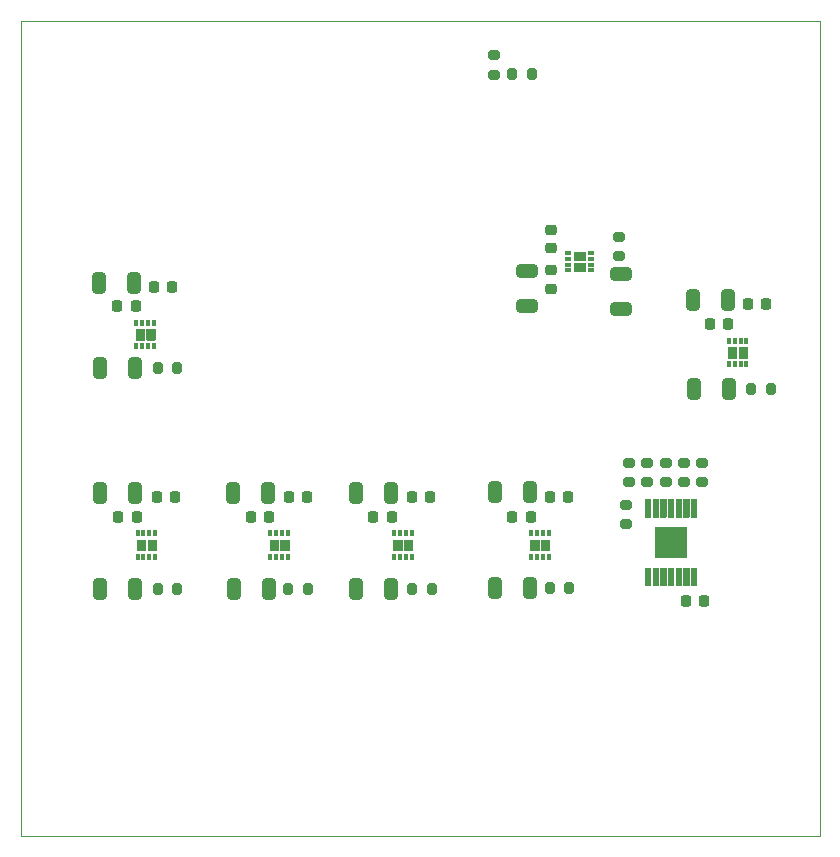
<source format=gtp>
%TF.GenerationSoftware,KiCad,Pcbnew,9.0.0*%
%TF.CreationDate,2026-01-23T14:52:09+07:00*%
%TF.ProjectId,Connector_Extension_Board_V1.0,436f6e6e-6563-4746-9f72-5f457874656e,rev?*%
%TF.SameCoordinates,Original*%
%TF.FileFunction,Paste,Top*%
%TF.FilePolarity,Positive*%
%FSLAX46Y46*%
G04 Gerber Fmt 4.6, Leading zero omitted, Abs format (unit mm)*
G04 Created by KiCad (PCBNEW 9.0.0) date 2026-01-23 14:52:09*
%MOMM*%
%LPD*%
G01*
G04 APERTURE LIST*
G04 Aperture macros list*
%AMRoundRect*
0 Rectangle with rounded corners*
0 $1 Rounding radius*
0 $2 $3 $4 $5 $6 $7 $8 $9 X,Y pos of 4 corners*
0 Add a 4 corners polygon primitive as box body*
4,1,4,$2,$3,$4,$5,$6,$7,$8,$9,$2,$3,0*
0 Add four circle primitives for the rounded corners*
1,1,$1+$1,$2,$3*
1,1,$1+$1,$4,$5*
1,1,$1+$1,$6,$7*
1,1,$1+$1,$8,$9*
0 Add four rect primitives between the rounded corners*
20,1,$1+$1,$2,$3,$4,$5,0*
20,1,$1+$1,$4,$5,$6,$7,0*
20,1,$1+$1,$6,$7,$8,$9,0*
20,1,$1+$1,$8,$9,$2,$3,0*%
G04 Aperture macros list end*
%ADD10C,0.010000*%
%ADD11RoundRect,0.031250X-0.093750X0.218750X-0.093750X-0.218750X0.093750X-0.218750X0.093750X0.218750X0*%
%ADD12RoundRect,0.200000X0.200000X0.275000X-0.200000X0.275000X-0.200000X-0.275000X0.200000X-0.275000X0*%
%ADD13RoundRect,0.225000X-0.225000X-0.250000X0.225000X-0.250000X0.225000X0.250000X-0.225000X0.250000X0*%
%ADD14RoundRect,0.250000X0.325000X0.650000X-0.325000X0.650000X-0.325000X-0.650000X0.325000X-0.650000X0*%
%ADD15RoundRect,0.225000X0.250000X-0.225000X0.250000X0.225000X-0.250000X0.225000X-0.250000X-0.225000X0*%
%ADD16RoundRect,0.200000X-0.275000X0.200000X-0.275000X-0.200000X0.275000X-0.200000X0.275000X0.200000X0*%
%ADD17RoundRect,0.031250X-0.218750X-0.093750X0.218750X-0.093750X0.218750X0.093750X-0.218750X0.093750X0*%
%ADD18RoundRect,0.200000X0.275000X-0.200000X0.275000X0.200000X-0.275000X0.200000X-0.275000X-0.200000X0*%
%ADD19RoundRect,0.250000X-0.650000X0.325000X-0.650000X-0.325000X0.650000X-0.325000X0.650000X0.325000X0*%
%ADD20RoundRect,0.225000X0.225000X0.250000X-0.225000X0.250000X-0.225000X-0.250000X0.225000X-0.250000X0*%
%ADD21RoundRect,0.225000X-0.250000X0.225000X-0.250000X-0.225000X0.250000X-0.225000X0.250000X0.225000X0*%
%TA.AperFunction,Profile*%
%ADD22C,0.100000*%
%TD*%
G04 APERTURE END LIST*
D10*
X130562500Y-92908300D02*
X130564500Y-92908300D01*
X130567500Y-92909300D01*
X130569500Y-92909300D01*
X130572500Y-92910300D01*
X130574500Y-92911300D01*
X130577500Y-92912300D01*
X130579500Y-92914300D01*
X130581500Y-92915300D01*
X130583500Y-92917300D01*
X130585500Y-92918300D01*
X130587500Y-92920300D01*
X130589500Y-92922300D01*
X130591500Y-92924300D01*
X130593500Y-92926300D01*
X130594500Y-92928300D01*
X130596500Y-92930300D01*
X130597500Y-92932300D01*
X130599500Y-92934300D01*
X130600500Y-92937300D01*
X130601500Y-92939300D01*
X130602500Y-92942300D01*
X130602500Y-92944300D01*
X130603500Y-92947300D01*
X130603500Y-92949300D01*
X130604500Y-92952300D01*
X130604500Y-92954300D01*
X130604500Y-92957300D01*
X130604500Y-93757300D01*
X130604500Y-93760300D01*
X130604500Y-93762300D01*
X130603500Y-93765300D01*
X130603500Y-93767300D01*
X130602500Y-93770300D01*
X130602500Y-93772300D01*
X130601500Y-93775300D01*
X130600500Y-93777300D01*
X130599500Y-93780300D01*
X130597500Y-93782300D01*
X130596500Y-93784300D01*
X130594500Y-93786300D01*
X130593500Y-93788300D01*
X130591500Y-93790300D01*
X130589500Y-93792300D01*
X130587500Y-93794300D01*
X130585500Y-93796300D01*
X130583500Y-93797300D01*
X130581500Y-93799300D01*
X130579500Y-93800300D01*
X130577500Y-93802300D01*
X130574500Y-93803300D01*
X130572500Y-93804300D01*
X130569500Y-93805300D01*
X130567500Y-93805300D01*
X130564500Y-93806300D01*
X130562500Y-93806300D01*
X130559500Y-93807300D01*
X130557500Y-93807300D01*
X130554500Y-93807300D01*
X129954500Y-93807300D01*
X129951500Y-93807300D01*
X129949500Y-93807300D01*
X129946500Y-93806300D01*
X129944500Y-93806300D01*
X129941500Y-93805300D01*
X129939500Y-93805300D01*
X129936500Y-93804300D01*
X129934500Y-93803300D01*
X129931500Y-93802300D01*
X129929500Y-93800300D01*
X129927500Y-93799300D01*
X129925500Y-93797300D01*
X129923500Y-93796300D01*
X129921500Y-93794300D01*
X129919500Y-93792300D01*
X129917500Y-93790300D01*
X129915500Y-93788300D01*
X129914500Y-93786300D01*
X129912500Y-93784300D01*
X129911500Y-93782300D01*
X129909500Y-93780300D01*
X129908500Y-93777300D01*
X129907500Y-93775300D01*
X129906500Y-93772300D01*
X129906500Y-93770300D01*
X129905500Y-93767300D01*
X129905500Y-93765300D01*
X129904500Y-93762300D01*
X129904500Y-93760300D01*
X129904500Y-93757300D01*
X129904500Y-92957300D01*
X129904500Y-92954300D01*
X129904500Y-92952300D01*
X129905500Y-92949300D01*
X129905500Y-92947300D01*
X129906500Y-92944300D01*
X129906500Y-92942300D01*
X129907500Y-92939300D01*
X129908500Y-92937300D01*
X129909500Y-92934300D01*
X129911500Y-92932300D01*
X129912500Y-92930300D01*
X129914500Y-92928300D01*
X129915500Y-92926300D01*
X129917500Y-92924300D01*
X129919500Y-92922300D01*
X129921500Y-92920300D01*
X129923500Y-92918300D01*
X129925500Y-92917300D01*
X129927500Y-92915300D01*
X129929500Y-92914300D01*
X129931500Y-92912300D01*
X129934500Y-92911300D01*
X129936500Y-92910300D01*
X129939500Y-92909300D01*
X129941500Y-92909300D01*
X129944500Y-92908300D01*
X129946500Y-92908300D01*
X129949500Y-92907300D01*
X129951500Y-92907300D01*
X129954500Y-92907300D01*
X130554500Y-92907300D01*
X130557500Y-92907300D01*
X130559500Y-92907300D01*
X130562500Y-92908300D01*
G36*
X130562500Y-92908300D02*
G01*
X130564500Y-92908300D01*
X130567500Y-92909300D01*
X130569500Y-92909300D01*
X130572500Y-92910300D01*
X130574500Y-92911300D01*
X130577500Y-92912300D01*
X130579500Y-92914300D01*
X130581500Y-92915300D01*
X130583500Y-92917300D01*
X130585500Y-92918300D01*
X130587500Y-92920300D01*
X130589500Y-92922300D01*
X130591500Y-92924300D01*
X130593500Y-92926300D01*
X130594500Y-92928300D01*
X130596500Y-92930300D01*
X130597500Y-92932300D01*
X130599500Y-92934300D01*
X130600500Y-92937300D01*
X130601500Y-92939300D01*
X130602500Y-92942300D01*
X130602500Y-92944300D01*
X130603500Y-92947300D01*
X130603500Y-92949300D01*
X130604500Y-92952300D01*
X130604500Y-92954300D01*
X130604500Y-92957300D01*
X130604500Y-93757300D01*
X130604500Y-93760300D01*
X130604500Y-93762300D01*
X130603500Y-93765300D01*
X130603500Y-93767300D01*
X130602500Y-93770300D01*
X130602500Y-93772300D01*
X130601500Y-93775300D01*
X130600500Y-93777300D01*
X130599500Y-93780300D01*
X130597500Y-93782300D01*
X130596500Y-93784300D01*
X130594500Y-93786300D01*
X130593500Y-93788300D01*
X130591500Y-93790300D01*
X130589500Y-93792300D01*
X130587500Y-93794300D01*
X130585500Y-93796300D01*
X130583500Y-93797300D01*
X130581500Y-93799300D01*
X130579500Y-93800300D01*
X130577500Y-93802300D01*
X130574500Y-93803300D01*
X130572500Y-93804300D01*
X130569500Y-93805300D01*
X130567500Y-93805300D01*
X130564500Y-93806300D01*
X130562500Y-93806300D01*
X130559500Y-93807300D01*
X130557500Y-93807300D01*
X130554500Y-93807300D01*
X129954500Y-93807300D01*
X129951500Y-93807300D01*
X129949500Y-93807300D01*
X129946500Y-93806300D01*
X129944500Y-93806300D01*
X129941500Y-93805300D01*
X129939500Y-93805300D01*
X129936500Y-93804300D01*
X129934500Y-93803300D01*
X129931500Y-93802300D01*
X129929500Y-93800300D01*
X129927500Y-93799300D01*
X129925500Y-93797300D01*
X129923500Y-93796300D01*
X129921500Y-93794300D01*
X129919500Y-93792300D01*
X129917500Y-93790300D01*
X129915500Y-93788300D01*
X129914500Y-93786300D01*
X129912500Y-93784300D01*
X129911500Y-93782300D01*
X129909500Y-93780300D01*
X129908500Y-93777300D01*
X129907500Y-93775300D01*
X129906500Y-93772300D01*
X129906500Y-93770300D01*
X129905500Y-93767300D01*
X129905500Y-93765300D01*
X129904500Y-93762300D01*
X129904500Y-93760300D01*
X129904500Y-93757300D01*
X129904500Y-92957300D01*
X129904500Y-92954300D01*
X129904500Y-92952300D01*
X129905500Y-92949300D01*
X129905500Y-92947300D01*
X129906500Y-92944300D01*
X129906500Y-92942300D01*
X129907500Y-92939300D01*
X129908500Y-92937300D01*
X129909500Y-92934300D01*
X129911500Y-92932300D01*
X129912500Y-92930300D01*
X129914500Y-92928300D01*
X129915500Y-92926300D01*
X129917500Y-92924300D01*
X129919500Y-92922300D01*
X129921500Y-92920300D01*
X129923500Y-92918300D01*
X129925500Y-92917300D01*
X129927500Y-92915300D01*
X129929500Y-92914300D01*
X129931500Y-92912300D01*
X129934500Y-92911300D01*
X129936500Y-92910300D01*
X129939500Y-92909300D01*
X129941500Y-92909300D01*
X129944500Y-92908300D01*
X129946500Y-92908300D01*
X129949500Y-92907300D01*
X129951500Y-92907300D01*
X129954500Y-92907300D01*
X130554500Y-92907300D01*
X130557500Y-92907300D01*
X130559500Y-92907300D01*
X130562500Y-92908300D01*
G37*
X131462500Y-92908300D02*
X131464500Y-92908300D01*
X131467500Y-92909300D01*
X131469500Y-92909300D01*
X131472500Y-92910300D01*
X131474500Y-92911300D01*
X131477500Y-92912300D01*
X131479500Y-92914300D01*
X131481500Y-92915300D01*
X131483500Y-92917300D01*
X131485500Y-92918300D01*
X131487500Y-92920300D01*
X131489500Y-92922300D01*
X131491500Y-92924300D01*
X131493500Y-92926300D01*
X131494500Y-92928300D01*
X131496500Y-92930300D01*
X131497500Y-92932300D01*
X131499500Y-92934300D01*
X131500500Y-92937300D01*
X131501500Y-92939300D01*
X131502500Y-92942300D01*
X131502500Y-92944300D01*
X131503500Y-92947300D01*
X131503500Y-92949300D01*
X131504500Y-92952300D01*
X131504500Y-92954300D01*
X131504500Y-92957300D01*
X131504500Y-93757300D01*
X131504500Y-93760300D01*
X131504500Y-93762300D01*
X131503500Y-93765300D01*
X131503500Y-93767300D01*
X131502500Y-93770300D01*
X131502500Y-93772300D01*
X131501500Y-93775300D01*
X131500500Y-93777300D01*
X131499500Y-93780300D01*
X131497500Y-93782300D01*
X131496500Y-93784300D01*
X131494500Y-93786300D01*
X131493500Y-93788300D01*
X131491500Y-93790300D01*
X131489500Y-93792300D01*
X131487500Y-93794300D01*
X131485500Y-93796300D01*
X131483500Y-93797300D01*
X131481500Y-93799300D01*
X131479500Y-93800300D01*
X131477500Y-93802300D01*
X131474500Y-93803300D01*
X131472500Y-93804300D01*
X131469500Y-93805300D01*
X131467500Y-93805300D01*
X131464500Y-93806300D01*
X131462500Y-93806300D01*
X131459500Y-93807300D01*
X131457500Y-93807300D01*
X131454500Y-93807300D01*
X130854500Y-93807300D01*
X130851500Y-93807300D01*
X130849500Y-93807300D01*
X130846500Y-93806300D01*
X130844500Y-93806300D01*
X130841500Y-93805300D01*
X130839500Y-93805300D01*
X130836500Y-93804300D01*
X130834500Y-93803300D01*
X130831500Y-93802300D01*
X130829500Y-93800300D01*
X130827500Y-93799300D01*
X130825500Y-93797300D01*
X130823500Y-93796300D01*
X130821500Y-93794300D01*
X130819500Y-93792300D01*
X130817500Y-93790300D01*
X130815500Y-93788300D01*
X130814500Y-93786300D01*
X130812500Y-93784300D01*
X130811500Y-93782300D01*
X130809500Y-93780300D01*
X130808500Y-93777300D01*
X130807500Y-93775300D01*
X130806500Y-93772300D01*
X130806500Y-93770300D01*
X130805500Y-93767300D01*
X130805500Y-93765300D01*
X130804500Y-93762300D01*
X130804500Y-93760300D01*
X130804500Y-93757300D01*
X130804500Y-92957300D01*
X130804500Y-92954300D01*
X130804500Y-92952300D01*
X130805500Y-92949300D01*
X130805500Y-92947300D01*
X130806500Y-92944300D01*
X130806500Y-92942300D01*
X130807500Y-92939300D01*
X130808500Y-92937300D01*
X130809500Y-92934300D01*
X130811500Y-92932300D01*
X130812500Y-92930300D01*
X130814500Y-92928300D01*
X130815500Y-92926300D01*
X130817500Y-92924300D01*
X130819500Y-92922300D01*
X130821500Y-92920300D01*
X130823500Y-92918300D01*
X130825500Y-92917300D01*
X130827500Y-92915300D01*
X130829500Y-92914300D01*
X130831500Y-92912300D01*
X130834500Y-92911300D01*
X130836500Y-92910300D01*
X130839500Y-92909300D01*
X130841500Y-92909300D01*
X130844500Y-92908300D01*
X130846500Y-92908300D01*
X130849500Y-92907300D01*
X130851500Y-92907300D01*
X130854500Y-92907300D01*
X131454500Y-92907300D01*
X131457500Y-92907300D01*
X131459500Y-92907300D01*
X131462500Y-92908300D01*
G36*
X131462500Y-92908300D02*
G01*
X131464500Y-92908300D01*
X131467500Y-92909300D01*
X131469500Y-92909300D01*
X131472500Y-92910300D01*
X131474500Y-92911300D01*
X131477500Y-92912300D01*
X131479500Y-92914300D01*
X131481500Y-92915300D01*
X131483500Y-92917300D01*
X131485500Y-92918300D01*
X131487500Y-92920300D01*
X131489500Y-92922300D01*
X131491500Y-92924300D01*
X131493500Y-92926300D01*
X131494500Y-92928300D01*
X131496500Y-92930300D01*
X131497500Y-92932300D01*
X131499500Y-92934300D01*
X131500500Y-92937300D01*
X131501500Y-92939300D01*
X131502500Y-92942300D01*
X131502500Y-92944300D01*
X131503500Y-92947300D01*
X131503500Y-92949300D01*
X131504500Y-92952300D01*
X131504500Y-92954300D01*
X131504500Y-92957300D01*
X131504500Y-93757300D01*
X131504500Y-93760300D01*
X131504500Y-93762300D01*
X131503500Y-93765300D01*
X131503500Y-93767300D01*
X131502500Y-93770300D01*
X131502500Y-93772300D01*
X131501500Y-93775300D01*
X131500500Y-93777300D01*
X131499500Y-93780300D01*
X131497500Y-93782300D01*
X131496500Y-93784300D01*
X131494500Y-93786300D01*
X131493500Y-93788300D01*
X131491500Y-93790300D01*
X131489500Y-93792300D01*
X131487500Y-93794300D01*
X131485500Y-93796300D01*
X131483500Y-93797300D01*
X131481500Y-93799300D01*
X131479500Y-93800300D01*
X131477500Y-93802300D01*
X131474500Y-93803300D01*
X131472500Y-93804300D01*
X131469500Y-93805300D01*
X131467500Y-93805300D01*
X131464500Y-93806300D01*
X131462500Y-93806300D01*
X131459500Y-93807300D01*
X131457500Y-93807300D01*
X131454500Y-93807300D01*
X130854500Y-93807300D01*
X130851500Y-93807300D01*
X130849500Y-93807300D01*
X130846500Y-93806300D01*
X130844500Y-93806300D01*
X130841500Y-93805300D01*
X130839500Y-93805300D01*
X130836500Y-93804300D01*
X130834500Y-93803300D01*
X130831500Y-93802300D01*
X130829500Y-93800300D01*
X130827500Y-93799300D01*
X130825500Y-93797300D01*
X130823500Y-93796300D01*
X130821500Y-93794300D01*
X130819500Y-93792300D01*
X130817500Y-93790300D01*
X130815500Y-93788300D01*
X130814500Y-93786300D01*
X130812500Y-93784300D01*
X130811500Y-93782300D01*
X130809500Y-93780300D01*
X130808500Y-93777300D01*
X130807500Y-93775300D01*
X130806500Y-93772300D01*
X130806500Y-93770300D01*
X130805500Y-93767300D01*
X130805500Y-93765300D01*
X130804500Y-93762300D01*
X130804500Y-93760300D01*
X130804500Y-93757300D01*
X130804500Y-92957300D01*
X130804500Y-92954300D01*
X130804500Y-92952300D01*
X130805500Y-92949300D01*
X130805500Y-92947300D01*
X130806500Y-92944300D01*
X130806500Y-92942300D01*
X130807500Y-92939300D01*
X130808500Y-92937300D01*
X130809500Y-92934300D01*
X130811500Y-92932300D01*
X130812500Y-92930300D01*
X130814500Y-92928300D01*
X130815500Y-92926300D01*
X130817500Y-92924300D01*
X130819500Y-92922300D01*
X130821500Y-92920300D01*
X130823500Y-92918300D01*
X130825500Y-92917300D01*
X130827500Y-92915300D01*
X130829500Y-92914300D01*
X130831500Y-92912300D01*
X130834500Y-92911300D01*
X130836500Y-92910300D01*
X130839500Y-92909300D01*
X130841500Y-92909300D01*
X130844500Y-92908300D01*
X130846500Y-92908300D01*
X130849500Y-92907300D01*
X130851500Y-92907300D01*
X130854500Y-92907300D01*
X131454500Y-92907300D01*
X131457500Y-92907300D01*
X131459500Y-92907300D01*
X131462500Y-92908300D01*
G37*
X158910000Y-76618300D02*
X158912000Y-76618300D01*
X158915000Y-76619300D01*
X158917000Y-76619300D01*
X158920000Y-76620300D01*
X158922000Y-76621300D01*
X158925000Y-76622300D01*
X158927000Y-76624300D01*
X158929000Y-76625300D01*
X158931000Y-76627300D01*
X158933000Y-76628300D01*
X158935000Y-76630300D01*
X158937000Y-76632300D01*
X158939000Y-76634300D01*
X158941000Y-76636300D01*
X158942000Y-76638300D01*
X158944000Y-76640300D01*
X158945000Y-76642300D01*
X158947000Y-76644300D01*
X158948000Y-76647300D01*
X158949000Y-76649300D01*
X158950000Y-76652300D01*
X158950000Y-76654300D01*
X158951000Y-76657300D01*
X158951000Y-76659300D01*
X158952000Y-76662300D01*
X158952000Y-76664300D01*
X158952000Y-76667300D01*
X158952000Y-77467300D01*
X158952000Y-77470300D01*
X158952000Y-77472300D01*
X158951000Y-77475300D01*
X158951000Y-77477300D01*
X158950000Y-77480300D01*
X158950000Y-77482300D01*
X158949000Y-77485300D01*
X158948000Y-77487300D01*
X158947000Y-77490300D01*
X158945000Y-77492300D01*
X158944000Y-77494300D01*
X158942000Y-77496300D01*
X158941000Y-77498300D01*
X158939000Y-77500300D01*
X158937000Y-77502300D01*
X158935000Y-77504300D01*
X158933000Y-77506300D01*
X158931000Y-77507300D01*
X158929000Y-77509300D01*
X158927000Y-77510300D01*
X158925000Y-77512300D01*
X158922000Y-77513300D01*
X158920000Y-77514300D01*
X158917000Y-77515300D01*
X158915000Y-77515300D01*
X158912000Y-77516300D01*
X158910000Y-77516300D01*
X158907000Y-77517300D01*
X158905000Y-77517300D01*
X158902000Y-77517300D01*
X158302000Y-77517300D01*
X158299000Y-77517300D01*
X158297000Y-77517300D01*
X158294000Y-77516300D01*
X158292000Y-77516300D01*
X158289000Y-77515300D01*
X158287000Y-77515300D01*
X158284000Y-77514300D01*
X158282000Y-77513300D01*
X158279000Y-77512300D01*
X158277000Y-77510300D01*
X158275000Y-77509300D01*
X158273000Y-77507300D01*
X158271000Y-77506300D01*
X158269000Y-77504300D01*
X158267000Y-77502300D01*
X158265000Y-77500300D01*
X158263000Y-77498300D01*
X158262000Y-77496300D01*
X158260000Y-77494300D01*
X158259000Y-77492300D01*
X158257000Y-77490300D01*
X158256000Y-77487300D01*
X158255000Y-77485300D01*
X158254000Y-77482300D01*
X158254000Y-77480300D01*
X158253000Y-77477300D01*
X158253000Y-77475300D01*
X158252000Y-77472300D01*
X158252000Y-77470300D01*
X158252000Y-77467300D01*
X158252000Y-76667300D01*
X158252000Y-76664300D01*
X158252000Y-76662300D01*
X158253000Y-76659300D01*
X158253000Y-76657300D01*
X158254000Y-76654300D01*
X158254000Y-76652300D01*
X158255000Y-76649300D01*
X158256000Y-76647300D01*
X158257000Y-76644300D01*
X158259000Y-76642300D01*
X158260000Y-76640300D01*
X158262000Y-76638300D01*
X158263000Y-76636300D01*
X158265000Y-76634300D01*
X158267000Y-76632300D01*
X158269000Y-76630300D01*
X158271000Y-76628300D01*
X158273000Y-76627300D01*
X158275000Y-76625300D01*
X158277000Y-76624300D01*
X158279000Y-76622300D01*
X158282000Y-76621300D01*
X158284000Y-76620300D01*
X158287000Y-76619300D01*
X158289000Y-76619300D01*
X158292000Y-76618300D01*
X158294000Y-76618300D01*
X158297000Y-76617300D01*
X158299000Y-76617300D01*
X158302000Y-76617300D01*
X158902000Y-76617300D01*
X158905000Y-76617300D01*
X158907000Y-76617300D01*
X158910000Y-76618300D01*
G36*
X158910000Y-76618300D02*
G01*
X158912000Y-76618300D01*
X158915000Y-76619300D01*
X158917000Y-76619300D01*
X158920000Y-76620300D01*
X158922000Y-76621300D01*
X158925000Y-76622300D01*
X158927000Y-76624300D01*
X158929000Y-76625300D01*
X158931000Y-76627300D01*
X158933000Y-76628300D01*
X158935000Y-76630300D01*
X158937000Y-76632300D01*
X158939000Y-76634300D01*
X158941000Y-76636300D01*
X158942000Y-76638300D01*
X158944000Y-76640300D01*
X158945000Y-76642300D01*
X158947000Y-76644300D01*
X158948000Y-76647300D01*
X158949000Y-76649300D01*
X158950000Y-76652300D01*
X158950000Y-76654300D01*
X158951000Y-76657300D01*
X158951000Y-76659300D01*
X158952000Y-76662300D01*
X158952000Y-76664300D01*
X158952000Y-76667300D01*
X158952000Y-77467300D01*
X158952000Y-77470300D01*
X158952000Y-77472300D01*
X158951000Y-77475300D01*
X158951000Y-77477300D01*
X158950000Y-77480300D01*
X158950000Y-77482300D01*
X158949000Y-77485300D01*
X158948000Y-77487300D01*
X158947000Y-77490300D01*
X158945000Y-77492300D01*
X158944000Y-77494300D01*
X158942000Y-77496300D01*
X158941000Y-77498300D01*
X158939000Y-77500300D01*
X158937000Y-77502300D01*
X158935000Y-77504300D01*
X158933000Y-77506300D01*
X158931000Y-77507300D01*
X158929000Y-77509300D01*
X158927000Y-77510300D01*
X158925000Y-77512300D01*
X158922000Y-77513300D01*
X158920000Y-77514300D01*
X158917000Y-77515300D01*
X158915000Y-77515300D01*
X158912000Y-77516300D01*
X158910000Y-77516300D01*
X158907000Y-77517300D01*
X158905000Y-77517300D01*
X158902000Y-77517300D01*
X158302000Y-77517300D01*
X158299000Y-77517300D01*
X158297000Y-77517300D01*
X158294000Y-77516300D01*
X158292000Y-77516300D01*
X158289000Y-77515300D01*
X158287000Y-77515300D01*
X158284000Y-77514300D01*
X158282000Y-77513300D01*
X158279000Y-77512300D01*
X158277000Y-77510300D01*
X158275000Y-77509300D01*
X158273000Y-77507300D01*
X158271000Y-77506300D01*
X158269000Y-77504300D01*
X158267000Y-77502300D01*
X158265000Y-77500300D01*
X158263000Y-77498300D01*
X158262000Y-77496300D01*
X158260000Y-77494300D01*
X158259000Y-77492300D01*
X158257000Y-77490300D01*
X158256000Y-77487300D01*
X158255000Y-77485300D01*
X158254000Y-77482300D01*
X158254000Y-77480300D01*
X158253000Y-77477300D01*
X158253000Y-77475300D01*
X158252000Y-77472300D01*
X158252000Y-77470300D01*
X158252000Y-77467300D01*
X158252000Y-76667300D01*
X158252000Y-76664300D01*
X158252000Y-76662300D01*
X158253000Y-76659300D01*
X158253000Y-76657300D01*
X158254000Y-76654300D01*
X158254000Y-76652300D01*
X158255000Y-76649300D01*
X158256000Y-76647300D01*
X158257000Y-76644300D01*
X158259000Y-76642300D01*
X158260000Y-76640300D01*
X158262000Y-76638300D01*
X158263000Y-76636300D01*
X158265000Y-76634300D01*
X158267000Y-76632300D01*
X158269000Y-76630300D01*
X158271000Y-76628300D01*
X158273000Y-76627300D01*
X158275000Y-76625300D01*
X158277000Y-76624300D01*
X158279000Y-76622300D01*
X158282000Y-76621300D01*
X158284000Y-76620300D01*
X158287000Y-76619300D01*
X158289000Y-76619300D01*
X158292000Y-76618300D01*
X158294000Y-76618300D01*
X158297000Y-76617300D01*
X158299000Y-76617300D01*
X158302000Y-76617300D01*
X158902000Y-76617300D01*
X158905000Y-76617300D01*
X158907000Y-76617300D01*
X158910000Y-76618300D01*
G37*
X159810000Y-76618300D02*
X159812000Y-76618300D01*
X159815000Y-76619300D01*
X159817000Y-76619300D01*
X159820000Y-76620300D01*
X159822000Y-76621300D01*
X159825000Y-76622300D01*
X159827000Y-76624300D01*
X159829000Y-76625300D01*
X159831000Y-76627300D01*
X159833000Y-76628300D01*
X159835000Y-76630300D01*
X159837000Y-76632300D01*
X159839000Y-76634300D01*
X159841000Y-76636300D01*
X159842000Y-76638300D01*
X159844000Y-76640300D01*
X159845000Y-76642300D01*
X159847000Y-76644300D01*
X159848000Y-76647300D01*
X159849000Y-76649300D01*
X159850000Y-76652300D01*
X159850000Y-76654300D01*
X159851000Y-76657300D01*
X159851000Y-76659300D01*
X159852000Y-76662300D01*
X159852000Y-76664300D01*
X159852000Y-76667300D01*
X159852000Y-77467300D01*
X159852000Y-77470300D01*
X159852000Y-77472300D01*
X159851000Y-77475300D01*
X159851000Y-77477300D01*
X159850000Y-77480300D01*
X159850000Y-77482300D01*
X159849000Y-77485300D01*
X159848000Y-77487300D01*
X159847000Y-77490300D01*
X159845000Y-77492300D01*
X159844000Y-77494300D01*
X159842000Y-77496300D01*
X159841000Y-77498300D01*
X159839000Y-77500300D01*
X159837000Y-77502300D01*
X159835000Y-77504300D01*
X159833000Y-77506300D01*
X159831000Y-77507300D01*
X159829000Y-77509300D01*
X159827000Y-77510300D01*
X159825000Y-77512300D01*
X159822000Y-77513300D01*
X159820000Y-77514300D01*
X159817000Y-77515300D01*
X159815000Y-77515300D01*
X159812000Y-77516300D01*
X159810000Y-77516300D01*
X159807000Y-77517300D01*
X159805000Y-77517300D01*
X159802000Y-77517300D01*
X159202000Y-77517300D01*
X159199000Y-77517300D01*
X159197000Y-77517300D01*
X159194000Y-77516300D01*
X159192000Y-77516300D01*
X159189000Y-77515300D01*
X159187000Y-77515300D01*
X159184000Y-77514300D01*
X159182000Y-77513300D01*
X159179000Y-77512300D01*
X159177000Y-77510300D01*
X159175000Y-77509300D01*
X159173000Y-77507300D01*
X159171000Y-77506300D01*
X159169000Y-77504300D01*
X159167000Y-77502300D01*
X159165000Y-77500300D01*
X159163000Y-77498300D01*
X159162000Y-77496300D01*
X159160000Y-77494300D01*
X159159000Y-77492300D01*
X159157000Y-77490300D01*
X159156000Y-77487300D01*
X159155000Y-77485300D01*
X159154000Y-77482300D01*
X159154000Y-77480300D01*
X159153000Y-77477300D01*
X159153000Y-77475300D01*
X159152000Y-77472300D01*
X159152000Y-77470300D01*
X159152000Y-77467300D01*
X159152000Y-76667300D01*
X159152000Y-76664300D01*
X159152000Y-76662300D01*
X159153000Y-76659300D01*
X159153000Y-76657300D01*
X159154000Y-76654300D01*
X159154000Y-76652300D01*
X159155000Y-76649300D01*
X159156000Y-76647300D01*
X159157000Y-76644300D01*
X159159000Y-76642300D01*
X159160000Y-76640300D01*
X159162000Y-76638300D01*
X159163000Y-76636300D01*
X159165000Y-76634300D01*
X159167000Y-76632300D01*
X159169000Y-76630300D01*
X159171000Y-76628300D01*
X159173000Y-76627300D01*
X159175000Y-76625300D01*
X159177000Y-76624300D01*
X159179000Y-76622300D01*
X159182000Y-76621300D01*
X159184000Y-76620300D01*
X159187000Y-76619300D01*
X159189000Y-76619300D01*
X159192000Y-76618300D01*
X159194000Y-76618300D01*
X159197000Y-76617300D01*
X159199000Y-76617300D01*
X159202000Y-76617300D01*
X159802000Y-76617300D01*
X159805000Y-76617300D01*
X159807000Y-76617300D01*
X159810000Y-76618300D01*
G36*
X159810000Y-76618300D02*
G01*
X159812000Y-76618300D01*
X159815000Y-76619300D01*
X159817000Y-76619300D01*
X159820000Y-76620300D01*
X159822000Y-76621300D01*
X159825000Y-76622300D01*
X159827000Y-76624300D01*
X159829000Y-76625300D01*
X159831000Y-76627300D01*
X159833000Y-76628300D01*
X159835000Y-76630300D01*
X159837000Y-76632300D01*
X159839000Y-76634300D01*
X159841000Y-76636300D01*
X159842000Y-76638300D01*
X159844000Y-76640300D01*
X159845000Y-76642300D01*
X159847000Y-76644300D01*
X159848000Y-76647300D01*
X159849000Y-76649300D01*
X159850000Y-76652300D01*
X159850000Y-76654300D01*
X159851000Y-76657300D01*
X159851000Y-76659300D01*
X159852000Y-76662300D01*
X159852000Y-76664300D01*
X159852000Y-76667300D01*
X159852000Y-77467300D01*
X159852000Y-77470300D01*
X159852000Y-77472300D01*
X159851000Y-77475300D01*
X159851000Y-77477300D01*
X159850000Y-77480300D01*
X159850000Y-77482300D01*
X159849000Y-77485300D01*
X159848000Y-77487300D01*
X159847000Y-77490300D01*
X159845000Y-77492300D01*
X159844000Y-77494300D01*
X159842000Y-77496300D01*
X159841000Y-77498300D01*
X159839000Y-77500300D01*
X159837000Y-77502300D01*
X159835000Y-77504300D01*
X159833000Y-77506300D01*
X159831000Y-77507300D01*
X159829000Y-77509300D01*
X159827000Y-77510300D01*
X159825000Y-77512300D01*
X159822000Y-77513300D01*
X159820000Y-77514300D01*
X159817000Y-77515300D01*
X159815000Y-77515300D01*
X159812000Y-77516300D01*
X159810000Y-77516300D01*
X159807000Y-77517300D01*
X159805000Y-77517300D01*
X159802000Y-77517300D01*
X159202000Y-77517300D01*
X159199000Y-77517300D01*
X159197000Y-77517300D01*
X159194000Y-77516300D01*
X159192000Y-77516300D01*
X159189000Y-77515300D01*
X159187000Y-77515300D01*
X159184000Y-77514300D01*
X159182000Y-77513300D01*
X159179000Y-77512300D01*
X159177000Y-77510300D01*
X159175000Y-77509300D01*
X159173000Y-77507300D01*
X159171000Y-77506300D01*
X159169000Y-77504300D01*
X159167000Y-77502300D01*
X159165000Y-77500300D01*
X159163000Y-77498300D01*
X159162000Y-77496300D01*
X159160000Y-77494300D01*
X159159000Y-77492300D01*
X159157000Y-77490300D01*
X159156000Y-77487300D01*
X159155000Y-77485300D01*
X159154000Y-77482300D01*
X159154000Y-77480300D01*
X159153000Y-77477300D01*
X159153000Y-77475300D01*
X159152000Y-77472300D01*
X159152000Y-77470300D01*
X159152000Y-77467300D01*
X159152000Y-76667300D01*
X159152000Y-76664300D01*
X159152000Y-76662300D01*
X159153000Y-76659300D01*
X159153000Y-76657300D01*
X159154000Y-76654300D01*
X159154000Y-76652300D01*
X159155000Y-76649300D01*
X159156000Y-76647300D01*
X159157000Y-76644300D01*
X159159000Y-76642300D01*
X159160000Y-76640300D01*
X159162000Y-76638300D01*
X159163000Y-76636300D01*
X159165000Y-76634300D01*
X159167000Y-76632300D01*
X159169000Y-76630300D01*
X159171000Y-76628300D01*
X159173000Y-76627300D01*
X159175000Y-76625300D01*
X159177000Y-76624300D01*
X159179000Y-76622300D01*
X159182000Y-76621300D01*
X159184000Y-76620300D01*
X159187000Y-76619300D01*
X159189000Y-76619300D01*
X159192000Y-76618300D01*
X159194000Y-76618300D01*
X159197000Y-76617300D01*
X159199000Y-76617300D01*
X159202000Y-76617300D01*
X159802000Y-76617300D01*
X159805000Y-76617300D01*
X159807000Y-76617300D01*
X159810000Y-76618300D01*
G37*
X146082500Y-68570800D02*
X146084500Y-68570800D01*
X146087500Y-68571800D01*
X146089500Y-68571800D01*
X146092500Y-68572800D01*
X146094500Y-68573800D01*
X146097500Y-68574800D01*
X146099500Y-68576800D01*
X146101500Y-68577800D01*
X146103500Y-68579800D01*
X146105500Y-68580800D01*
X146107500Y-68582800D01*
X146109500Y-68584800D01*
X146111500Y-68586800D01*
X146113500Y-68588800D01*
X146114500Y-68590800D01*
X146116500Y-68592800D01*
X146117500Y-68594800D01*
X146119500Y-68596800D01*
X146120500Y-68599800D01*
X146121500Y-68601800D01*
X146122500Y-68604800D01*
X146122500Y-68606800D01*
X146123500Y-68609800D01*
X146123500Y-68611800D01*
X146124500Y-68614800D01*
X146124500Y-68616800D01*
X146124500Y-68619800D01*
X146124500Y-69219800D01*
X146124500Y-69222800D01*
X146124500Y-69224800D01*
X146123500Y-69227800D01*
X146123500Y-69229800D01*
X146122500Y-69232800D01*
X146122500Y-69234800D01*
X146121500Y-69237800D01*
X146120500Y-69239800D01*
X146119500Y-69242800D01*
X146117500Y-69244800D01*
X146116500Y-69246800D01*
X146114500Y-69248800D01*
X146113500Y-69250800D01*
X146111500Y-69252800D01*
X146109500Y-69254800D01*
X146107500Y-69256800D01*
X146105500Y-69258800D01*
X146103500Y-69259800D01*
X146101500Y-69261800D01*
X146099500Y-69262800D01*
X146097500Y-69264800D01*
X146094500Y-69265800D01*
X146092500Y-69266800D01*
X146089500Y-69267800D01*
X146087500Y-69267800D01*
X146084500Y-69268800D01*
X146082500Y-69268800D01*
X146079500Y-69269800D01*
X146077500Y-69269800D01*
X146074500Y-69269800D01*
X145274500Y-69269800D01*
X145271500Y-69269800D01*
X145269500Y-69269800D01*
X145266500Y-69268800D01*
X145264500Y-69268800D01*
X145261500Y-69267800D01*
X145259500Y-69267800D01*
X145256500Y-69266800D01*
X145254500Y-69265800D01*
X145251500Y-69264800D01*
X145249500Y-69262800D01*
X145247500Y-69261800D01*
X145245500Y-69259800D01*
X145243500Y-69258800D01*
X145241500Y-69256800D01*
X145239500Y-69254800D01*
X145237500Y-69252800D01*
X145235500Y-69250800D01*
X145234500Y-69248800D01*
X145232500Y-69246800D01*
X145231500Y-69244800D01*
X145229500Y-69242800D01*
X145228500Y-69239800D01*
X145227500Y-69237800D01*
X145226500Y-69234800D01*
X145226500Y-69232800D01*
X145225500Y-69229800D01*
X145225500Y-69227800D01*
X145224500Y-69224800D01*
X145224500Y-69222800D01*
X145224500Y-69219800D01*
X145224500Y-68619800D01*
X145224500Y-68616800D01*
X145224500Y-68614800D01*
X145225500Y-68611800D01*
X145225500Y-68609800D01*
X145226500Y-68606800D01*
X145226500Y-68604800D01*
X145227500Y-68601800D01*
X145228500Y-68599800D01*
X145229500Y-68596800D01*
X145231500Y-68594800D01*
X145232500Y-68592800D01*
X145234500Y-68590800D01*
X145235500Y-68588800D01*
X145237500Y-68586800D01*
X145239500Y-68584800D01*
X145241500Y-68582800D01*
X145243500Y-68580800D01*
X145245500Y-68579800D01*
X145247500Y-68577800D01*
X145249500Y-68576800D01*
X145251500Y-68574800D01*
X145254500Y-68573800D01*
X145256500Y-68572800D01*
X145259500Y-68571800D01*
X145261500Y-68571800D01*
X145264500Y-68570800D01*
X145266500Y-68570800D01*
X145269500Y-68569800D01*
X145271500Y-68569800D01*
X145274500Y-68569800D01*
X146074500Y-68569800D01*
X146077500Y-68569800D01*
X146079500Y-68569800D01*
X146082500Y-68570800D01*
G36*
X146082500Y-68570800D02*
G01*
X146084500Y-68570800D01*
X146087500Y-68571800D01*
X146089500Y-68571800D01*
X146092500Y-68572800D01*
X146094500Y-68573800D01*
X146097500Y-68574800D01*
X146099500Y-68576800D01*
X146101500Y-68577800D01*
X146103500Y-68579800D01*
X146105500Y-68580800D01*
X146107500Y-68582800D01*
X146109500Y-68584800D01*
X146111500Y-68586800D01*
X146113500Y-68588800D01*
X146114500Y-68590800D01*
X146116500Y-68592800D01*
X146117500Y-68594800D01*
X146119500Y-68596800D01*
X146120500Y-68599800D01*
X146121500Y-68601800D01*
X146122500Y-68604800D01*
X146122500Y-68606800D01*
X146123500Y-68609800D01*
X146123500Y-68611800D01*
X146124500Y-68614800D01*
X146124500Y-68616800D01*
X146124500Y-68619800D01*
X146124500Y-69219800D01*
X146124500Y-69222800D01*
X146124500Y-69224800D01*
X146123500Y-69227800D01*
X146123500Y-69229800D01*
X146122500Y-69232800D01*
X146122500Y-69234800D01*
X146121500Y-69237800D01*
X146120500Y-69239800D01*
X146119500Y-69242800D01*
X146117500Y-69244800D01*
X146116500Y-69246800D01*
X146114500Y-69248800D01*
X146113500Y-69250800D01*
X146111500Y-69252800D01*
X146109500Y-69254800D01*
X146107500Y-69256800D01*
X146105500Y-69258800D01*
X146103500Y-69259800D01*
X146101500Y-69261800D01*
X146099500Y-69262800D01*
X146097500Y-69264800D01*
X146094500Y-69265800D01*
X146092500Y-69266800D01*
X146089500Y-69267800D01*
X146087500Y-69267800D01*
X146084500Y-69268800D01*
X146082500Y-69268800D01*
X146079500Y-69269800D01*
X146077500Y-69269800D01*
X146074500Y-69269800D01*
X145274500Y-69269800D01*
X145271500Y-69269800D01*
X145269500Y-69269800D01*
X145266500Y-69268800D01*
X145264500Y-69268800D01*
X145261500Y-69267800D01*
X145259500Y-69267800D01*
X145256500Y-69266800D01*
X145254500Y-69265800D01*
X145251500Y-69264800D01*
X145249500Y-69262800D01*
X145247500Y-69261800D01*
X145245500Y-69259800D01*
X145243500Y-69258800D01*
X145241500Y-69256800D01*
X145239500Y-69254800D01*
X145237500Y-69252800D01*
X145235500Y-69250800D01*
X145234500Y-69248800D01*
X145232500Y-69246800D01*
X145231500Y-69244800D01*
X145229500Y-69242800D01*
X145228500Y-69239800D01*
X145227500Y-69237800D01*
X145226500Y-69234800D01*
X145226500Y-69232800D01*
X145225500Y-69229800D01*
X145225500Y-69227800D01*
X145224500Y-69224800D01*
X145224500Y-69222800D01*
X145224500Y-69219800D01*
X145224500Y-68619800D01*
X145224500Y-68616800D01*
X145224500Y-68614800D01*
X145225500Y-68611800D01*
X145225500Y-68609800D01*
X145226500Y-68606800D01*
X145226500Y-68604800D01*
X145227500Y-68601800D01*
X145228500Y-68599800D01*
X145229500Y-68596800D01*
X145231500Y-68594800D01*
X145232500Y-68592800D01*
X145234500Y-68590800D01*
X145235500Y-68588800D01*
X145237500Y-68586800D01*
X145239500Y-68584800D01*
X145241500Y-68582800D01*
X145243500Y-68580800D01*
X145245500Y-68579800D01*
X145247500Y-68577800D01*
X145249500Y-68576800D01*
X145251500Y-68574800D01*
X145254500Y-68573800D01*
X145256500Y-68572800D01*
X145259500Y-68571800D01*
X145261500Y-68571800D01*
X145264500Y-68570800D01*
X145266500Y-68570800D01*
X145269500Y-68569800D01*
X145271500Y-68569800D01*
X145274500Y-68569800D01*
X146074500Y-68569800D01*
X146077500Y-68569800D01*
X146079500Y-68569800D01*
X146082500Y-68570800D01*
G37*
X146082500Y-69470800D02*
X146084500Y-69470800D01*
X146087500Y-69471800D01*
X146089500Y-69471800D01*
X146092500Y-69472800D01*
X146094500Y-69473800D01*
X146097500Y-69474800D01*
X146099500Y-69476800D01*
X146101500Y-69477800D01*
X146103500Y-69479800D01*
X146105500Y-69480800D01*
X146107500Y-69482800D01*
X146109500Y-69484800D01*
X146111500Y-69486800D01*
X146113500Y-69488800D01*
X146114500Y-69490800D01*
X146116500Y-69492800D01*
X146117500Y-69494800D01*
X146119500Y-69496800D01*
X146120500Y-69499800D01*
X146121500Y-69501800D01*
X146122500Y-69504800D01*
X146122500Y-69506800D01*
X146123500Y-69509800D01*
X146123500Y-69511800D01*
X146124500Y-69514800D01*
X146124500Y-69516800D01*
X146124500Y-69519800D01*
X146124500Y-70119800D01*
X146124500Y-70122800D01*
X146124500Y-70124800D01*
X146123500Y-70127800D01*
X146123500Y-70129800D01*
X146122500Y-70132800D01*
X146122500Y-70134800D01*
X146121500Y-70137800D01*
X146120500Y-70139800D01*
X146119500Y-70142800D01*
X146117500Y-70144800D01*
X146116500Y-70146800D01*
X146114500Y-70148800D01*
X146113500Y-70150800D01*
X146111500Y-70152800D01*
X146109500Y-70154800D01*
X146107500Y-70156800D01*
X146105500Y-70158800D01*
X146103500Y-70159800D01*
X146101500Y-70161800D01*
X146099500Y-70162800D01*
X146097500Y-70164800D01*
X146094500Y-70165800D01*
X146092500Y-70166800D01*
X146089500Y-70167800D01*
X146087500Y-70167800D01*
X146084500Y-70168800D01*
X146082500Y-70168800D01*
X146079500Y-70169800D01*
X146077500Y-70169800D01*
X146074500Y-70169800D01*
X145274500Y-70169800D01*
X145271500Y-70169800D01*
X145269500Y-70169800D01*
X145266500Y-70168800D01*
X145264500Y-70168800D01*
X145261500Y-70167800D01*
X145259500Y-70167800D01*
X145256500Y-70166800D01*
X145254500Y-70165800D01*
X145251500Y-70164800D01*
X145249500Y-70162800D01*
X145247500Y-70161800D01*
X145245500Y-70159800D01*
X145243500Y-70158800D01*
X145241500Y-70156800D01*
X145239500Y-70154800D01*
X145237500Y-70152800D01*
X145235500Y-70150800D01*
X145234500Y-70148800D01*
X145232500Y-70146800D01*
X145231500Y-70144800D01*
X145229500Y-70142800D01*
X145228500Y-70139800D01*
X145227500Y-70137800D01*
X145226500Y-70134800D01*
X145226500Y-70132800D01*
X145225500Y-70129800D01*
X145225500Y-70127800D01*
X145224500Y-70124800D01*
X145224500Y-70122800D01*
X145224500Y-70119800D01*
X145224500Y-69519800D01*
X145224500Y-69516800D01*
X145224500Y-69514800D01*
X145225500Y-69511800D01*
X145225500Y-69509800D01*
X145226500Y-69506800D01*
X145226500Y-69504800D01*
X145227500Y-69501800D01*
X145228500Y-69499800D01*
X145229500Y-69496800D01*
X145231500Y-69494800D01*
X145232500Y-69492800D01*
X145234500Y-69490800D01*
X145235500Y-69488800D01*
X145237500Y-69486800D01*
X145239500Y-69484800D01*
X145241500Y-69482800D01*
X145243500Y-69480800D01*
X145245500Y-69479800D01*
X145247500Y-69477800D01*
X145249500Y-69476800D01*
X145251500Y-69474800D01*
X145254500Y-69473800D01*
X145256500Y-69472800D01*
X145259500Y-69471800D01*
X145261500Y-69471800D01*
X145264500Y-69470800D01*
X145266500Y-69470800D01*
X145269500Y-69469800D01*
X145271500Y-69469800D01*
X145274500Y-69469800D01*
X146074500Y-69469800D01*
X146077500Y-69469800D01*
X146079500Y-69469800D01*
X146082500Y-69470800D01*
G36*
X146082500Y-69470800D02*
G01*
X146084500Y-69470800D01*
X146087500Y-69471800D01*
X146089500Y-69471800D01*
X146092500Y-69472800D01*
X146094500Y-69473800D01*
X146097500Y-69474800D01*
X146099500Y-69476800D01*
X146101500Y-69477800D01*
X146103500Y-69479800D01*
X146105500Y-69480800D01*
X146107500Y-69482800D01*
X146109500Y-69484800D01*
X146111500Y-69486800D01*
X146113500Y-69488800D01*
X146114500Y-69490800D01*
X146116500Y-69492800D01*
X146117500Y-69494800D01*
X146119500Y-69496800D01*
X146120500Y-69499800D01*
X146121500Y-69501800D01*
X146122500Y-69504800D01*
X146122500Y-69506800D01*
X146123500Y-69509800D01*
X146123500Y-69511800D01*
X146124500Y-69514800D01*
X146124500Y-69516800D01*
X146124500Y-69519800D01*
X146124500Y-70119800D01*
X146124500Y-70122800D01*
X146124500Y-70124800D01*
X146123500Y-70127800D01*
X146123500Y-70129800D01*
X146122500Y-70132800D01*
X146122500Y-70134800D01*
X146121500Y-70137800D01*
X146120500Y-70139800D01*
X146119500Y-70142800D01*
X146117500Y-70144800D01*
X146116500Y-70146800D01*
X146114500Y-70148800D01*
X146113500Y-70150800D01*
X146111500Y-70152800D01*
X146109500Y-70154800D01*
X146107500Y-70156800D01*
X146105500Y-70158800D01*
X146103500Y-70159800D01*
X146101500Y-70161800D01*
X146099500Y-70162800D01*
X146097500Y-70164800D01*
X146094500Y-70165800D01*
X146092500Y-70166800D01*
X146089500Y-70167800D01*
X146087500Y-70167800D01*
X146084500Y-70168800D01*
X146082500Y-70168800D01*
X146079500Y-70169800D01*
X146077500Y-70169800D01*
X146074500Y-70169800D01*
X145274500Y-70169800D01*
X145271500Y-70169800D01*
X145269500Y-70169800D01*
X145266500Y-70168800D01*
X145264500Y-70168800D01*
X145261500Y-70167800D01*
X145259500Y-70167800D01*
X145256500Y-70166800D01*
X145254500Y-70165800D01*
X145251500Y-70164800D01*
X145249500Y-70162800D01*
X145247500Y-70161800D01*
X145245500Y-70159800D01*
X145243500Y-70158800D01*
X145241500Y-70156800D01*
X145239500Y-70154800D01*
X145237500Y-70152800D01*
X145235500Y-70150800D01*
X145234500Y-70148800D01*
X145232500Y-70146800D01*
X145231500Y-70144800D01*
X145229500Y-70142800D01*
X145228500Y-70139800D01*
X145227500Y-70137800D01*
X145226500Y-70134800D01*
X145226500Y-70132800D01*
X145225500Y-70129800D01*
X145225500Y-70127800D01*
X145224500Y-70124800D01*
X145224500Y-70122800D01*
X145224500Y-70119800D01*
X145224500Y-69519800D01*
X145224500Y-69516800D01*
X145224500Y-69514800D01*
X145225500Y-69511800D01*
X145225500Y-69509800D01*
X145226500Y-69506800D01*
X145226500Y-69504800D01*
X145227500Y-69501800D01*
X145228500Y-69499800D01*
X145229500Y-69496800D01*
X145231500Y-69494800D01*
X145232500Y-69492800D01*
X145234500Y-69490800D01*
X145235500Y-69488800D01*
X145237500Y-69486800D01*
X145239500Y-69484800D01*
X145241500Y-69482800D01*
X145243500Y-69480800D01*
X145245500Y-69479800D01*
X145247500Y-69477800D01*
X145249500Y-69476800D01*
X145251500Y-69474800D01*
X145254500Y-69473800D01*
X145256500Y-69472800D01*
X145259500Y-69471800D01*
X145261500Y-69471800D01*
X145264500Y-69470800D01*
X145266500Y-69470800D01*
X145269500Y-69469800D01*
X145271500Y-69469800D01*
X145274500Y-69469800D01*
X146074500Y-69469800D01*
X146077500Y-69469800D01*
X146079500Y-69469800D01*
X146082500Y-69470800D01*
G37*
X120100000Y-92918300D02*
X120102000Y-92918300D01*
X120105000Y-92919300D01*
X120107000Y-92919300D01*
X120110000Y-92920300D01*
X120112000Y-92921300D01*
X120115000Y-92922300D01*
X120117000Y-92924300D01*
X120119000Y-92925300D01*
X120121000Y-92927300D01*
X120123000Y-92928300D01*
X120125000Y-92930300D01*
X120127000Y-92932300D01*
X120129000Y-92934300D01*
X120131000Y-92936300D01*
X120132000Y-92938300D01*
X120134000Y-92940300D01*
X120135000Y-92942300D01*
X120137000Y-92944300D01*
X120138000Y-92947300D01*
X120139000Y-92949300D01*
X120140000Y-92952300D01*
X120140000Y-92954300D01*
X120141000Y-92957300D01*
X120141000Y-92959300D01*
X120142000Y-92962300D01*
X120142000Y-92964300D01*
X120142000Y-92967300D01*
X120142000Y-93767300D01*
X120142000Y-93770300D01*
X120142000Y-93772300D01*
X120141000Y-93775300D01*
X120141000Y-93777300D01*
X120140000Y-93780300D01*
X120140000Y-93782300D01*
X120139000Y-93785300D01*
X120138000Y-93787300D01*
X120137000Y-93790300D01*
X120135000Y-93792300D01*
X120134000Y-93794300D01*
X120132000Y-93796300D01*
X120131000Y-93798300D01*
X120129000Y-93800300D01*
X120127000Y-93802300D01*
X120125000Y-93804300D01*
X120123000Y-93806300D01*
X120121000Y-93807300D01*
X120119000Y-93809300D01*
X120117000Y-93810300D01*
X120115000Y-93812300D01*
X120112000Y-93813300D01*
X120110000Y-93814300D01*
X120107000Y-93815300D01*
X120105000Y-93815300D01*
X120102000Y-93816300D01*
X120100000Y-93816300D01*
X120097000Y-93817300D01*
X120095000Y-93817300D01*
X120092000Y-93817300D01*
X119492000Y-93817300D01*
X119489000Y-93817300D01*
X119487000Y-93817300D01*
X119484000Y-93816300D01*
X119482000Y-93816300D01*
X119479000Y-93815300D01*
X119477000Y-93815300D01*
X119474000Y-93814300D01*
X119472000Y-93813300D01*
X119469000Y-93812300D01*
X119467000Y-93810300D01*
X119465000Y-93809300D01*
X119463000Y-93807300D01*
X119461000Y-93806300D01*
X119459000Y-93804300D01*
X119457000Y-93802300D01*
X119455000Y-93800300D01*
X119453000Y-93798300D01*
X119452000Y-93796300D01*
X119450000Y-93794300D01*
X119449000Y-93792300D01*
X119447000Y-93790300D01*
X119446000Y-93787300D01*
X119445000Y-93785300D01*
X119444000Y-93782300D01*
X119444000Y-93780300D01*
X119443000Y-93777300D01*
X119443000Y-93775300D01*
X119442000Y-93772300D01*
X119442000Y-93770300D01*
X119442000Y-93767300D01*
X119442000Y-92967300D01*
X119442000Y-92964300D01*
X119442000Y-92962300D01*
X119443000Y-92959300D01*
X119443000Y-92957300D01*
X119444000Y-92954300D01*
X119444000Y-92952300D01*
X119445000Y-92949300D01*
X119446000Y-92947300D01*
X119447000Y-92944300D01*
X119449000Y-92942300D01*
X119450000Y-92940300D01*
X119452000Y-92938300D01*
X119453000Y-92936300D01*
X119455000Y-92934300D01*
X119457000Y-92932300D01*
X119459000Y-92930300D01*
X119461000Y-92928300D01*
X119463000Y-92927300D01*
X119465000Y-92925300D01*
X119467000Y-92924300D01*
X119469000Y-92922300D01*
X119472000Y-92921300D01*
X119474000Y-92920300D01*
X119477000Y-92919300D01*
X119479000Y-92919300D01*
X119482000Y-92918300D01*
X119484000Y-92918300D01*
X119487000Y-92917300D01*
X119489000Y-92917300D01*
X119492000Y-92917300D01*
X120092000Y-92917300D01*
X120095000Y-92917300D01*
X120097000Y-92917300D01*
X120100000Y-92918300D01*
G36*
X120100000Y-92918300D02*
G01*
X120102000Y-92918300D01*
X120105000Y-92919300D01*
X120107000Y-92919300D01*
X120110000Y-92920300D01*
X120112000Y-92921300D01*
X120115000Y-92922300D01*
X120117000Y-92924300D01*
X120119000Y-92925300D01*
X120121000Y-92927300D01*
X120123000Y-92928300D01*
X120125000Y-92930300D01*
X120127000Y-92932300D01*
X120129000Y-92934300D01*
X120131000Y-92936300D01*
X120132000Y-92938300D01*
X120134000Y-92940300D01*
X120135000Y-92942300D01*
X120137000Y-92944300D01*
X120138000Y-92947300D01*
X120139000Y-92949300D01*
X120140000Y-92952300D01*
X120140000Y-92954300D01*
X120141000Y-92957300D01*
X120141000Y-92959300D01*
X120142000Y-92962300D01*
X120142000Y-92964300D01*
X120142000Y-92967300D01*
X120142000Y-93767300D01*
X120142000Y-93770300D01*
X120142000Y-93772300D01*
X120141000Y-93775300D01*
X120141000Y-93777300D01*
X120140000Y-93780300D01*
X120140000Y-93782300D01*
X120139000Y-93785300D01*
X120138000Y-93787300D01*
X120137000Y-93790300D01*
X120135000Y-93792300D01*
X120134000Y-93794300D01*
X120132000Y-93796300D01*
X120131000Y-93798300D01*
X120129000Y-93800300D01*
X120127000Y-93802300D01*
X120125000Y-93804300D01*
X120123000Y-93806300D01*
X120121000Y-93807300D01*
X120119000Y-93809300D01*
X120117000Y-93810300D01*
X120115000Y-93812300D01*
X120112000Y-93813300D01*
X120110000Y-93814300D01*
X120107000Y-93815300D01*
X120105000Y-93815300D01*
X120102000Y-93816300D01*
X120100000Y-93816300D01*
X120097000Y-93817300D01*
X120095000Y-93817300D01*
X120092000Y-93817300D01*
X119492000Y-93817300D01*
X119489000Y-93817300D01*
X119487000Y-93817300D01*
X119484000Y-93816300D01*
X119482000Y-93816300D01*
X119479000Y-93815300D01*
X119477000Y-93815300D01*
X119474000Y-93814300D01*
X119472000Y-93813300D01*
X119469000Y-93812300D01*
X119467000Y-93810300D01*
X119465000Y-93809300D01*
X119463000Y-93807300D01*
X119461000Y-93806300D01*
X119459000Y-93804300D01*
X119457000Y-93802300D01*
X119455000Y-93800300D01*
X119453000Y-93798300D01*
X119452000Y-93796300D01*
X119450000Y-93794300D01*
X119449000Y-93792300D01*
X119447000Y-93790300D01*
X119446000Y-93787300D01*
X119445000Y-93785300D01*
X119444000Y-93782300D01*
X119444000Y-93780300D01*
X119443000Y-93777300D01*
X119443000Y-93775300D01*
X119442000Y-93772300D01*
X119442000Y-93770300D01*
X119442000Y-93767300D01*
X119442000Y-92967300D01*
X119442000Y-92964300D01*
X119442000Y-92962300D01*
X119443000Y-92959300D01*
X119443000Y-92957300D01*
X119444000Y-92954300D01*
X119444000Y-92952300D01*
X119445000Y-92949300D01*
X119446000Y-92947300D01*
X119447000Y-92944300D01*
X119449000Y-92942300D01*
X119450000Y-92940300D01*
X119452000Y-92938300D01*
X119453000Y-92936300D01*
X119455000Y-92934300D01*
X119457000Y-92932300D01*
X119459000Y-92930300D01*
X119461000Y-92928300D01*
X119463000Y-92927300D01*
X119465000Y-92925300D01*
X119467000Y-92924300D01*
X119469000Y-92922300D01*
X119472000Y-92921300D01*
X119474000Y-92920300D01*
X119477000Y-92919300D01*
X119479000Y-92919300D01*
X119482000Y-92918300D01*
X119484000Y-92918300D01*
X119487000Y-92917300D01*
X119489000Y-92917300D01*
X119492000Y-92917300D01*
X120092000Y-92917300D01*
X120095000Y-92917300D01*
X120097000Y-92917300D01*
X120100000Y-92918300D01*
G37*
X121000000Y-92918300D02*
X121002000Y-92918300D01*
X121005000Y-92919300D01*
X121007000Y-92919300D01*
X121010000Y-92920300D01*
X121012000Y-92921300D01*
X121015000Y-92922300D01*
X121017000Y-92924300D01*
X121019000Y-92925300D01*
X121021000Y-92927300D01*
X121023000Y-92928300D01*
X121025000Y-92930300D01*
X121027000Y-92932300D01*
X121029000Y-92934300D01*
X121031000Y-92936300D01*
X121032000Y-92938300D01*
X121034000Y-92940300D01*
X121035000Y-92942300D01*
X121037000Y-92944300D01*
X121038000Y-92947300D01*
X121039000Y-92949300D01*
X121040000Y-92952300D01*
X121040000Y-92954300D01*
X121041000Y-92957300D01*
X121041000Y-92959300D01*
X121042000Y-92962300D01*
X121042000Y-92964300D01*
X121042000Y-92967300D01*
X121042000Y-93767300D01*
X121042000Y-93770300D01*
X121042000Y-93772300D01*
X121041000Y-93775300D01*
X121041000Y-93777300D01*
X121040000Y-93780300D01*
X121040000Y-93782300D01*
X121039000Y-93785300D01*
X121038000Y-93787300D01*
X121037000Y-93790300D01*
X121035000Y-93792300D01*
X121034000Y-93794300D01*
X121032000Y-93796300D01*
X121031000Y-93798300D01*
X121029000Y-93800300D01*
X121027000Y-93802300D01*
X121025000Y-93804300D01*
X121023000Y-93806300D01*
X121021000Y-93807300D01*
X121019000Y-93809300D01*
X121017000Y-93810300D01*
X121015000Y-93812300D01*
X121012000Y-93813300D01*
X121010000Y-93814300D01*
X121007000Y-93815300D01*
X121005000Y-93815300D01*
X121002000Y-93816300D01*
X121000000Y-93816300D01*
X120997000Y-93817300D01*
X120995000Y-93817300D01*
X120992000Y-93817300D01*
X120392000Y-93817300D01*
X120389000Y-93817300D01*
X120387000Y-93817300D01*
X120384000Y-93816300D01*
X120382000Y-93816300D01*
X120379000Y-93815300D01*
X120377000Y-93815300D01*
X120374000Y-93814300D01*
X120372000Y-93813300D01*
X120369000Y-93812300D01*
X120367000Y-93810300D01*
X120365000Y-93809300D01*
X120363000Y-93807300D01*
X120361000Y-93806300D01*
X120359000Y-93804300D01*
X120357000Y-93802300D01*
X120355000Y-93800300D01*
X120353000Y-93798300D01*
X120352000Y-93796300D01*
X120350000Y-93794300D01*
X120349000Y-93792300D01*
X120347000Y-93790300D01*
X120346000Y-93787300D01*
X120345000Y-93785300D01*
X120344000Y-93782300D01*
X120344000Y-93780300D01*
X120343000Y-93777300D01*
X120343000Y-93775300D01*
X120342000Y-93772300D01*
X120342000Y-93770300D01*
X120342000Y-93767300D01*
X120342000Y-92967300D01*
X120342000Y-92964300D01*
X120342000Y-92962300D01*
X120343000Y-92959300D01*
X120343000Y-92957300D01*
X120344000Y-92954300D01*
X120344000Y-92952300D01*
X120345000Y-92949300D01*
X120346000Y-92947300D01*
X120347000Y-92944300D01*
X120349000Y-92942300D01*
X120350000Y-92940300D01*
X120352000Y-92938300D01*
X120353000Y-92936300D01*
X120355000Y-92934300D01*
X120357000Y-92932300D01*
X120359000Y-92930300D01*
X120361000Y-92928300D01*
X120363000Y-92927300D01*
X120365000Y-92925300D01*
X120367000Y-92924300D01*
X120369000Y-92922300D01*
X120372000Y-92921300D01*
X120374000Y-92920300D01*
X120377000Y-92919300D01*
X120379000Y-92919300D01*
X120382000Y-92918300D01*
X120384000Y-92918300D01*
X120387000Y-92917300D01*
X120389000Y-92917300D01*
X120392000Y-92917300D01*
X120992000Y-92917300D01*
X120995000Y-92917300D01*
X120997000Y-92917300D01*
X121000000Y-92918300D01*
G36*
X121000000Y-92918300D02*
G01*
X121002000Y-92918300D01*
X121005000Y-92919300D01*
X121007000Y-92919300D01*
X121010000Y-92920300D01*
X121012000Y-92921300D01*
X121015000Y-92922300D01*
X121017000Y-92924300D01*
X121019000Y-92925300D01*
X121021000Y-92927300D01*
X121023000Y-92928300D01*
X121025000Y-92930300D01*
X121027000Y-92932300D01*
X121029000Y-92934300D01*
X121031000Y-92936300D01*
X121032000Y-92938300D01*
X121034000Y-92940300D01*
X121035000Y-92942300D01*
X121037000Y-92944300D01*
X121038000Y-92947300D01*
X121039000Y-92949300D01*
X121040000Y-92952300D01*
X121040000Y-92954300D01*
X121041000Y-92957300D01*
X121041000Y-92959300D01*
X121042000Y-92962300D01*
X121042000Y-92964300D01*
X121042000Y-92967300D01*
X121042000Y-93767300D01*
X121042000Y-93770300D01*
X121042000Y-93772300D01*
X121041000Y-93775300D01*
X121041000Y-93777300D01*
X121040000Y-93780300D01*
X121040000Y-93782300D01*
X121039000Y-93785300D01*
X121038000Y-93787300D01*
X121037000Y-93790300D01*
X121035000Y-93792300D01*
X121034000Y-93794300D01*
X121032000Y-93796300D01*
X121031000Y-93798300D01*
X121029000Y-93800300D01*
X121027000Y-93802300D01*
X121025000Y-93804300D01*
X121023000Y-93806300D01*
X121021000Y-93807300D01*
X121019000Y-93809300D01*
X121017000Y-93810300D01*
X121015000Y-93812300D01*
X121012000Y-93813300D01*
X121010000Y-93814300D01*
X121007000Y-93815300D01*
X121005000Y-93815300D01*
X121002000Y-93816300D01*
X121000000Y-93816300D01*
X120997000Y-93817300D01*
X120995000Y-93817300D01*
X120992000Y-93817300D01*
X120392000Y-93817300D01*
X120389000Y-93817300D01*
X120387000Y-93817300D01*
X120384000Y-93816300D01*
X120382000Y-93816300D01*
X120379000Y-93815300D01*
X120377000Y-93815300D01*
X120374000Y-93814300D01*
X120372000Y-93813300D01*
X120369000Y-93812300D01*
X120367000Y-93810300D01*
X120365000Y-93809300D01*
X120363000Y-93807300D01*
X120361000Y-93806300D01*
X120359000Y-93804300D01*
X120357000Y-93802300D01*
X120355000Y-93800300D01*
X120353000Y-93798300D01*
X120352000Y-93796300D01*
X120350000Y-93794300D01*
X120349000Y-93792300D01*
X120347000Y-93790300D01*
X120346000Y-93787300D01*
X120345000Y-93785300D01*
X120344000Y-93782300D01*
X120344000Y-93780300D01*
X120343000Y-93777300D01*
X120343000Y-93775300D01*
X120342000Y-93772300D01*
X120342000Y-93770300D01*
X120342000Y-93767300D01*
X120342000Y-92967300D01*
X120342000Y-92964300D01*
X120342000Y-92962300D01*
X120343000Y-92959300D01*
X120343000Y-92957300D01*
X120344000Y-92954300D01*
X120344000Y-92952300D01*
X120345000Y-92949300D01*
X120346000Y-92947300D01*
X120347000Y-92944300D01*
X120349000Y-92942300D01*
X120350000Y-92940300D01*
X120352000Y-92938300D01*
X120353000Y-92936300D01*
X120355000Y-92934300D01*
X120357000Y-92932300D01*
X120359000Y-92930300D01*
X120361000Y-92928300D01*
X120363000Y-92927300D01*
X120365000Y-92925300D01*
X120367000Y-92924300D01*
X120369000Y-92922300D01*
X120372000Y-92921300D01*
X120374000Y-92920300D01*
X120377000Y-92919300D01*
X120379000Y-92919300D01*
X120382000Y-92918300D01*
X120384000Y-92918300D01*
X120387000Y-92917300D01*
X120389000Y-92917300D01*
X120392000Y-92917300D01*
X120992000Y-92917300D01*
X120995000Y-92917300D01*
X120997000Y-92917300D01*
X121000000Y-92918300D01*
G37*
X151615000Y-89470800D02*
X151617000Y-89470800D01*
X151620000Y-89471800D01*
X151622000Y-89471800D01*
X151625000Y-89472800D01*
X151627000Y-89473800D01*
X151630000Y-89474800D01*
X151632000Y-89476800D01*
X151634000Y-89477800D01*
X151636000Y-89479800D01*
X151638000Y-89480800D01*
X151640000Y-89482800D01*
X151642000Y-89484800D01*
X151644000Y-89486800D01*
X151646000Y-89488800D01*
X151647000Y-89490800D01*
X151649000Y-89492800D01*
X151650000Y-89494800D01*
X151652000Y-89496800D01*
X151653000Y-89499800D01*
X151654000Y-89501800D01*
X151655000Y-89504800D01*
X151655000Y-89506800D01*
X151656000Y-89509800D01*
X151656000Y-89511800D01*
X151657000Y-89514800D01*
X151657000Y-89516800D01*
X151657000Y-89519800D01*
X151657000Y-90919800D01*
X151657000Y-90922800D01*
X151657000Y-90924800D01*
X151656000Y-90927800D01*
X151656000Y-90929800D01*
X151655000Y-90932800D01*
X151655000Y-90934800D01*
X151654000Y-90937800D01*
X151653000Y-90939800D01*
X151652000Y-90942800D01*
X151650000Y-90944800D01*
X151649000Y-90946800D01*
X151647000Y-90948800D01*
X151646000Y-90950800D01*
X151644000Y-90952800D01*
X151642000Y-90954800D01*
X151640000Y-90956800D01*
X151638000Y-90958800D01*
X151636000Y-90959800D01*
X151634000Y-90961800D01*
X151632000Y-90962800D01*
X151630000Y-90964800D01*
X151627000Y-90965800D01*
X151625000Y-90966800D01*
X151622000Y-90967800D01*
X151620000Y-90967800D01*
X151617000Y-90968800D01*
X151615000Y-90968800D01*
X151612000Y-90969800D01*
X151610000Y-90969800D01*
X151607000Y-90969800D01*
X151257000Y-90969800D01*
X151254000Y-90969800D01*
X151252000Y-90969800D01*
X151249000Y-90968800D01*
X151247000Y-90968800D01*
X151244000Y-90967800D01*
X151242000Y-90967800D01*
X151239000Y-90966800D01*
X151237000Y-90965800D01*
X151234000Y-90964800D01*
X151232000Y-90962800D01*
X151230000Y-90961800D01*
X151228000Y-90959800D01*
X151226000Y-90958800D01*
X151224000Y-90956800D01*
X151222000Y-90954800D01*
X151220000Y-90952800D01*
X151218000Y-90950800D01*
X151217000Y-90948800D01*
X151215000Y-90946800D01*
X151214000Y-90944800D01*
X151212000Y-90942800D01*
X151211000Y-90939800D01*
X151210000Y-90937800D01*
X151209000Y-90934800D01*
X151209000Y-90932800D01*
X151208000Y-90929800D01*
X151208000Y-90927800D01*
X151207000Y-90924800D01*
X151207000Y-90922800D01*
X151207000Y-90919800D01*
X151207000Y-89519800D01*
X151207000Y-89516800D01*
X151207000Y-89514800D01*
X151208000Y-89511800D01*
X151208000Y-89509800D01*
X151209000Y-89506800D01*
X151209000Y-89504800D01*
X151210000Y-89501800D01*
X151211000Y-89499800D01*
X151212000Y-89496800D01*
X151214000Y-89494800D01*
X151215000Y-89492800D01*
X151217000Y-89490800D01*
X151218000Y-89488800D01*
X151220000Y-89486800D01*
X151222000Y-89484800D01*
X151224000Y-89482800D01*
X151226000Y-89480800D01*
X151228000Y-89479800D01*
X151230000Y-89477800D01*
X151232000Y-89476800D01*
X151234000Y-89474800D01*
X151237000Y-89473800D01*
X151239000Y-89472800D01*
X151242000Y-89471800D01*
X151244000Y-89471800D01*
X151247000Y-89470800D01*
X151249000Y-89470800D01*
X151252000Y-89469800D01*
X151254000Y-89469800D01*
X151257000Y-89469800D01*
X151607000Y-89469800D01*
X151610000Y-89469800D01*
X151612000Y-89469800D01*
X151615000Y-89470800D01*
G36*
X151615000Y-89470800D02*
G01*
X151617000Y-89470800D01*
X151620000Y-89471800D01*
X151622000Y-89471800D01*
X151625000Y-89472800D01*
X151627000Y-89473800D01*
X151630000Y-89474800D01*
X151632000Y-89476800D01*
X151634000Y-89477800D01*
X151636000Y-89479800D01*
X151638000Y-89480800D01*
X151640000Y-89482800D01*
X151642000Y-89484800D01*
X151644000Y-89486800D01*
X151646000Y-89488800D01*
X151647000Y-89490800D01*
X151649000Y-89492800D01*
X151650000Y-89494800D01*
X151652000Y-89496800D01*
X151653000Y-89499800D01*
X151654000Y-89501800D01*
X151655000Y-89504800D01*
X151655000Y-89506800D01*
X151656000Y-89509800D01*
X151656000Y-89511800D01*
X151657000Y-89514800D01*
X151657000Y-89516800D01*
X151657000Y-89519800D01*
X151657000Y-90919800D01*
X151657000Y-90922800D01*
X151657000Y-90924800D01*
X151656000Y-90927800D01*
X151656000Y-90929800D01*
X151655000Y-90932800D01*
X151655000Y-90934800D01*
X151654000Y-90937800D01*
X151653000Y-90939800D01*
X151652000Y-90942800D01*
X151650000Y-90944800D01*
X151649000Y-90946800D01*
X151647000Y-90948800D01*
X151646000Y-90950800D01*
X151644000Y-90952800D01*
X151642000Y-90954800D01*
X151640000Y-90956800D01*
X151638000Y-90958800D01*
X151636000Y-90959800D01*
X151634000Y-90961800D01*
X151632000Y-90962800D01*
X151630000Y-90964800D01*
X151627000Y-90965800D01*
X151625000Y-90966800D01*
X151622000Y-90967800D01*
X151620000Y-90967800D01*
X151617000Y-90968800D01*
X151615000Y-90968800D01*
X151612000Y-90969800D01*
X151610000Y-90969800D01*
X151607000Y-90969800D01*
X151257000Y-90969800D01*
X151254000Y-90969800D01*
X151252000Y-90969800D01*
X151249000Y-90968800D01*
X151247000Y-90968800D01*
X151244000Y-90967800D01*
X151242000Y-90967800D01*
X151239000Y-90966800D01*
X151237000Y-90965800D01*
X151234000Y-90964800D01*
X151232000Y-90962800D01*
X151230000Y-90961800D01*
X151228000Y-90959800D01*
X151226000Y-90958800D01*
X151224000Y-90956800D01*
X151222000Y-90954800D01*
X151220000Y-90952800D01*
X151218000Y-90950800D01*
X151217000Y-90948800D01*
X151215000Y-90946800D01*
X151214000Y-90944800D01*
X151212000Y-90942800D01*
X151211000Y-90939800D01*
X151210000Y-90937800D01*
X151209000Y-90934800D01*
X151209000Y-90932800D01*
X151208000Y-90929800D01*
X151208000Y-90927800D01*
X151207000Y-90924800D01*
X151207000Y-90922800D01*
X151207000Y-90919800D01*
X151207000Y-89519800D01*
X151207000Y-89516800D01*
X151207000Y-89514800D01*
X151208000Y-89511800D01*
X151208000Y-89509800D01*
X151209000Y-89506800D01*
X151209000Y-89504800D01*
X151210000Y-89501800D01*
X151211000Y-89499800D01*
X151212000Y-89496800D01*
X151214000Y-89494800D01*
X151215000Y-89492800D01*
X151217000Y-89490800D01*
X151218000Y-89488800D01*
X151220000Y-89486800D01*
X151222000Y-89484800D01*
X151224000Y-89482800D01*
X151226000Y-89480800D01*
X151228000Y-89479800D01*
X151230000Y-89477800D01*
X151232000Y-89476800D01*
X151234000Y-89474800D01*
X151237000Y-89473800D01*
X151239000Y-89472800D01*
X151242000Y-89471800D01*
X151244000Y-89471800D01*
X151247000Y-89470800D01*
X151249000Y-89470800D01*
X151252000Y-89469800D01*
X151254000Y-89469800D01*
X151257000Y-89469800D01*
X151607000Y-89469800D01*
X151610000Y-89469800D01*
X151612000Y-89469800D01*
X151615000Y-89470800D01*
G37*
X151615000Y-95270800D02*
X151617000Y-95270800D01*
X151620000Y-95271800D01*
X151622000Y-95271800D01*
X151625000Y-95272800D01*
X151627000Y-95273800D01*
X151630000Y-95274800D01*
X151632000Y-95276800D01*
X151634000Y-95277800D01*
X151636000Y-95279800D01*
X151638000Y-95280800D01*
X151640000Y-95282800D01*
X151642000Y-95284800D01*
X151644000Y-95286800D01*
X151646000Y-95288800D01*
X151647000Y-95290800D01*
X151649000Y-95292800D01*
X151650000Y-95294800D01*
X151652000Y-95296800D01*
X151653000Y-95299800D01*
X151654000Y-95301800D01*
X151655000Y-95304800D01*
X151655000Y-95306800D01*
X151656000Y-95309800D01*
X151656000Y-95311800D01*
X151657000Y-95314800D01*
X151657000Y-95316800D01*
X151657000Y-95319800D01*
X151657000Y-96719800D01*
X151657000Y-96722800D01*
X151657000Y-96724800D01*
X151656000Y-96727800D01*
X151656000Y-96729800D01*
X151655000Y-96732800D01*
X151655000Y-96734800D01*
X151654000Y-96737800D01*
X151653000Y-96739800D01*
X151652000Y-96742800D01*
X151650000Y-96744800D01*
X151649000Y-96746800D01*
X151647000Y-96748800D01*
X151646000Y-96750800D01*
X151644000Y-96752800D01*
X151642000Y-96754800D01*
X151640000Y-96756800D01*
X151638000Y-96758800D01*
X151636000Y-96759800D01*
X151634000Y-96761800D01*
X151632000Y-96762800D01*
X151630000Y-96764800D01*
X151627000Y-96765800D01*
X151625000Y-96766800D01*
X151622000Y-96767800D01*
X151620000Y-96767800D01*
X151617000Y-96768800D01*
X151615000Y-96768800D01*
X151612000Y-96769800D01*
X151610000Y-96769800D01*
X151607000Y-96769800D01*
X151257000Y-96769800D01*
X151254000Y-96769800D01*
X151252000Y-96769800D01*
X151249000Y-96768800D01*
X151247000Y-96768800D01*
X151244000Y-96767800D01*
X151242000Y-96767800D01*
X151239000Y-96766800D01*
X151237000Y-96765800D01*
X151234000Y-96764800D01*
X151232000Y-96762800D01*
X151230000Y-96761800D01*
X151228000Y-96759800D01*
X151226000Y-96758800D01*
X151224000Y-96756800D01*
X151222000Y-96754800D01*
X151220000Y-96752800D01*
X151218000Y-96750800D01*
X151217000Y-96748800D01*
X151215000Y-96746800D01*
X151214000Y-96744800D01*
X151212000Y-96742800D01*
X151211000Y-96739800D01*
X151210000Y-96737800D01*
X151209000Y-96734800D01*
X151209000Y-96732800D01*
X151208000Y-96729800D01*
X151208000Y-96727800D01*
X151207000Y-96724800D01*
X151207000Y-96722800D01*
X151207000Y-96719800D01*
X151207000Y-95319800D01*
X151207000Y-95316800D01*
X151207000Y-95314800D01*
X151208000Y-95311800D01*
X151208000Y-95309800D01*
X151209000Y-95306800D01*
X151209000Y-95304800D01*
X151210000Y-95301800D01*
X151211000Y-95299800D01*
X151212000Y-95296800D01*
X151214000Y-95294800D01*
X151215000Y-95292800D01*
X151217000Y-95290800D01*
X151218000Y-95288800D01*
X151220000Y-95286800D01*
X151222000Y-95284800D01*
X151224000Y-95282800D01*
X151226000Y-95280800D01*
X151228000Y-95279800D01*
X151230000Y-95277800D01*
X151232000Y-95276800D01*
X151234000Y-95274800D01*
X151237000Y-95273800D01*
X151239000Y-95272800D01*
X151242000Y-95271800D01*
X151244000Y-95271800D01*
X151247000Y-95270800D01*
X151249000Y-95270800D01*
X151252000Y-95269800D01*
X151254000Y-95269800D01*
X151257000Y-95269800D01*
X151607000Y-95269800D01*
X151610000Y-95269800D01*
X151612000Y-95269800D01*
X151615000Y-95270800D01*
G36*
X151615000Y-95270800D02*
G01*
X151617000Y-95270800D01*
X151620000Y-95271800D01*
X151622000Y-95271800D01*
X151625000Y-95272800D01*
X151627000Y-95273800D01*
X151630000Y-95274800D01*
X151632000Y-95276800D01*
X151634000Y-95277800D01*
X151636000Y-95279800D01*
X151638000Y-95280800D01*
X151640000Y-95282800D01*
X151642000Y-95284800D01*
X151644000Y-95286800D01*
X151646000Y-95288800D01*
X151647000Y-95290800D01*
X151649000Y-95292800D01*
X151650000Y-95294800D01*
X151652000Y-95296800D01*
X151653000Y-95299800D01*
X151654000Y-95301800D01*
X151655000Y-95304800D01*
X151655000Y-95306800D01*
X151656000Y-95309800D01*
X151656000Y-95311800D01*
X151657000Y-95314800D01*
X151657000Y-95316800D01*
X151657000Y-95319800D01*
X151657000Y-96719800D01*
X151657000Y-96722800D01*
X151657000Y-96724800D01*
X151656000Y-96727800D01*
X151656000Y-96729800D01*
X151655000Y-96732800D01*
X151655000Y-96734800D01*
X151654000Y-96737800D01*
X151653000Y-96739800D01*
X151652000Y-96742800D01*
X151650000Y-96744800D01*
X151649000Y-96746800D01*
X151647000Y-96748800D01*
X151646000Y-96750800D01*
X151644000Y-96752800D01*
X151642000Y-96754800D01*
X151640000Y-96756800D01*
X151638000Y-96758800D01*
X151636000Y-96759800D01*
X151634000Y-96761800D01*
X151632000Y-96762800D01*
X151630000Y-96764800D01*
X151627000Y-96765800D01*
X151625000Y-96766800D01*
X151622000Y-96767800D01*
X151620000Y-96767800D01*
X151617000Y-96768800D01*
X151615000Y-96768800D01*
X151612000Y-96769800D01*
X151610000Y-96769800D01*
X151607000Y-96769800D01*
X151257000Y-96769800D01*
X151254000Y-96769800D01*
X151252000Y-96769800D01*
X151249000Y-96768800D01*
X151247000Y-96768800D01*
X151244000Y-96767800D01*
X151242000Y-96767800D01*
X151239000Y-96766800D01*
X151237000Y-96765800D01*
X151234000Y-96764800D01*
X151232000Y-96762800D01*
X151230000Y-96761800D01*
X151228000Y-96759800D01*
X151226000Y-96758800D01*
X151224000Y-96756800D01*
X151222000Y-96754800D01*
X151220000Y-96752800D01*
X151218000Y-96750800D01*
X151217000Y-96748800D01*
X151215000Y-96746800D01*
X151214000Y-96744800D01*
X151212000Y-96742800D01*
X151211000Y-96739800D01*
X151210000Y-96737800D01*
X151209000Y-96734800D01*
X151209000Y-96732800D01*
X151208000Y-96729800D01*
X151208000Y-96727800D01*
X151207000Y-96724800D01*
X151207000Y-96722800D01*
X151207000Y-96719800D01*
X151207000Y-95319800D01*
X151207000Y-95316800D01*
X151207000Y-95314800D01*
X151208000Y-95311800D01*
X151208000Y-95309800D01*
X151209000Y-95306800D01*
X151209000Y-95304800D01*
X151210000Y-95301800D01*
X151211000Y-95299800D01*
X151212000Y-95296800D01*
X151214000Y-95294800D01*
X151215000Y-95292800D01*
X151217000Y-95290800D01*
X151218000Y-95288800D01*
X151220000Y-95286800D01*
X151222000Y-95284800D01*
X151224000Y-95282800D01*
X151226000Y-95280800D01*
X151228000Y-95279800D01*
X151230000Y-95277800D01*
X151232000Y-95276800D01*
X151234000Y-95274800D01*
X151237000Y-95273800D01*
X151239000Y-95272800D01*
X151242000Y-95271800D01*
X151244000Y-95271800D01*
X151247000Y-95270800D01*
X151249000Y-95270800D01*
X151252000Y-95269800D01*
X151254000Y-95269800D01*
X151257000Y-95269800D01*
X151607000Y-95269800D01*
X151610000Y-95269800D01*
X151612000Y-95269800D01*
X151615000Y-95270800D01*
G37*
X152265000Y-89470800D02*
X152267000Y-89470800D01*
X152270000Y-89471800D01*
X152272000Y-89471800D01*
X152275000Y-89472800D01*
X152277000Y-89473800D01*
X152280000Y-89474800D01*
X152282000Y-89476800D01*
X152284000Y-89477800D01*
X152286000Y-89479800D01*
X152288000Y-89480800D01*
X152290000Y-89482800D01*
X152292000Y-89484800D01*
X152294000Y-89486800D01*
X152296000Y-89488800D01*
X152297000Y-89490800D01*
X152299000Y-89492800D01*
X152300000Y-89494800D01*
X152302000Y-89496800D01*
X152303000Y-89499800D01*
X152304000Y-89501800D01*
X152305000Y-89504800D01*
X152305000Y-89506800D01*
X152306000Y-89509800D01*
X152306000Y-89511800D01*
X152307000Y-89514800D01*
X152307000Y-89516800D01*
X152307000Y-89519800D01*
X152307000Y-90919800D01*
X152307000Y-90922800D01*
X152307000Y-90924800D01*
X152306000Y-90927800D01*
X152306000Y-90929800D01*
X152305000Y-90932800D01*
X152305000Y-90934800D01*
X152304000Y-90937800D01*
X152303000Y-90939800D01*
X152302000Y-90942800D01*
X152300000Y-90944800D01*
X152299000Y-90946800D01*
X152297000Y-90948800D01*
X152296000Y-90950800D01*
X152294000Y-90952800D01*
X152292000Y-90954800D01*
X152290000Y-90956800D01*
X152288000Y-90958800D01*
X152286000Y-90959800D01*
X152284000Y-90961800D01*
X152282000Y-90962800D01*
X152280000Y-90964800D01*
X152277000Y-90965800D01*
X152275000Y-90966800D01*
X152272000Y-90967800D01*
X152270000Y-90967800D01*
X152267000Y-90968800D01*
X152265000Y-90968800D01*
X152262000Y-90969800D01*
X152260000Y-90969800D01*
X152257000Y-90969800D01*
X151907000Y-90969800D01*
X151904000Y-90969800D01*
X151902000Y-90969800D01*
X151899000Y-90968800D01*
X151897000Y-90968800D01*
X151894000Y-90967800D01*
X151892000Y-90967800D01*
X151889000Y-90966800D01*
X151887000Y-90965800D01*
X151884000Y-90964800D01*
X151882000Y-90962800D01*
X151880000Y-90961800D01*
X151878000Y-90959800D01*
X151876000Y-90958800D01*
X151874000Y-90956800D01*
X151872000Y-90954800D01*
X151870000Y-90952800D01*
X151868000Y-90950800D01*
X151867000Y-90948800D01*
X151865000Y-90946800D01*
X151864000Y-90944800D01*
X151862000Y-90942800D01*
X151861000Y-90939800D01*
X151860000Y-90937800D01*
X151859000Y-90934800D01*
X151859000Y-90932800D01*
X151858000Y-90929800D01*
X151858000Y-90927800D01*
X151857000Y-90924800D01*
X151857000Y-90922800D01*
X151857000Y-90919800D01*
X151857000Y-89519800D01*
X151857000Y-89516800D01*
X151857000Y-89514800D01*
X151858000Y-89511800D01*
X151858000Y-89509800D01*
X151859000Y-89506800D01*
X151859000Y-89504800D01*
X151860000Y-89501800D01*
X151861000Y-89499800D01*
X151862000Y-89496800D01*
X151864000Y-89494800D01*
X151865000Y-89492800D01*
X151867000Y-89490800D01*
X151868000Y-89488800D01*
X151870000Y-89486800D01*
X151872000Y-89484800D01*
X151874000Y-89482800D01*
X151876000Y-89480800D01*
X151878000Y-89479800D01*
X151880000Y-89477800D01*
X151882000Y-89476800D01*
X151884000Y-89474800D01*
X151887000Y-89473800D01*
X151889000Y-89472800D01*
X151892000Y-89471800D01*
X151894000Y-89471800D01*
X151897000Y-89470800D01*
X151899000Y-89470800D01*
X151902000Y-89469800D01*
X151904000Y-89469800D01*
X151907000Y-89469800D01*
X152257000Y-89469800D01*
X152260000Y-89469800D01*
X152262000Y-89469800D01*
X152265000Y-89470800D01*
G36*
X152265000Y-89470800D02*
G01*
X152267000Y-89470800D01*
X152270000Y-89471800D01*
X152272000Y-89471800D01*
X152275000Y-89472800D01*
X152277000Y-89473800D01*
X152280000Y-89474800D01*
X152282000Y-89476800D01*
X152284000Y-89477800D01*
X152286000Y-89479800D01*
X152288000Y-89480800D01*
X152290000Y-89482800D01*
X152292000Y-89484800D01*
X152294000Y-89486800D01*
X152296000Y-89488800D01*
X152297000Y-89490800D01*
X152299000Y-89492800D01*
X152300000Y-89494800D01*
X152302000Y-89496800D01*
X152303000Y-89499800D01*
X152304000Y-89501800D01*
X152305000Y-89504800D01*
X152305000Y-89506800D01*
X152306000Y-89509800D01*
X152306000Y-89511800D01*
X152307000Y-89514800D01*
X152307000Y-89516800D01*
X152307000Y-89519800D01*
X152307000Y-90919800D01*
X152307000Y-90922800D01*
X152307000Y-90924800D01*
X152306000Y-90927800D01*
X152306000Y-90929800D01*
X152305000Y-90932800D01*
X152305000Y-90934800D01*
X152304000Y-90937800D01*
X152303000Y-90939800D01*
X152302000Y-90942800D01*
X152300000Y-90944800D01*
X152299000Y-90946800D01*
X152297000Y-90948800D01*
X152296000Y-90950800D01*
X152294000Y-90952800D01*
X152292000Y-90954800D01*
X152290000Y-90956800D01*
X152288000Y-90958800D01*
X152286000Y-90959800D01*
X152284000Y-90961800D01*
X152282000Y-90962800D01*
X152280000Y-90964800D01*
X152277000Y-90965800D01*
X152275000Y-90966800D01*
X152272000Y-90967800D01*
X152270000Y-90967800D01*
X152267000Y-90968800D01*
X152265000Y-90968800D01*
X152262000Y-90969800D01*
X152260000Y-90969800D01*
X152257000Y-90969800D01*
X151907000Y-90969800D01*
X151904000Y-90969800D01*
X151902000Y-90969800D01*
X151899000Y-90968800D01*
X151897000Y-90968800D01*
X151894000Y-90967800D01*
X151892000Y-90967800D01*
X151889000Y-90966800D01*
X151887000Y-90965800D01*
X151884000Y-90964800D01*
X151882000Y-90962800D01*
X151880000Y-90961800D01*
X151878000Y-90959800D01*
X151876000Y-90958800D01*
X151874000Y-90956800D01*
X151872000Y-90954800D01*
X151870000Y-90952800D01*
X151868000Y-90950800D01*
X151867000Y-90948800D01*
X151865000Y-90946800D01*
X151864000Y-90944800D01*
X151862000Y-90942800D01*
X151861000Y-90939800D01*
X151860000Y-90937800D01*
X151859000Y-90934800D01*
X151859000Y-90932800D01*
X151858000Y-90929800D01*
X151858000Y-90927800D01*
X151857000Y-90924800D01*
X151857000Y-90922800D01*
X151857000Y-90919800D01*
X151857000Y-89519800D01*
X151857000Y-89516800D01*
X151857000Y-89514800D01*
X151858000Y-89511800D01*
X151858000Y-89509800D01*
X151859000Y-89506800D01*
X151859000Y-89504800D01*
X151860000Y-89501800D01*
X151861000Y-89499800D01*
X151862000Y-89496800D01*
X151864000Y-89494800D01*
X151865000Y-89492800D01*
X151867000Y-89490800D01*
X151868000Y-89488800D01*
X151870000Y-89486800D01*
X151872000Y-89484800D01*
X151874000Y-89482800D01*
X151876000Y-89480800D01*
X151878000Y-89479800D01*
X151880000Y-89477800D01*
X151882000Y-89476800D01*
X151884000Y-89474800D01*
X151887000Y-89473800D01*
X151889000Y-89472800D01*
X151892000Y-89471800D01*
X151894000Y-89471800D01*
X151897000Y-89470800D01*
X151899000Y-89470800D01*
X151902000Y-89469800D01*
X151904000Y-89469800D01*
X151907000Y-89469800D01*
X152257000Y-89469800D01*
X152260000Y-89469800D01*
X152262000Y-89469800D01*
X152265000Y-89470800D01*
G37*
X152265000Y-95270800D02*
X152267000Y-95270800D01*
X152270000Y-95271800D01*
X152272000Y-95271800D01*
X152275000Y-95272800D01*
X152277000Y-95273800D01*
X152280000Y-95274800D01*
X152282000Y-95276800D01*
X152284000Y-95277800D01*
X152286000Y-95279800D01*
X152288000Y-95280800D01*
X152290000Y-95282800D01*
X152292000Y-95284800D01*
X152294000Y-95286800D01*
X152296000Y-95288800D01*
X152297000Y-95290800D01*
X152299000Y-95292800D01*
X152300000Y-95294800D01*
X152302000Y-95296800D01*
X152303000Y-95299800D01*
X152304000Y-95301800D01*
X152305000Y-95304800D01*
X152305000Y-95306800D01*
X152306000Y-95309800D01*
X152306000Y-95311800D01*
X152307000Y-95314800D01*
X152307000Y-95316800D01*
X152307000Y-95319800D01*
X152307000Y-96719800D01*
X152307000Y-96722800D01*
X152307000Y-96724800D01*
X152306000Y-96727800D01*
X152306000Y-96729800D01*
X152305000Y-96732800D01*
X152305000Y-96734800D01*
X152304000Y-96737800D01*
X152303000Y-96739800D01*
X152302000Y-96742800D01*
X152300000Y-96744800D01*
X152299000Y-96746800D01*
X152297000Y-96748800D01*
X152296000Y-96750800D01*
X152294000Y-96752800D01*
X152292000Y-96754800D01*
X152290000Y-96756800D01*
X152288000Y-96758800D01*
X152286000Y-96759800D01*
X152284000Y-96761800D01*
X152282000Y-96762800D01*
X152280000Y-96764800D01*
X152277000Y-96765800D01*
X152275000Y-96766800D01*
X152272000Y-96767800D01*
X152270000Y-96767800D01*
X152267000Y-96768800D01*
X152265000Y-96768800D01*
X152262000Y-96769800D01*
X152260000Y-96769800D01*
X152257000Y-96769800D01*
X151907000Y-96769800D01*
X151904000Y-96769800D01*
X151902000Y-96769800D01*
X151899000Y-96768800D01*
X151897000Y-96768800D01*
X151894000Y-96767800D01*
X151892000Y-96767800D01*
X151889000Y-96766800D01*
X151887000Y-96765800D01*
X151884000Y-96764800D01*
X151882000Y-96762800D01*
X151880000Y-96761800D01*
X151878000Y-96759800D01*
X151876000Y-96758800D01*
X151874000Y-96756800D01*
X151872000Y-96754800D01*
X151870000Y-96752800D01*
X151868000Y-96750800D01*
X151867000Y-96748800D01*
X151865000Y-96746800D01*
X151864000Y-96744800D01*
X151862000Y-96742800D01*
X151861000Y-96739800D01*
X151860000Y-96737800D01*
X151859000Y-96734800D01*
X151859000Y-96732800D01*
X151858000Y-96729800D01*
X151858000Y-96727800D01*
X151857000Y-96724800D01*
X151857000Y-96722800D01*
X151857000Y-96719800D01*
X151857000Y-95319800D01*
X151857000Y-95316800D01*
X151857000Y-95314800D01*
X151858000Y-95311800D01*
X151858000Y-95309800D01*
X151859000Y-95306800D01*
X151859000Y-95304800D01*
X151860000Y-95301800D01*
X151861000Y-95299800D01*
X151862000Y-95296800D01*
X151864000Y-95294800D01*
X151865000Y-95292800D01*
X151867000Y-95290800D01*
X151868000Y-95288800D01*
X151870000Y-95286800D01*
X151872000Y-95284800D01*
X151874000Y-95282800D01*
X151876000Y-95280800D01*
X151878000Y-95279800D01*
X151880000Y-95277800D01*
X151882000Y-95276800D01*
X151884000Y-95274800D01*
X151887000Y-95273800D01*
X151889000Y-95272800D01*
X151892000Y-95271800D01*
X151894000Y-95271800D01*
X151897000Y-95270800D01*
X151899000Y-95270800D01*
X151902000Y-95269800D01*
X151904000Y-95269800D01*
X151907000Y-95269800D01*
X152257000Y-95269800D01*
X152260000Y-95269800D01*
X152262000Y-95269800D01*
X152265000Y-95270800D01*
G36*
X152265000Y-95270800D02*
G01*
X152267000Y-95270800D01*
X152270000Y-95271800D01*
X152272000Y-95271800D01*
X152275000Y-95272800D01*
X152277000Y-95273800D01*
X152280000Y-95274800D01*
X152282000Y-95276800D01*
X152284000Y-95277800D01*
X152286000Y-95279800D01*
X152288000Y-95280800D01*
X152290000Y-95282800D01*
X152292000Y-95284800D01*
X152294000Y-95286800D01*
X152296000Y-95288800D01*
X152297000Y-95290800D01*
X152299000Y-95292800D01*
X152300000Y-95294800D01*
X152302000Y-95296800D01*
X152303000Y-95299800D01*
X152304000Y-95301800D01*
X152305000Y-95304800D01*
X152305000Y-95306800D01*
X152306000Y-95309800D01*
X152306000Y-95311800D01*
X152307000Y-95314800D01*
X152307000Y-95316800D01*
X152307000Y-95319800D01*
X152307000Y-96719800D01*
X152307000Y-96722800D01*
X152307000Y-96724800D01*
X152306000Y-96727800D01*
X152306000Y-96729800D01*
X152305000Y-96732800D01*
X152305000Y-96734800D01*
X152304000Y-96737800D01*
X152303000Y-96739800D01*
X152302000Y-96742800D01*
X152300000Y-96744800D01*
X152299000Y-96746800D01*
X152297000Y-96748800D01*
X152296000Y-96750800D01*
X152294000Y-96752800D01*
X152292000Y-96754800D01*
X152290000Y-96756800D01*
X152288000Y-96758800D01*
X152286000Y-96759800D01*
X152284000Y-96761800D01*
X152282000Y-96762800D01*
X152280000Y-96764800D01*
X152277000Y-96765800D01*
X152275000Y-96766800D01*
X152272000Y-96767800D01*
X152270000Y-96767800D01*
X152267000Y-96768800D01*
X152265000Y-96768800D01*
X152262000Y-96769800D01*
X152260000Y-96769800D01*
X152257000Y-96769800D01*
X151907000Y-96769800D01*
X151904000Y-96769800D01*
X151902000Y-96769800D01*
X151899000Y-96768800D01*
X151897000Y-96768800D01*
X151894000Y-96767800D01*
X151892000Y-96767800D01*
X151889000Y-96766800D01*
X151887000Y-96765800D01*
X151884000Y-96764800D01*
X151882000Y-96762800D01*
X151880000Y-96761800D01*
X151878000Y-96759800D01*
X151876000Y-96758800D01*
X151874000Y-96756800D01*
X151872000Y-96754800D01*
X151870000Y-96752800D01*
X151868000Y-96750800D01*
X151867000Y-96748800D01*
X151865000Y-96746800D01*
X151864000Y-96744800D01*
X151862000Y-96742800D01*
X151861000Y-96739800D01*
X151860000Y-96737800D01*
X151859000Y-96734800D01*
X151859000Y-96732800D01*
X151858000Y-96729800D01*
X151858000Y-96727800D01*
X151857000Y-96724800D01*
X151857000Y-96722800D01*
X151857000Y-96719800D01*
X151857000Y-95319800D01*
X151857000Y-95316800D01*
X151857000Y-95314800D01*
X151858000Y-95311800D01*
X151858000Y-95309800D01*
X151859000Y-95306800D01*
X151859000Y-95304800D01*
X151860000Y-95301800D01*
X151861000Y-95299800D01*
X151862000Y-95296800D01*
X151864000Y-95294800D01*
X151865000Y-95292800D01*
X151867000Y-95290800D01*
X151868000Y-95288800D01*
X151870000Y-95286800D01*
X151872000Y-95284800D01*
X151874000Y-95282800D01*
X151876000Y-95280800D01*
X151878000Y-95279800D01*
X151880000Y-95277800D01*
X151882000Y-95276800D01*
X151884000Y-95274800D01*
X151887000Y-95273800D01*
X151889000Y-95272800D01*
X151892000Y-95271800D01*
X151894000Y-95271800D01*
X151897000Y-95270800D01*
X151899000Y-95270800D01*
X151902000Y-95269800D01*
X151904000Y-95269800D01*
X151907000Y-95269800D01*
X152257000Y-95269800D01*
X152260000Y-95269800D01*
X152262000Y-95269800D01*
X152265000Y-95270800D01*
G37*
X154635000Y-91820800D02*
X154637000Y-91820800D01*
X154640000Y-91821800D01*
X154642000Y-91821800D01*
X154645000Y-91822800D01*
X154647000Y-91823800D01*
X154650000Y-91824800D01*
X154652000Y-91826800D01*
X154654000Y-91827800D01*
X154656000Y-91829800D01*
X154658000Y-91830800D01*
X154660000Y-91832800D01*
X154662000Y-91834800D01*
X154664000Y-91836800D01*
X154666000Y-91838800D01*
X154667000Y-91840800D01*
X154669000Y-91842800D01*
X154670000Y-91844800D01*
X154672000Y-91846800D01*
X154673000Y-91849800D01*
X154674000Y-91851800D01*
X154675000Y-91854800D01*
X154675000Y-91856800D01*
X154676000Y-91859800D01*
X154676000Y-91861800D01*
X154677000Y-91864800D01*
X154677000Y-91866800D01*
X154677000Y-91869800D01*
X154677000Y-94369800D01*
X154677000Y-94372800D01*
X154677000Y-94374800D01*
X154676000Y-94377800D01*
X154676000Y-94379800D01*
X154675000Y-94382800D01*
X154675000Y-94384800D01*
X154674000Y-94387800D01*
X154673000Y-94389800D01*
X154672000Y-94392800D01*
X154670000Y-94394800D01*
X154669000Y-94396800D01*
X154667000Y-94398800D01*
X154666000Y-94400800D01*
X154664000Y-94402800D01*
X154662000Y-94404800D01*
X154660000Y-94406800D01*
X154658000Y-94408800D01*
X154656000Y-94409800D01*
X154654000Y-94411800D01*
X154652000Y-94412800D01*
X154650000Y-94414800D01*
X154647000Y-94415800D01*
X154645000Y-94416800D01*
X154642000Y-94417800D01*
X154640000Y-94417800D01*
X154637000Y-94418800D01*
X154635000Y-94418800D01*
X154632000Y-94419800D01*
X154630000Y-94419800D01*
X154627000Y-94419800D01*
X152137000Y-94419800D01*
X152134000Y-94419800D01*
X152132000Y-94419800D01*
X152129000Y-94418800D01*
X152127000Y-94418800D01*
X152124000Y-94417800D01*
X152122000Y-94417800D01*
X152119000Y-94416800D01*
X152117000Y-94415800D01*
X152114000Y-94414800D01*
X152112000Y-94412800D01*
X152110000Y-94411800D01*
X152108000Y-94409800D01*
X152106000Y-94408800D01*
X152104000Y-94406800D01*
X152102000Y-94404800D01*
X152100000Y-94402800D01*
X152098000Y-94400800D01*
X152097000Y-94398800D01*
X152095000Y-94396800D01*
X152094000Y-94394800D01*
X152092000Y-94392800D01*
X152091000Y-94389800D01*
X152090000Y-94387800D01*
X152089000Y-94384800D01*
X152089000Y-94382800D01*
X152088000Y-94379800D01*
X152088000Y-94377800D01*
X152087000Y-94374800D01*
X152087000Y-94372800D01*
X152087000Y-94369800D01*
X152087000Y-91869800D01*
X152087000Y-91866800D01*
X152087000Y-91864800D01*
X152088000Y-91861800D01*
X152088000Y-91859800D01*
X152089000Y-91856800D01*
X152089000Y-91854800D01*
X152090000Y-91851800D01*
X152091000Y-91849800D01*
X152092000Y-91846800D01*
X152094000Y-91844800D01*
X152095000Y-91842800D01*
X152097000Y-91840800D01*
X152098000Y-91838800D01*
X152100000Y-91836800D01*
X152102000Y-91834800D01*
X152104000Y-91832800D01*
X152106000Y-91830800D01*
X152108000Y-91829800D01*
X152110000Y-91827800D01*
X152112000Y-91826800D01*
X152114000Y-91824800D01*
X152117000Y-91823800D01*
X152119000Y-91822800D01*
X152122000Y-91821800D01*
X152124000Y-91821800D01*
X152127000Y-91820800D01*
X152129000Y-91820800D01*
X152132000Y-91819800D01*
X152134000Y-91819800D01*
X152137000Y-91819800D01*
X154627000Y-91819800D01*
X154630000Y-91819800D01*
X154632000Y-91819800D01*
X154635000Y-91820800D01*
G36*
X154635000Y-91820800D02*
G01*
X154637000Y-91820800D01*
X154640000Y-91821800D01*
X154642000Y-91821800D01*
X154645000Y-91822800D01*
X154647000Y-91823800D01*
X154650000Y-91824800D01*
X154652000Y-91826800D01*
X154654000Y-91827800D01*
X154656000Y-91829800D01*
X154658000Y-91830800D01*
X154660000Y-91832800D01*
X154662000Y-91834800D01*
X154664000Y-91836800D01*
X154666000Y-91838800D01*
X154667000Y-91840800D01*
X154669000Y-91842800D01*
X154670000Y-91844800D01*
X154672000Y-91846800D01*
X154673000Y-91849800D01*
X154674000Y-91851800D01*
X154675000Y-91854800D01*
X154675000Y-91856800D01*
X154676000Y-91859800D01*
X154676000Y-91861800D01*
X154677000Y-91864800D01*
X154677000Y-91866800D01*
X154677000Y-91869800D01*
X154677000Y-94369800D01*
X154677000Y-94372800D01*
X154677000Y-94374800D01*
X154676000Y-94377800D01*
X154676000Y-94379800D01*
X154675000Y-94382800D01*
X154675000Y-94384800D01*
X154674000Y-94387800D01*
X154673000Y-94389800D01*
X154672000Y-94392800D01*
X154670000Y-94394800D01*
X154669000Y-94396800D01*
X154667000Y-94398800D01*
X154666000Y-94400800D01*
X154664000Y-94402800D01*
X154662000Y-94404800D01*
X154660000Y-94406800D01*
X154658000Y-94408800D01*
X154656000Y-94409800D01*
X154654000Y-94411800D01*
X154652000Y-94412800D01*
X154650000Y-94414800D01*
X154647000Y-94415800D01*
X154645000Y-94416800D01*
X154642000Y-94417800D01*
X154640000Y-94417800D01*
X154637000Y-94418800D01*
X154635000Y-94418800D01*
X154632000Y-94419800D01*
X154630000Y-94419800D01*
X154627000Y-94419800D01*
X152137000Y-94419800D01*
X152134000Y-94419800D01*
X152132000Y-94419800D01*
X152129000Y-94418800D01*
X152127000Y-94418800D01*
X152124000Y-94417800D01*
X152122000Y-94417800D01*
X152119000Y-94416800D01*
X152117000Y-94415800D01*
X152114000Y-94414800D01*
X152112000Y-94412800D01*
X152110000Y-94411800D01*
X152108000Y-94409800D01*
X152106000Y-94408800D01*
X152104000Y-94406800D01*
X152102000Y-94404800D01*
X152100000Y-94402800D01*
X152098000Y-94400800D01*
X152097000Y-94398800D01*
X152095000Y-94396800D01*
X152094000Y-94394800D01*
X152092000Y-94392800D01*
X152091000Y-94389800D01*
X152090000Y-94387800D01*
X152089000Y-94384800D01*
X152089000Y-94382800D01*
X152088000Y-94379800D01*
X152088000Y-94377800D01*
X152087000Y-94374800D01*
X152087000Y-94372800D01*
X152087000Y-94369800D01*
X152087000Y-91869800D01*
X152087000Y-91866800D01*
X152087000Y-91864800D01*
X152088000Y-91861800D01*
X152088000Y-91859800D01*
X152089000Y-91856800D01*
X152089000Y-91854800D01*
X152090000Y-91851800D01*
X152091000Y-91849800D01*
X152092000Y-91846800D01*
X152094000Y-91844800D01*
X152095000Y-91842800D01*
X152097000Y-91840800D01*
X152098000Y-91838800D01*
X152100000Y-91836800D01*
X152102000Y-91834800D01*
X152104000Y-91832800D01*
X152106000Y-91830800D01*
X152108000Y-91829800D01*
X152110000Y-91827800D01*
X152112000Y-91826800D01*
X152114000Y-91824800D01*
X152117000Y-91823800D01*
X152119000Y-91822800D01*
X152122000Y-91821800D01*
X152124000Y-91821800D01*
X152127000Y-91820800D01*
X152129000Y-91820800D01*
X152132000Y-91819800D01*
X152134000Y-91819800D01*
X152137000Y-91819800D01*
X154627000Y-91819800D01*
X154630000Y-91819800D01*
X154632000Y-91819800D01*
X154635000Y-91820800D01*
G37*
X152915000Y-89470800D02*
X152917000Y-89470800D01*
X152920000Y-89471800D01*
X152922000Y-89471800D01*
X152925000Y-89472800D01*
X152927000Y-89473800D01*
X152930000Y-89474800D01*
X152932000Y-89476800D01*
X152934000Y-89477800D01*
X152936000Y-89479800D01*
X152938000Y-89480800D01*
X152940000Y-89482800D01*
X152942000Y-89484800D01*
X152944000Y-89486800D01*
X152946000Y-89488800D01*
X152947000Y-89490800D01*
X152949000Y-89492800D01*
X152950000Y-89494800D01*
X152952000Y-89496800D01*
X152953000Y-89499800D01*
X152954000Y-89501800D01*
X152955000Y-89504800D01*
X152955000Y-89506800D01*
X152956000Y-89509800D01*
X152956000Y-89511800D01*
X152957000Y-89514800D01*
X152957000Y-89516800D01*
X152957000Y-89519800D01*
X152957000Y-90919800D01*
X152957000Y-90922800D01*
X152957000Y-90924800D01*
X152956000Y-90927800D01*
X152956000Y-90929800D01*
X152955000Y-90932800D01*
X152955000Y-90934800D01*
X152954000Y-90937800D01*
X152953000Y-90939800D01*
X152952000Y-90942800D01*
X152950000Y-90944800D01*
X152949000Y-90946800D01*
X152947000Y-90948800D01*
X152946000Y-90950800D01*
X152944000Y-90952800D01*
X152942000Y-90954800D01*
X152940000Y-90956800D01*
X152938000Y-90958800D01*
X152936000Y-90959800D01*
X152934000Y-90961800D01*
X152932000Y-90962800D01*
X152930000Y-90964800D01*
X152927000Y-90965800D01*
X152925000Y-90966800D01*
X152922000Y-90967800D01*
X152920000Y-90967800D01*
X152917000Y-90968800D01*
X152915000Y-90968800D01*
X152912000Y-90969800D01*
X152910000Y-90969800D01*
X152907000Y-90969800D01*
X152557000Y-90969800D01*
X152554000Y-90969800D01*
X152552000Y-90969800D01*
X152549000Y-90968800D01*
X152547000Y-90968800D01*
X152544000Y-90967800D01*
X152542000Y-90967800D01*
X152539000Y-90966800D01*
X152537000Y-90965800D01*
X152534000Y-90964800D01*
X152532000Y-90962800D01*
X152530000Y-90961800D01*
X152528000Y-90959800D01*
X152526000Y-90958800D01*
X152524000Y-90956800D01*
X152522000Y-90954800D01*
X152520000Y-90952800D01*
X152518000Y-90950800D01*
X152517000Y-90948800D01*
X152515000Y-90946800D01*
X152514000Y-90944800D01*
X152512000Y-90942800D01*
X152511000Y-90939800D01*
X152510000Y-90937800D01*
X152509000Y-90934800D01*
X152509000Y-90932800D01*
X152508000Y-90929800D01*
X152508000Y-90927800D01*
X152507000Y-90924800D01*
X152507000Y-90922800D01*
X152507000Y-90919800D01*
X152507000Y-89519800D01*
X152507000Y-89516800D01*
X152507000Y-89514800D01*
X152508000Y-89511800D01*
X152508000Y-89509800D01*
X152509000Y-89506800D01*
X152509000Y-89504800D01*
X152510000Y-89501800D01*
X152511000Y-89499800D01*
X152512000Y-89496800D01*
X152514000Y-89494800D01*
X152515000Y-89492800D01*
X152517000Y-89490800D01*
X152518000Y-89488800D01*
X152520000Y-89486800D01*
X152522000Y-89484800D01*
X152524000Y-89482800D01*
X152526000Y-89480800D01*
X152528000Y-89479800D01*
X152530000Y-89477800D01*
X152532000Y-89476800D01*
X152534000Y-89474800D01*
X152537000Y-89473800D01*
X152539000Y-89472800D01*
X152542000Y-89471800D01*
X152544000Y-89471800D01*
X152547000Y-89470800D01*
X152549000Y-89470800D01*
X152552000Y-89469800D01*
X152554000Y-89469800D01*
X152557000Y-89469800D01*
X152907000Y-89469800D01*
X152910000Y-89469800D01*
X152912000Y-89469800D01*
X152915000Y-89470800D01*
G36*
X152915000Y-89470800D02*
G01*
X152917000Y-89470800D01*
X152920000Y-89471800D01*
X152922000Y-89471800D01*
X152925000Y-89472800D01*
X152927000Y-89473800D01*
X152930000Y-89474800D01*
X152932000Y-89476800D01*
X152934000Y-89477800D01*
X152936000Y-89479800D01*
X152938000Y-89480800D01*
X152940000Y-89482800D01*
X152942000Y-89484800D01*
X152944000Y-89486800D01*
X152946000Y-89488800D01*
X152947000Y-89490800D01*
X152949000Y-89492800D01*
X152950000Y-89494800D01*
X152952000Y-89496800D01*
X152953000Y-89499800D01*
X152954000Y-89501800D01*
X152955000Y-89504800D01*
X152955000Y-89506800D01*
X152956000Y-89509800D01*
X152956000Y-89511800D01*
X152957000Y-89514800D01*
X152957000Y-89516800D01*
X152957000Y-89519800D01*
X152957000Y-90919800D01*
X152957000Y-90922800D01*
X152957000Y-90924800D01*
X152956000Y-90927800D01*
X152956000Y-90929800D01*
X152955000Y-90932800D01*
X152955000Y-90934800D01*
X152954000Y-90937800D01*
X152953000Y-90939800D01*
X152952000Y-90942800D01*
X152950000Y-90944800D01*
X152949000Y-90946800D01*
X152947000Y-90948800D01*
X152946000Y-90950800D01*
X152944000Y-90952800D01*
X152942000Y-90954800D01*
X152940000Y-90956800D01*
X152938000Y-90958800D01*
X152936000Y-90959800D01*
X152934000Y-90961800D01*
X152932000Y-90962800D01*
X152930000Y-90964800D01*
X152927000Y-90965800D01*
X152925000Y-90966800D01*
X152922000Y-90967800D01*
X152920000Y-90967800D01*
X152917000Y-90968800D01*
X152915000Y-90968800D01*
X152912000Y-90969800D01*
X152910000Y-90969800D01*
X152907000Y-90969800D01*
X152557000Y-90969800D01*
X152554000Y-90969800D01*
X152552000Y-90969800D01*
X152549000Y-90968800D01*
X152547000Y-90968800D01*
X152544000Y-90967800D01*
X152542000Y-90967800D01*
X152539000Y-90966800D01*
X152537000Y-90965800D01*
X152534000Y-90964800D01*
X152532000Y-90962800D01*
X152530000Y-90961800D01*
X152528000Y-90959800D01*
X152526000Y-90958800D01*
X152524000Y-90956800D01*
X152522000Y-90954800D01*
X152520000Y-90952800D01*
X152518000Y-90950800D01*
X152517000Y-90948800D01*
X152515000Y-90946800D01*
X152514000Y-90944800D01*
X152512000Y-90942800D01*
X152511000Y-90939800D01*
X152510000Y-90937800D01*
X152509000Y-90934800D01*
X152509000Y-90932800D01*
X152508000Y-90929800D01*
X152508000Y-90927800D01*
X152507000Y-90924800D01*
X152507000Y-90922800D01*
X152507000Y-90919800D01*
X152507000Y-89519800D01*
X152507000Y-89516800D01*
X152507000Y-89514800D01*
X152508000Y-89511800D01*
X152508000Y-89509800D01*
X152509000Y-89506800D01*
X152509000Y-89504800D01*
X152510000Y-89501800D01*
X152511000Y-89499800D01*
X152512000Y-89496800D01*
X152514000Y-89494800D01*
X152515000Y-89492800D01*
X152517000Y-89490800D01*
X152518000Y-89488800D01*
X152520000Y-89486800D01*
X152522000Y-89484800D01*
X152524000Y-89482800D01*
X152526000Y-89480800D01*
X152528000Y-89479800D01*
X152530000Y-89477800D01*
X152532000Y-89476800D01*
X152534000Y-89474800D01*
X152537000Y-89473800D01*
X152539000Y-89472800D01*
X152542000Y-89471800D01*
X152544000Y-89471800D01*
X152547000Y-89470800D01*
X152549000Y-89470800D01*
X152552000Y-89469800D01*
X152554000Y-89469800D01*
X152557000Y-89469800D01*
X152907000Y-89469800D01*
X152910000Y-89469800D01*
X152912000Y-89469800D01*
X152915000Y-89470800D01*
G37*
X152915000Y-95270800D02*
X152917000Y-95270800D01*
X152920000Y-95271800D01*
X152922000Y-95271800D01*
X152925000Y-95272800D01*
X152927000Y-95273800D01*
X152930000Y-95274800D01*
X152932000Y-95276800D01*
X152934000Y-95277800D01*
X152936000Y-95279800D01*
X152938000Y-95280800D01*
X152940000Y-95282800D01*
X152942000Y-95284800D01*
X152944000Y-95286800D01*
X152946000Y-95288800D01*
X152947000Y-95290800D01*
X152949000Y-95292800D01*
X152950000Y-95294800D01*
X152952000Y-95296800D01*
X152953000Y-95299800D01*
X152954000Y-95301800D01*
X152955000Y-95304800D01*
X152955000Y-95306800D01*
X152956000Y-95309800D01*
X152956000Y-95311800D01*
X152957000Y-95314800D01*
X152957000Y-95316800D01*
X152957000Y-95319800D01*
X152957000Y-96719800D01*
X152957000Y-96722800D01*
X152957000Y-96724800D01*
X152956000Y-96727800D01*
X152956000Y-96729800D01*
X152955000Y-96732800D01*
X152955000Y-96734800D01*
X152954000Y-96737800D01*
X152953000Y-96739800D01*
X152952000Y-96742800D01*
X152950000Y-96744800D01*
X152949000Y-96746800D01*
X152947000Y-96748800D01*
X152946000Y-96750800D01*
X152944000Y-96752800D01*
X152942000Y-96754800D01*
X152940000Y-96756800D01*
X152938000Y-96758800D01*
X152936000Y-96759800D01*
X152934000Y-96761800D01*
X152932000Y-96762800D01*
X152930000Y-96764800D01*
X152927000Y-96765800D01*
X152925000Y-96766800D01*
X152922000Y-96767800D01*
X152920000Y-96767800D01*
X152917000Y-96768800D01*
X152915000Y-96768800D01*
X152912000Y-96769800D01*
X152910000Y-96769800D01*
X152907000Y-96769800D01*
X152557000Y-96769800D01*
X152554000Y-96769800D01*
X152552000Y-96769800D01*
X152549000Y-96768800D01*
X152547000Y-96768800D01*
X152544000Y-96767800D01*
X152542000Y-96767800D01*
X152539000Y-96766800D01*
X152537000Y-96765800D01*
X152534000Y-96764800D01*
X152532000Y-96762800D01*
X152530000Y-96761800D01*
X152528000Y-96759800D01*
X152526000Y-96758800D01*
X152524000Y-96756800D01*
X152522000Y-96754800D01*
X152520000Y-96752800D01*
X152518000Y-96750800D01*
X152517000Y-96748800D01*
X152515000Y-96746800D01*
X152514000Y-96744800D01*
X152512000Y-96742800D01*
X152511000Y-96739800D01*
X152510000Y-96737800D01*
X152509000Y-96734800D01*
X152509000Y-96732800D01*
X152508000Y-96729800D01*
X152508000Y-96727800D01*
X152507000Y-96724800D01*
X152507000Y-96722800D01*
X152507000Y-96719800D01*
X152507000Y-95319800D01*
X152507000Y-95316800D01*
X152507000Y-95314800D01*
X152508000Y-95311800D01*
X152508000Y-95309800D01*
X152509000Y-95306800D01*
X152509000Y-95304800D01*
X152510000Y-95301800D01*
X152511000Y-95299800D01*
X152512000Y-95296800D01*
X152514000Y-95294800D01*
X152515000Y-95292800D01*
X152517000Y-95290800D01*
X152518000Y-95288800D01*
X152520000Y-95286800D01*
X152522000Y-95284800D01*
X152524000Y-95282800D01*
X152526000Y-95280800D01*
X152528000Y-95279800D01*
X152530000Y-95277800D01*
X152532000Y-95276800D01*
X152534000Y-95274800D01*
X152537000Y-95273800D01*
X152539000Y-95272800D01*
X152542000Y-95271800D01*
X152544000Y-95271800D01*
X152547000Y-95270800D01*
X152549000Y-95270800D01*
X152552000Y-95269800D01*
X152554000Y-95269800D01*
X152557000Y-95269800D01*
X152907000Y-95269800D01*
X152910000Y-95269800D01*
X152912000Y-95269800D01*
X152915000Y-95270800D01*
G36*
X152915000Y-95270800D02*
G01*
X152917000Y-95270800D01*
X152920000Y-95271800D01*
X152922000Y-95271800D01*
X152925000Y-95272800D01*
X152927000Y-95273800D01*
X152930000Y-95274800D01*
X152932000Y-95276800D01*
X152934000Y-95277800D01*
X152936000Y-95279800D01*
X152938000Y-95280800D01*
X152940000Y-95282800D01*
X152942000Y-95284800D01*
X152944000Y-95286800D01*
X152946000Y-95288800D01*
X152947000Y-95290800D01*
X152949000Y-95292800D01*
X152950000Y-95294800D01*
X152952000Y-95296800D01*
X152953000Y-95299800D01*
X152954000Y-95301800D01*
X152955000Y-95304800D01*
X152955000Y-95306800D01*
X152956000Y-95309800D01*
X152956000Y-95311800D01*
X152957000Y-95314800D01*
X152957000Y-95316800D01*
X152957000Y-95319800D01*
X152957000Y-96719800D01*
X152957000Y-96722800D01*
X152957000Y-96724800D01*
X152956000Y-96727800D01*
X152956000Y-96729800D01*
X152955000Y-96732800D01*
X152955000Y-96734800D01*
X152954000Y-96737800D01*
X152953000Y-96739800D01*
X152952000Y-96742800D01*
X152950000Y-96744800D01*
X152949000Y-96746800D01*
X152947000Y-96748800D01*
X152946000Y-96750800D01*
X152944000Y-96752800D01*
X152942000Y-96754800D01*
X152940000Y-96756800D01*
X152938000Y-96758800D01*
X152936000Y-96759800D01*
X152934000Y-96761800D01*
X152932000Y-96762800D01*
X152930000Y-96764800D01*
X152927000Y-96765800D01*
X152925000Y-96766800D01*
X152922000Y-96767800D01*
X152920000Y-96767800D01*
X152917000Y-96768800D01*
X152915000Y-96768800D01*
X152912000Y-96769800D01*
X152910000Y-96769800D01*
X152907000Y-96769800D01*
X152557000Y-96769800D01*
X152554000Y-96769800D01*
X152552000Y-96769800D01*
X152549000Y-96768800D01*
X152547000Y-96768800D01*
X152544000Y-96767800D01*
X152542000Y-96767800D01*
X152539000Y-96766800D01*
X152537000Y-96765800D01*
X152534000Y-96764800D01*
X152532000Y-96762800D01*
X152530000Y-96761800D01*
X152528000Y-96759800D01*
X152526000Y-96758800D01*
X152524000Y-96756800D01*
X152522000Y-96754800D01*
X152520000Y-96752800D01*
X152518000Y-96750800D01*
X152517000Y-96748800D01*
X152515000Y-96746800D01*
X152514000Y-96744800D01*
X152512000Y-96742800D01*
X152511000Y-96739800D01*
X152510000Y-96737800D01*
X152509000Y-96734800D01*
X152509000Y-96732800D01*
X152508000Y-96729800D01*
X152508000Y-96727800D01*
X152507000Y-96724800D01*
X152507000Y-96722800D01*
X152507000Y-96719800D01*
X152507000Y-95319800D01*
X152507000Y-95316800D01*
X152507000Y-95314800D01*
X152508000Y-95311800D01*
X152508000Y-95309800D01*
X152509000Y-95306800D01*
X152509000Y-95304800D01*
X152510000Y-95301800D01*
X152511000Y-95299800D01*
X152512000Y-95296800D01*
X152514000Y-95294800D01*
X152515000Y-95292800D01*
X152517000Y-95290800D01*
X152518000Y-95288800D01*
X152520000Y-95286800D01*
X152522000Y-95284800D01*
X152524000Y-95282800D01*
X152526000Y-95280800D01*
X152528000Y-95279800D01*
X152530000Y-95277800D01*
X152532000Y-95276800D01*
X152534000Y-95274800D01*
X152537000Y-95273800D01*
X152539000Y-95272800D01*
X152542000Y-95271800D01*
X152544000Y-95271800D01*
X152547000Y-95270800D01*
X152549000Y-95270800D01*
X152552000Y-95269800D01*
X152554000Y-95269800D01*
X152557000Y-95269800D01*
X152907000Y-95269800D01*
X152910000Y-95269800D01*
X152912000Y-95269800D01*
X152915000Y-95270800D01*
G37*
X153565000Y-89470800D02*
X153567000Y-89470800D01*
X153570000Y-89471800D01*
X153572000Y-89471800D01*
X153575000Y-89472800D01*
X153577000Y-89473800D01*
X153580000Y-89474800D01*
X153582000Y-89476800D01*
X153584000Y-89477800D01*
X153586000Y-89479800D01*
X153588000Y-89480800D01*
X153590000Y-89482800D01*
X153592000Y-89484800D01*
X153594000Y-89486800D01*
X153596000Y-89488800D01*
X153597000Y-89490800D01*
X153599000Y-89492800D01*
X153600000Y-89494800D01*
X153602000Y-89496800D01*
X153603000Y-89499800D01*
X153604000Y-89501800D01*
X153605000Y-89504800D01*
X153605000Y-89506800D01*
X153606000Y-89509800D01*
X153606000Y-89511800D01*
X153607000Y-89514800D01*
X153607000Y-89516800D01*
X153607000Y-89519800D01*
X153607000Y-90919800D01*
X153607000Y-90922800D01*
X153607000Y-90924800D01*
X153606000Y-90927800D01*
X153606000Y-90929800D01*
X153605000Y-90932800D01*
X153605000Y-90934800D01*
X153604000Y-90937800D01*
X153603000Y-90939800D01*
X153602000Y-90942800D01*
X153600000Y-90944800D01*
X153599000Y-90946800D01*
X153597000Y-90948800D01*
X153596000Y-90950800D01*
X153594000Y-90952800D01*
X153592000Y-90954800D01*
X153590000Y-90956800D01*
X153588000Y-90958800D01*
X153586000Y-90959800D01*
X153584000Y-90961800D01*
X153582000Y-90962800D01*
X153580000Y-90964800D01*
X153577000Y-90965800D01*
X153575000Y-90966800D01*
X153572000Y-90967800D01*
X153570000Y-90967800D01*
X153567000Y-90968800D01*
X153565000Y-90968800D01*
X153562000Y-90969800D01*
X153560000Y-90969800D01*
X153557000Y-90969800D01*
X153207000Y-90969800D01*
X153204000Y-90969800D01*
X153202000Y-90969800D01*
X153199000Y-90968800D01*
X153197000Y-90968800D01*
X153194000Y-90967800D01*
X153192000Y-90967800D01*
X153189000Y-90966800D01*
X153187000Y-90965800D01*
X153184000Y-90964800D01*
X153182000Y-90962800D01*
X153180000Y-90961800D01*
X153178000Y-90959800D01*
X153176000Y-90958800D01*
X153174000Y-90956800D01*
X153172000Y-90954800D01*
X153170000Y-90952800D01*
X153168000Y-90950800D01*
X153167000Y-90948800D01*
X153165000Y-90946800D01*
X153164000Y-90944800D01*
X153162000Y-90942800D01*
X153161000Y-90939800D01*
X153160000Y-90937800D01*
X153159000Y-90934800D01*
X153159000Y-90932800D01*
X153158000Y-90929800D01*
X153158000Y-90927800D01*
X153157000Y-90924800D01*
X153157000Y-90922800D01*
X153157000Y-90919800D01*
X153157000Y-89519800D01*
X153157000Y-89516800D01*
X153157000Y-89514800D01*
X153158000Y-89511800D01*
X153158000Y-89509800D01*
X153159000Y-89506800D01*
X153159000Y-89504800D01*
X153160000Y-89501800D01*
X153161000Y-89499800D01*
X153162000Y-89496800D01*
X153164000Y-89494800D01*
X153165000Y-89492800D01*
X153167000Y-89490800D01*
X153168000Y-89488800D01*
X153170000Y-89486800D01*
X153172000Y-89484800D01*
X153174000Y-89482800D01*
X153176000Y-89480800D01*
X153178000Y-89479800D01*
X153180000Y-89477800D01*
X153182000Y-89476800D01*
X153184000Y-89474800D01*
X153187000Y-89473800D01*
X153189000Y-89472800D01*
X153192000Y-89471800D01*
X153194000Y-89471800D01*
X153197000Y-89470800D01*
X153199000Y-89470800D01*
X153202000Y-89469800D01*
X153204000Y-89469800D01*
X153207000Y-89469800D01*
X153557000Y-89469800D01*
X153560000Y-89469800D01*
X153562000Y-89469800D01*
X153565000Y-89470800D01*
G36*
X153565000Y-89470800D02*
G01*
X153567000Y-89470800D01*
X153570000Y-89471800D01*
X153572000Y-89471800D01*
X153575000Y-89472800D01*
X153577000Y-89473800D01*
X153580000Y-89474800D01*
X153582000Y-89476800D01*
X153584000Y-89477800D01*
X153586000Y-89479800D01*
X153588000Y-89480800D01*
X153590000Y-89482800D01*
X153592000Y-89484800D01*
X153594000Y-89486800D01*
X153596000Y-89488800D01*
X153597000Y-89490800D01*
X153599000Y-89492800D01*
X153600000Y-89494800D01*
X153602000Y-89496800D01*
X153603000Y-89499800D01*
X153604000Y-89501800D01*
X153605000Y-89504800D01*
X153605000Y-89506800D01*
X153606000Y-89509800D01*
X153606000Y-89511800D01*
X153607000Y-89514800D01*
X153607000Y-89516800D01*
X153607000Y-89519800D01*
X153607000Y-90919800D01*
X153607000Y-90922800D01*
X153607000Y-90924800D01*
X153606000Y-90927800D01*
X153606000Y-90929800D01*
X153605000Y-90932800D01*
X153605000Y-90934800D01*
X153604000Y-90937800D01*
X153603000Y-90939800D01*
X153602000Y-90942800D01*
X153600000Y-90944800D01*
X153599000Y-90946800D01*
X153597000Y-90948800D01*
X153596000Y-90950800D01*
X153594000Y-90952800D01*
X153592000Y-90954800D01*
X153590000Y-90956800D01*
X153588000Y-90958800D01*
X153586000Y-90959800D01*
X153584000Y-90961800D01*
X153582000Y-90962800D01*
X153580000Y-90964800D01*
X153577000Y-90965800D01*
X153575000Y-90966800D01*
X153572000Y-90967800D01*
X153570000Y-90967800D01*
X153567000Y-90968800D01*
X153565000Y-90968800D01*
X153562000Y-90969800D01*
X153560000Y-90969800D01*
X153557000Y-90969800D01*
X153207000Y-90969800D01*
X153204000Y-90969800D01*
X153202000Y-90969800D01*
X153199000Y-90968800D01*
X153197000Y-90968800D01*
X153194000Y-90967800D01*
X153192000Y-90967800D01*
X153189000Y-90966800D01*
X153187000Y-90965800D01*
X153184000Y-90964800D01*
X153182000Y-90962800D01*
X153180000Y-90961800D01*
X153178000Y-90959800D01*
X153176000Y-90958800D01*
X153174000Y-90956800D01*
X153172000Y-90954800D01*
X153170000Y-90952800D01*
X153168000Y-90950800D01*
X153167000Y-90948800D01*
X153165000Y-90946800D01*
X153164000Y-90944800D01*
X153162000Y-90942800D01*
X153161000Y-90939800D01*
X153160000Y-90937800D01*
X153159000Y-90934800D01*
X153159000Y-90932800D01*
X153158000Y-90929800D01*
X153158000Y-90927800D01*
X153157000Y-90924800D01*
X153157000Y-90922800D01*
X153157000Y-90919800D01*
X153157000Y-89519800D01*
X153157000Y-89516800D01*
X153157000Y-89514800D01*
X153158000Y-89511800D01*
X153158000Y-89509800D01*
X153159000Y-89506800D01*
X153159000Y-89504800D01*
X153160000Y-89501800D01*
X153161000Y-89499800D01*
X153162000Y-89496800D01*
X153164000Y-89494800D01*
X153165000Y-89492800D01*
X153167000Y-89490800D01*
X153168000Y-89488800D01*
X153170000Y-89486800D01*
X153172000Y-89484800D01*
X153174000Y-89482800D01*
X153176000Y-89480800D01*
X153178000Y-89479800D01*
X153180000Y-89477800D01*
X153182000Y-89476800D01*
X153184000Y-89474800D01*
X153187000Y-89473800D01*
X153189000Y-89472800D01*
X153192000Y-89471800D01*
X153194000Y-89471800D01*
X153197000Y-89470800D01*
X153199000Y-89470800D01*
X153202000Y-89469800D01*
X153204000Y-89469800D01*
X153207000Y-89469800D01*
X153557000Y-89469800D01*
X153560000Y-89469800D01*
X153562000Y-89469800D01*
X153565000Y-89470800D01*
G37*
X153565000Y-95270800D02*
X153567000Y-95270800D01*
X153570000Y-95271800D01*
X153572000Y-95271800D01*
X153575000Y-95272800D01*
X153577000Y-95273800D01*
X153580000Y-95274800D01*
X153582000Y-95276800D01*
X153584000Y-95277800D01*
X153586000Y-95279800D01*
X153588000Y-95280800D01*
X153590000Y-95282800D01*
X153592000Y-95284800D01*
X153594000Y-95286800D01*
X153596000Y-95288800D01*
X153597000Y-95290800D01*
X153599000Y-95292800D01*
X153600000Y-95294800D01*
X153602000Y-95296800D01*
X153603000Y-95299800D01*
X153604000Y-95301800D01*
X153605000Y-95304800D01*
X153605000Y-95306800D01*
X153606000Y-95309800D01*
X153606000Y-95311800D01*
X153607000Y-95314800D01*
X153607000Y-95316800D01*
X153607000Y-95319800D01*
X153607000Y-96719800D01*
X153607000Y-96722800D01*
X153607000Y-96724800D01*
X153606000Y-96727800D01*
X153606000Y-96729800D01*
X153605000Y-96732800D01*
X153605000Y-96734800D01*
X153604000Y-96737800D01*
X153603000Y-96739800D01*
X153602000Y-96742800D01*
X153600000Y-96744800D01*
X153599000Y-96746800D01*
X153597000Y-96748800D01*
X153596000Y-96750800D01*
X153594000Y-96752800D01*
X153592000Y-96754800D01*
X153590000Y-96756800D01*
X153588000Y-96758800D01*
X153586000Y-96759800D01*
X153584000Y-96761800D01*
X153582000Y-96762800D01*
X153580000Y-96764800D01*
X153577000Y-96765800D01*
X153575000Y-96766800D01*
X153572000Y-96767800D01*
X153570000Y-96767800D01*
X153567000Y-96768800D01*
X153565000Y-96768800D01*
X153562000Y-96769800D01*
X153560000Y-96769800D01*
X153557000Y-96769800D01*
X153207000Y-96769800D01*
X153204000Y-96769800D01*
X153202000Y-96769800D01*
X153199000Y-96768800D01*
X153197000Y-96768800D01*
X153194000Y-96767800D01*
X153192000Y-96767800D01*
X153189000Y-96766800D01*
X153187000Y-96765800D01*
X153184000Y-96764800D01*
X153182000Y-96762800D01*
X153180000Y-96761800D01*
X153178000Y-96759800D01*
X153176000Y-96758800D01*
X153174000Y-96756800D01*
X153172000Y-96754800D01*
X153170000Y-96752800D01*
X153168000Y-96750800D01*
X153167000Y-96748800D01*
X153165000Y-96746800D01*
X153164000Y-96744800D01*
X153162000Y-96742800D01*
X153161000Y-96739800D01*
X153160000Y-96737800D01*
X153159000Y-96734800D01*
X153159000Y-96732800D01*
X153158000Y-96729800D01*
X153158000Y-96727800D01*
X153157000Y-96724800D01*
X153157000Y-96722800D01*
X153157000Y-96719800D01*
X153157000Y-95319800D01*
X153157000Y-95316800D01*
X153157000Y-95314800D01*
X153158000Y-95311800D01*
X153158000Y-95309800D01*
X153159000Y-95306800D01*
X153159000Y-95304800D01*
X153160000Y-95301800D01*
X153161000Y-95299800D01*
X153162000Y-95296800D01*
X153164000Y-95294800D01*
X153165000Y-95292800D01*
X153167000Y-95290800D01*
X153168000Y-95288800D01*
X153170000Y-95286800D01*
X153172000Y-95284800D01*
X153174000Y-95282800D01*
X153176000Y-95280800D01*
X153178000Y-95279800D01*
X153180000Y-95277800D01*
X153182000Y-95276800D01*
X153184000Y-95274800D01*
X153187000Y-95273800D01*
X153189000Y-95272800D01*
X153192000Y-95271800D01*
X153194000Y-95271800D01*
X153197000Y-95270800D01*
X153199000Y-95270800D01*
X153202000Y-95269800D01*
X153204000Y-95269800D01*
X153207000Y-95269800D01*
X153557000Y-95269800D01*
X153560000Y-95269800D01*
X153562000Y-95269800D01*
X153565000Y-95270800D01*
G36*
X153565000Y-95270800D02*
G01*
X153567000Y-95270800D01*
X153570000Y-95271800D01*
X153572000Y-95271800D01*
X153575000Y-95272800D01*
X153577000Y-95273800D01*
X153580000Y-95274800D01*
X153582000Y-95276800D01*
X153584000Y-95277800D01*
X153586000Y-95279800D01*
X153588000Y-95280800D01*
X153590000Y-95282800D01*
X153592000Y-95284800D01*
X153594000Y-95286800D01*
X153596000Y-95288800D01*
X153597000Y-95290800D01*
X153599000Y-95292800D01*
X153600000Y-95294800D01*
X153602000Y-95296800D01*
X153603000Y-95299800D01*
X153604000Y-95301800D01*
X153605000Y-95304800D01*
X153605000Y-95306800D01*
X153606000Y-95309800D01*
X153606000Y-95311800D01*
X153607000Y-95314800D01*
X153607000Y-95316800D01*
X153607000Y-95319800D01*
X153607000Y-96719800D01*
X153607000Y-96722800D01*
X153607000Y-96724800D01*
X153606000Y-96727800D01*
X153606000Y-96729800D01*
X153605000Y-96732800D01*
X153605000Y-96734800D01*
X153604000Y-96737800D01*
X153603000Y-96739800D01*
X153602000Y-96742800D01*
X153600000Y-96744800D01*
X153599000Y-96746800D01*
X153597000Y-96748800D01*
X153596000Y-96750800D01*
X153594000Y-96752800D01*
X153592000Y-96754800D01*
X153590000Y-96756800D01*
X153588000Y-96758800D01*
X153586000Y-96759800D01*
X153584000Y-96761800D01*
X153582000Y-96762800D01*
X153580000Y-96764800D01*
X153577000Y-96765800D01*
X153575000Y-96766800D01*
X153572000Y-96767800D01*
X153570000Y-96767800D01*
X153567000Y-96768800D01*
X153565000Y-96768800D01*
X153562000Y-96769800D01*
X153560000Y-96769800D01*
X153557000Y-96769800D01*
X153207000Y-96769800D01*
X153204000Y-96769800D01*
X153202000Y-96769800D01*
X153199000Y-96768800D01*
X153197000Y-96768800D01*
X153194000Y-96767800D01*
X153192000Y-96767800D01*
X153189000Y-96766800D01*
X153187000Y-96765800D01*
X153184000Y-96764800D01*
X153182000Y-96762800D01*
X153180000Y-96761800D01*
X153178000Y-96759800D01*
X153176000Y-96758800D01*
X153174000Y-96756800D01*
X153172000Y-96754800D01*
X153170000Y-96752800D01*
X153168000Y-96750800D01*
X153167000Y-96748800D01*
X153165000Y-96746800D01*
X153164000Y-96744800D01*
X153162000Y-96742800D01*
X153161000Y-96739800D01*
X153160000Y-96737800D01*
X153159000Y-96734800D01*
X153159000Y-96732800D01*
X153158000Y-96729800D01*
X153158000Y-96727800D01*
X153157000Y-96724800D01*
X153157000Y-96722800D01*
X153157000Y-96719800D01*
X153157000Y-95319800D01*
X153157000Y-95316800D01*
X153157000Y-95314800D01*
X153158000Y-95311800D01*
X153158000Y-95309800D01*
X153159000Y-95306800D01*
X153159000Y-95304800D01*
X153160000Y-95301800D01*
X153161000Y-95299800D01*
X153162000Y-95296800D01*
X153164000Y-95294800D01*
X153165000Y-95292800D01*
X153167000Y-95290800D01*
X153168000Y-95288800D01*
X153170000Y-95286800D01*
X153172000Y-95284800D01*
X153174000Y-95282800D01*
X153176000Y-95280800D01*
X153178000Y-95279800D01*
X153180000Y-95277800D01*
X153182000Y-95276800D01*
X153184000Y-95274800D01*
X153187000Y-95273800D01*
X153189000Y-95272800D01*
X153192000Y-95271800D01*
X153194000Y-95271800D01*
X153197000Y-95270800D01*
X153199000Y-95270800D01*
X153202000Y-95269800D01*
X153204000Y-95269800D01*
X153207000Y-95269800D01*
X153557000Y-95269800D01*
X153560000Y-95269800D01*
X153562000Y-95269800D01*
X153565000Y-95270800D01*
G37*
X154215000Y-89470800D02*
X154217000Y-89470800D01*
X154220000Y-89471800D01*
X154222000Y-89471800D01*
X154225000Y-89472800D01*
X154227000Y-89473800D01*
X154230000Y-89474800D01*
X154232000Y-89476800D01*
X154234000Y-89477800D01*
X154236000Y-89479800D01*
X154238000Y-89480800D01*
X154240000Y-89482800D01*
X154242000Y-89484800D01*
X154244000Y-89486800D01*
X154246000Y-89488800D01*
X154247000Y-89490800D01*
X154249000Y-89492800D01*
X154250000Y-89494800D01*
X154252000Y-89496800D01*
X154253000Y-89499800D01*
X154254000Y-89501800D01*
X154255000Y-89504800D01*
X154255000Y-89506800D01*
X154256000Y-89509800D01*
X154256000Y-89511800D01*
X154257000Y-89514800D01*
X154257000Y-89516800D01*
X154257000Y-89519800D01*
X154257000Y-90919800D01*
X154257000Y-90922800D01*
X154257000Y-90924800D01*
X154256000Y-90927800D01*
X154256000Y-90929800D01*
X154255000Y-90932800D01*
X154255000Y-90934800D01*
X154254000Y-90937800D01*
X154253000Y-90939800D01*
X154252000Y-90942800D01*
X154250000Y-90944800D01*
X154249000Y-90946800D01*
X154247000Y-90948800D01*
X154246000Y-90950800D01*
X154244000Y-90952800D01*
X154242000Y-90954800D01*
X154240000Y-90956800D01*
X154238000Y-90958800D01*
X154236000Y-90959800D01*
X154234000Y-90961800D01*
X154232000Y-90962800D01*
X154230000Y-90964800D01*
X154227000Y-90965800D01*
X154225000Y-90966800D01*
X154222000Y-90967800D01*
X154220000Y-90967800D01*
X154217000Y-90968800D01*
X154215000Y-90968800D01*
X154212000Y-90969800D01*
X154210000Y-90969800D01*
X154207000Y-90969800D01*
X153857000Y-90969800D01*
X153854000Y-90969800D01*
X153852000Y-90969800D01*
X153849000Y-90968800D01*
X153847000Y-90968800D01*
X153844000Y-90967800D01*
X153842000Y-90967800D01*
X153839000Y-90966800D01*
X153837000Y-90965800D01*
X153834000Y-90964800D01*
X153832000Y-90962800D01*
X153830000Y-90961800D01*
X153828000Y-90959800D01*
X153826000Y-90958800D01*
X153824000Y-90956800D01*
X153822000Y-90954800D01*
X153820000Y-90952800D01*
X153818000Y-90950800D01*
X153817000Y-90948800D01*
X153815000Y-90946800D01*
X153814000Y-90944800D01*
X153812000Y-90942800D01*
X153811000Y-90939800D01*
X153810000Y-90937800D01*
X153809000Y-90934800D01*
X153809000Y-90932800D01*
X153808000Y-90929800D01*
X153808000Y-90927800D01*
X153807000Y-90924800D01*
X153807000Y-90922800D01*
X153807000Y-90919800D01*
X153807000Y-89519800D01*
X153807000Y-89516800D01*
X153807000Y-89514800D01*
X153808000Y-89511800D01*
X153808000Y-89509800D01*
X153809000Y-89506800D01*
X153809000Y-89504800D01*
X153810000Y-89501800D01*
X153811000Y-89499800D01*
X153812000Y-89496800D01*
X153814000Y-89494800D01*
X153815000Y-89492800D01*
X153817000Y-89490800D01*
X153818000Y-89488800D01*
X153820000Y-89486800D01*
X153822000Y-89484800D01*
X153824000Y-89482800D01*
X153826000Y-89480800D01*
X153828000Y-89479800D01*
X153830000Y-89477800D01*
X153832000Y-89476800D01*
X153834000Y-89474800D01*
X153837000Y-89473800D01*
X153839000Y-89472800D01*
X153842000Y-89471800D01*
X153844000Y-89471800D01*
X153847000Y-89470800D01*
X153849000Y-89470800D01*
X153852000Y-89469800D01*
X153854000Y-89469800D01*
X153857000Y-89469800D01*
X154207000Y-89469800D01*
X154210000Y-89469800D01*
X154212000Y-89469800D01*
X154215000Y-89470800D01*
G36*
X154215000Y-89470800D02*
G01*
X154217000Y-89470800D01*
X154220000Y-89471800D01*
X154222000Y-89471800D01*
X154225000Y-89472800D01*
X154227000Y-89473800D01*
X154230000Y-89474800D01*
X154232000Y-89476800D01*
X154234000Y-89477800D01*
X154236000Y-89479800D01*
X154238000Y-89480800D01*
X154240000Y-89482800D01*
X154242000Y-89484800D01*
X154244000Y-89486800D01*
X154246000Y-89488800D01*
X154247000Y-89490800D01*
X154249000Y-89492800D01*
X154250000Y-89494800D01*
X154252000Y-89496800D01*
X154253000Y-89499800D01*
X154254000Y-89501800D01*
X154255000Y-89504800D01*
X154255000Y-89506800D01*
X154256000Y-89509800D01*
X154256000Y-89511800D01*
X154257000Y-89514800D01*
X154257000Y-89516800D01*
X154257000Y-89519800D01*
X154257000Y-90919800D01*
X154257000Y-90922800D01*
X154257000Y-90924800D01*
X154256000Y-90927800D01*
X154256000Y-90929800D01*
X154255000Y-90932800D01*
X154255000Y-90934800D01*
X154254000Y-90937800D01*
X154253000Y-90939800D01*
X154252000Y-90942800D01*
X154250000Y-90944800D01*
X154249000Y-90946800D01*
X154247000Y-90948800D01*
X154246000Y-90950800D01*
X154244000Y-90952800D01*
X154242000Y-90954800D01*
X154240000Y-90956800D01*
X154238000Y-90958800D01*
X154236000Y-90959800D01*
X154234000Y-90961800D01*
X154232000Y-90962800D01*
X154230000Y-90964800D01*
X154227000Y-90965800D01*
X154225000Y-90966800D01*
X154222000Y-90967800D01*
X154220000Y-90967800D01*
X154217000Y-90968800D01*
X154215000Y-90968800D01*
X154212000Y-90969800D01*
X154210000Y-90969800D01*
X154207000Y-90969800D01*
X153857000Y-90969800D01*
X153854000Y-90969800D01*
X153852000Y-90969800D01*
X153849000Y-90968800D01*
X153847000Y-90968800D01*
X153844000Y-90967800D01*
X153842000Y-90967800D01*
X153839000Y-90966800D01*
X153837000Y-90965800D01*
X153834000Y-90964800D01*
X153832000Y-90962800D01*
X153830000Y-90961800D01*
X153828000Y-90959800D01*
X153826000Y-90958800D01*
X153824000Y-90956800D01*
X153822000Y-90954800D01*
X153820000Y-90952800D01*
X153818000Y-90950800D01*
X153817000Y-90948800D01*
X153815000Y-90946800D01*
X153814000Y-90944800D01*
X153812000Y-90942800D01*
X153811000Y-90939800D01*
X153810000Y-90937800D01*
X153809000Y-90934800D01*
X153809000Y-90932800D01*
X153808000Y-90929800D01*
X153808000Y-90927800D01*
X153807000Y-90924800D01*
X153807000Y-90922800D01*
X153807000Y-90919800D01*
X153807000Y-89519800D01*
X153807000Y-89516800D01*
X153807000Y-89514800D01*
X153808000Y-89511800D01*
X153808000Y-89509800D01*
X153809000Y-89506800D01*
X153809000Y-89504800D01*
X153810000Y-89501800D01*
X153811000Y-89499800D01*
X153812000Y-89496800D01*
X153814000Y-89494800D01*
X153815000Y-89492800D01*
X153817000Y-89490800D01*
X153818000Y-89488800D01*
X153820000Y-89486800D01*
X153822000Y-89484800D01*
X153824000Y-89482800D01*
X153826000Y-89480800D01*
X153828000Y-89479800D01*
X153830000Y-89477800D01*
X153832000Y-89476800D01*
X153834000Y-89474800D01*
X153837000Y-89473800D01*
X153839000Y-89472800D01*
X153842000Y-89471800D01*
X153844000Y-89471800D01*
X153847000Y-89470800D01*
X153849000Y-89470800D01*
X153852000Y-89469800D01*
X153854000Y-89469800D01*
X153857000Y-89469800D01*
X154207000Y-89469800D01*
X154210000Y-89469800D01*
X154212000Y-89469800D01*
X154215000Y-89470800D01*
G37*
X154215000Y-95270800D02*
X154217000Y-95270800D01*
X154220000Y-95271800D01*
X154222000Y-95271800D01*
X154225000Y-95272800D01*
X154227000Y-95273800D01*
X154230000Y-95274800D01*
X154232000Y-95276800D01*
X154234000Y-95277800D01*
X154236000Y-95279800D01*
X154238000Y-95280800D01*
X154240000Y-95282800D01*
X154242000Y-95284800D01*
X154244000Y-95286800D01*
X154246000Y-95288800D01*
X154247000Y-95290800D01*
X154249000Y-95292800D01*
X154250000Y-95294800D01*
X154252000Y-95296800D01*
X154253000Y-95299800D01*
X154254000Y-95301800D01*
X154255000Y-95304800D01*
X154255000Y-95306800D01*
X154256000Y-95309800D01*
X154256000Y-95311800D01*
X154257000Y-95314800D01*
X154257000Y-95316800D01*
X154257000Y-95319800D01*
X154257000Y-96719800D01*
X154257000Y-96722800D01*
X154257000Y-96724800D01*
X154256000Y-96727800D01*
X154256000Y-96729800D01*
X154255000Y-96732800D01*
X154255000Y-96734800D01*
X154254000Y-96737800D01*
X154253000Y-96739800D01*
X154252000Y-96742800D01*
X154250000Y-96744800D01*
X154249000Y-96746800D01*
X154247000Y-96748800D01*
X154246000Y-96750800D01*
X154244000Y-96752800D01*
X154242000Y-96754800D01*
X154240000Y-96756800D01*
X154238000Y-96758800D01*
X154236000Y-96759800D01*
X154234000Y-96761800D01*
X154232000Y-96762800D01*
X154230000Y-96764800D01*
X154227000Y-96765800D01*
X154225000Y-96766800D01*
X154222000Y-96767800D01*
X154220000Y-96767800D01*
X154217000Y-96768800D01*
X154215000Y-96768800D01*
X154212000Y-96769800D01*
X154210000Y-96769800D01*
X154207000Y-96769800D01*
X153857000Y-96769800D01*
X153854000Y-96769800D01*
X153852000Y-96769800D01*
X153849000Y-96768800D01*
X153847000Y-96768800D01*
X153844000Y-96767800D01*
X153842000Y-96767800D01*
X153839000Y-96766800D01*
X153837000Y-96765800D01*
X153834000Y-96764800D01*
X153832000Y-96762800D01*
X153830000Y-96761800D01*
X153828000Y-96759800D01*
X153826000Y-96758800D01*
X153824000Y-96756800D01*
X153822000Y-96754800D01*
X153820000Y-96752800D01*
X153818000Y-96750800D01*
X153817000Y-96748800D01*
X153815000Y-96746800D01*
X153814000Y-96744800D01*
X153812000Y-96742800D01*
X153811000Y-96739800D01*
X153810000Y-96737800D01*
X153809000Y-96734800D01*
X153809000Y-96732800D01*
X153808000Y-96729800D01*
X153808000Y-96727800D01*
X153807000Y-96724800D01*
X153807000Y-96722800D01*
X153807000Y-96719800D01*
X153807000Y-95319800D01*
X153807000Y-95316800D01*
X153807000Y-95314800D01*
X153808000Y-95311800D01*
X153808000Y-95309800D01*
X153809000Y-95306800D01*
X153809000Y-95304800D01*
X153810000Y-95301800D01*
X153811000Y-95299800D01*
X153812000Y-95296800D01*
X153814000Y-95294800D01*
X153815000Y-95292800D01*
X153817000Y-95290800D01*
X153818000Y-95288800D01*
X153820000Y-95286800D01*
X153822000Y-95284800D01*
X153824000Y-95282800D01*
X153826000Y-95280800D01*
X153828000Y-95279800D01*
X153830000Y-95277800D01*
X153832000Y-95276800D01*
X153834000Y-95274800D01*
X153837000Y-95273800D01*
X153839000Y-95272800D01*
X153842000Y-95271800D01*
X153844000Y-95271800D01*
X153847000Y-95270800D01*
X153849000Y-95270800D01*
X153852000Y-95269800D01*
X153854000Y-95269800D01*
X153857000Y-95269800D01*
X154207000Y-95269800D01*
X154210000Y-95269800D01*
X154212000Y-95269800D01*
X154215000Y-95270800D01*
G36*
X154215000Y-95270800D02*
G01*
X154217000Y-95270800D01*
X154220000Y-95271800D01*
X154222000Y-95271800D01*
X154225000Y-95272800D01*
X154227000Y-95273800D01*
X154230000Y-95274800D01*
X154232000Y-95276800D01*
X154234000Y-95277800D01*
X154236000Y-95279800D01*
X154238000Y-95280800D01*
X154240000Y-95282800D01*
X154242000Y-95284800D01*
X154244000Y-95286800D01*
X154246000Y-95288800D01*
X154247000Y-95290800D01*
X154249000Y-95292800D01*
X154250000Y-95294800D01*
X154252000Y-95296800D01*
X154253000Y-95299800D01*
X154254000Y-95301800D01*
X154255000Y-95304800D01*
X154255000Y-95306800D01*
X154256000Y-95309800D01*
X154256000Y-95311800D01*
X154257000Y-95314800D01*
X154257000Y-95316800D01*
X154257000Y-95319800D01*
X154257000Y-96719800D01*
X154257000Y-96722800D01*
X154257000Y-96724800D01*
X154256000Y-96727800D01*
X154256000Y-96729800D01*
X154255000Y-96732800D01*
X154255000Y-96734800D01*
X154254000Y-96737800D01*
X154253000Y-96739800D01*
X154252000Y-96742800D01*
X154250000Y-96744800D01*
X154249000Y-96746800D01*
X154247000Y-96748800D01*
X154246000Y-96750800D01*
X154244000Y-96752800D01*
X154242000Y-96754800D01*
X154240000Y-96756800D01*
X154238000Y-96758800D01*
X154236000Y-96759800D01*
X154234000Y-96761800D01*
X154232000Y-96762800D01*
X154230000Y-96764800D01*
X154227000Y-96765800D01*
X154225000Y-96766800D01*
X154222000Y-96767800D01*
X154220000Y-96767800D01*
X154217000Y-96768800D01*
X154215000Y-96768800D01*
X154212000Y-96769800D01*
X154210000Y-96769800D01*
X154207000Y-96769800D01*
X153857000Y-96769800D01*
X153854000Y-96769800D01*
X153852000Y-96769800D01*
X153849000Y-96768800D01*
X153847000Y-96768800D01*
X153844000Y-96767800D01*
X153842000Y-96767800D01*
X153839000Y-96766800D01*
X153837000Y-96765800D01*
X153834000Y-96764800D01*
X153832000Y-96762800D01*
X153830000Y-96761800D01*
X153828000Y-96759800D01*
X153826000Y-96758800D01*
X153824000Y-96756800D01*
X153822000Y-96754800D01*
X153820000Y-96752800D01*
X153818000Y-96750800D01*
X153817000Y-96748800D01*
X153815000Y-96746800D01*
X153814000Y-96744800D01*
X153812000Y-96742800D01*
X153811000Y-96739800D01*
X153810000Y-96737800D01*
X153809000Y-96734800D01*
X153809000Y-96732800D01*
X153808000Y-96729800D01*
X153808000Y-96727800D01*
X153807000Y-96724800D01*
X153807000Y-96722800D01*
X153807000Y-96719800D01*
X153807000Y-95319800D01*
X153807000Y-95316800D01*
X153807000Y-95314800D01*
X153808000Y-95311800D01*
X153808000Y-95309800D01*
X153809000Y-95306800D01*
X153809000Y-95304800D01*
X153810000Y-95301800D01*
X153811000Y-95299800D01*
X153812000Y-95296800D01*
X153814000Y-95294800D01*
X153815000Y-95292800D01*
X153817000Y-95290800D01*
X153818000Y-95288800D01*
X153820000Y-95286800D01*
X153822000Y-95284800D01*
X153824000Y-95282800D01*
X153826000Y-95280800D01*
X153828000Y-95279800D01*
X153830000Y-95277800D01*
X153832000Y-95276800D01*
X153834000Y-95274800D01*
X153837000Y-95273800D01*
X153839000Y-95272800D01*
X153842000Y-95271800D01*
X153844000Y-95271800D01*
X153847000Y-95270800D01*
X153849000Y-95270800D01*
X153852000Y-95269800D01*
X153854000Y-95269800D01*
X153857000Y-95269800D01*
X154207000Y-95269800D01*
X154210000Y-95269800D01*
X154212000Y-95269800D01*
X154215000Y-95270800D01*
G37*
X154865000Y-89470800D02*
X154867000Y-89470800D01*
X154870000Y-89471800D01*
X154872000Y-89471800D01*
X154875000Y-89472800D01*
X154877000Y-89473800D01*
X154880000Y-89474800D01*
X154882000Y-89476800D01*
X154884000Y-89477800D01*
X154886000Y-89479800D01*
X154888000Y-89480800D01*
X154890000Y-89482800D01*
X154892000Y-89484800D01*
X154894000Y-89486800D01*
X154896000Y-89488800D01*
X154897000Y-89490800D01*
X154899000Y-89492800D01*
X154900000Y-89494800D01*
X154902000Y-89496800D01*
X154903000Y-89499800D01*
X154904000Y-89501800D01*
X154905000Y-89504800D01*
X154905000Y-89506800D01*
X154906000Y-89509800D01*
X154906000Y-89511800D01*
X154907000Y-89514800D01*
X154907000Y-89516800D01*
X154907000Y-89519800D01*
X154907000Y-90919800D01*
X154907000Y-90922800D01*
X154907000Y-90924800D01*
X154906000Y-90927800D01*
X154906000Y-90929800D01*
X154905000Y-90932800D01*
X154905000Y-90934800D01*
X154904000Y-90937800D01*
X154903000Y-90939800D01*
X154902000Y-90942800D01*
X154900000Y-90944800D01*
X154899000Y-90946800D01*
X154897000Y-90948800D01*
X154896000Y-90950800D01*
X154894000Y-90952800D01*
X154892000Y-90954800D01*
X154890000Y-90956800D01*
X154888000Y-90958800D01*
X154886000Y-90959800D01*
X154884000Y-90961800D01*
X154882000Y-90962800D01*
X154880000Y-90964800D01*
X154877000Y-90965800D01*
X154875000Y-90966800D01*
X154872000Y-90967800D01*
X154870000Y-90967800D01*
X154867000Y-90968800D01*
X154865000Y-90968800D01*
X154862000Y-90969800D01*
X154860000Y-90969800D01*
X154857000Y-90969800D01*
X154507000Y-90969800D01*
X154504000Y-90969800D01*
X154502000Y-90969800D01*
X154499000Y-90968800D01*
X154497000Y-90968800D01*
X154494000Y-90967800D01*
X154492000Y-90967800D01*
X154489000Y-90966800D01*
X154487000Y-90965800D01*
X154484000Y-90964800D01*
X154482000Y-90962800D01*
X154480000Y-90961800D01*
X154478000Y-90959800D01*
X154476000Y-90958800D01*
X154474000Y-90956800D01*
X154472000Y-90954800D01*
X154470000Y-90952800D01*
X154468000Y-90950800D01*
X154467000Y-90948800D01*
X154465000Y-90946800D01*
X154464000Y-90944800D01*
X154462000Y-90942800D01*
X154461000Y-90939800D01*
X154460000Y-90937800D01*
X154459000Y-90934800D01*
X154459000Y-90932800D01*
X154458000Y-90929800D01*
X154458000Y-90927800D01*
X154457000Y-90924800D01*
X154457000Y-90922800D01*
X154457000Y-90919800D01*
X154457000Y-89519800D01*
X154457000Y-89516800D01*
X154457000Y-89514800D01*
X154458000Y-89511800D01*
X154458000Y-89509800D01*
X154459000Y-89506800D01*
X154459000Y-89504800D01*
X154460000Y-89501800D01*
X154461000Y-89499800D01*
X154462000Y-89496800D01*
X154464000Y-89494800D01*
X154465000Y-89492800D01*
X154467000Y-89490800D01*
X154468000Y-89488800D01*
X154470000Y-89486800D01*
X154472000Y-89484800D01*
X154474000Y-89482800D01*
X154476000Y-89480800D01*
X154478000Y-89479800D01*
X154480000Y-89477800D01*
X154482000Y-89476800D01*
X154484000Y-89474800D01*
X154487000Y-89473800D01*
X154489000Y-89472800D01*
X154492000Y-89471800D01*
X154494000Y-89471800D01*
X154497000Y-89470800D01*
X154499000Y-89470800D01*
X154502000Y-89469800D01*
X154504000Y-89469800D01*
X154507000Y-89469800D01*
X154857000Y-89469800D01*
X154860000Y-89469800D01*
X154862000Y-89469800D01*
X154865000Y-89470800D01*
G36*
X154865000Y-89470800D02*
G01*
X154867000Y-89470800D01*
X154870000Y-89471800D01*
X154872000Y-89471800D01*
X154875000Y-89472800D01*
X154877000Y-89473800D01*
X154880000Y-89474800D01*
X154882000Y-89476800D01*
X154884000Y-89477800D01*
X154886000Y-89479800D01*
X154888000Y-89480800D01*
X154890000Y-89482800D01*
X154892000Y-89484800D01*
X154894000Y-89486800D01*
X154896000Y-89488800D01*
X154897000Y-89490800D01*
X154899000Y-89492800D01*
X154900000Y-89494800D01*
X154902000Y-89496800D01*
X154903000Y-89499800D01*
X154904000Y-89501800D01*
X154905000Y-89504800D01*
X154905000Y-89506800D01*
X154906000Y-89509800D01*
X154906000Y-89511800D01*
X154907000Y-89514800D01*
X154907000Y-89516800D01*
X154907000Y-89519800D01*
X154907000Y-90919800D01*
X154907000Y-90922800D01*
X154907000Y-90924800D01*
X154906000Y-90927800D01*
X154906000Y-90929800D01*
X154905000Y-90932800D01*
X154905000Y-90934800D01*
X154904000Y-90937800D01*
X154903000Y-90939800D01*
X154902000Y-90942800D01*
X154900000Y-90944800D01*
X154899000Y-90946800D01*
X154897000Y-90948800D01*
X154896000Y-90950800D01*
X154894000Y-90952800D01*
X154892000Y-90954800D01*
X154890000Y-90956800D01*
X154888000Y-90958800D01*
X154886000Y-90959800D01*
X154884000Y-90961800D01*
X154882000Y-90962800D01*
X154880000Y-90964800D01*
X154877000Y-90965800D01*
X154875000Y-90966800D01*
X154872000Y-90967800D01*
X154870000Y-90967800D01*
X154867000Y-90968800D01*
X154865000Y-90968800D01*
X154862000Y-90969800D01*
X154860000Y-90969800D01*
X154857000Y-90969800D01*
X154507000Y-90969800D01*
X154504000Y-90969800D01*
X154502000Y-90969800D01*
X154499000Y-90968800D01*
X154497000Y-90968800D01*
X154494000Y-90967800D01*
X154492000Y-90967800D01*
X154489000Y-90966800D01*
X154487000Y-90965800D01*
X154484000Y-90964800D01*
X154482000Y-90962800D01*
X154480000Y-90961800D01*
X154478000Y-90959800D01*
X154476000Y-90958800D01*
X154474000Y-90956800D01*
X154472000Y-90954800D01*
X154470000Y-90952800D01*
X154468000Y-90950800D01*
X154467000Y-90948800D01*
X154465000Y-90946800D01*
X154464000Y-90944800D01*
X154462000Y-90942800D01*
X154461000Y-90939800D01*
X154460000Y-90937800D01*
X154459000Y-90934800D01*
X154459000Y-90932800D01*
X154458000Y-90929800D01*
X154458000Y-90927800D01*
X154457000Y-90924800D01*
X154457000Y-90922800D01*
X154457000Y-90919800D01*
X154457000Y-89519800D01*
X154457000Y-89516800D01*
X154457000Y-89514800D01*
X154458000Y-89511800D01*
X154458000Y-89509800D01*
X154459000Y-89506800D01*
X154459000Y-89504800D01*
X154460000Y-89501800D01*
X154461000Y-89499800D01*
X154462000Y-89496800D01*
X154464000Y-89494800D01*
X154465000Y-89492800D01*
X154467000Y-89490800D01*
X154468000Y-89488800D01*
X154470000Y-89486800D01*
X154472000Y-89484800D01*
X154474000Y-89482800D01*
X154476000Y-89480800D01*
X154478000Y-89479800D01*
X154480000Y-89477800D01*
X154482000Y-89476800D01*
X154484000Y-89474800D01*
X154487000Y-89473800D01*
X154489000Y-89472800D01*
X154492000Y-89471800D01*
X154494000Y-89471800D01*
X154497000Y-89470800D01*
X154499000Y-89470800D01*
X154502000Y-89469800D01*
X154504000Y-89469800D01*
X154507000Y-89469800D01*
X154857000Y-89469800D01*
X154860000Y-89469800D01*
X154862000Y-89469800D01*
X154865000Y-89470800D01*
G37*
X154865000Y-95270800D02*
X154867000Y-95270800D01*
X154870000Y-95271800D01*
X154872000Y-95271800D01*
X154875000Y-95272800D01*
X154877000Y-95273800D01*
X154880000Y-95274800D01*
X154882000Y-95276800D01*
X154884000Y-95277800D01*
X154886000Y-95279800D01*
X154888000Y-95280800D01*
X154890000Y-95282800D01*
X154892000Y-95284800D01*
X154894000Y-95286800D01*
X154896000Y-95288800D01*
X154897000Y-95290800D01*
X154899000Y-95292800D01*
X154900000Y-95294800D01*
X154902000Y-95296800D01*
X154903000Y-95299800D01*
X154904000Y-95301800D01*
X154905000Y-95304800D01*
X154905000Y-95306800D01*
X154906000Y-95309800D01*
X154906000Y-95311800D01*
X154907000Y-95314800D01*
X154907000Y-95316800D01*
X154907000Y-95319800D01*
X154907000Y-96719800D01*
X154907000Y-96722800D01*
X154907000Y-96724800D01*
X154906000Y-96727800D01*
X154906000Y-96729800D01*
X154905000Y-96732800D01*
X154905000Y-96734800D01*
X154904000Y-96737800D01*
X154903000Y-96739800D01*
X154902000Y-96742800D01*
X154900000Y-96744800D01*
X154899000Y-96746800D01*
X154897000Y-96748800D01*
X154896000Y-96750800D01*
X154894000Y-96752800D01*
X154892000Y-96754800D01*
X154890000Y-96756800D01*
X154888000Y-96758800D01*
X154886000Y-96759800D01*
X154884000Y-96761800D01*
X154882000Y-96762800D01*
X154880000Y-96764800D01*
X154877000Y-96765800D01*
X154875000Y-96766800D01*
X154872000Y-96767800D01*
X154870000Y-96767800D01*
X154867000Y-96768800D01*
X154865000Y-96768800D01*
X154862000Y-96769800D01*
X154860000Y-96769800D01*
X154857000Y-96769800D01*
X154507000Y-96769800D01*
X154504000Y-96769800D01*
X154502000Y-96769800D01*
X154499000Y-96768800D01*
X154497000Y-96768800D01*
X154494000Y-96767800D01*
X154492000Y-96767800D01*
X154489000Y-96766800D01*
X154487000Y-96765800D01*
X154484000Y-96764800D01*
X154482000Y-96762800D01*
X154480000Y-96761800D01*
X154478000Y-96759800D01*
X154476000Y-96758800D01*
X154474000Y-96756800D01*
X154472000Y-96754800D01*
X154470000Y-96752800D01*
X154468000Y-96750800D01*
X154467000Y-96748800D01*
X154465000Y-96746800D01*
X154464000Y-96744800D01*
X154462000Y-96742800D01*
X154461000Y-96739800D01*
X154460000Y-96737800D01*
X154459000Y-96734800D01*
X154459000Y-96732800D01*
X154458000Y-96729800D01*
X154458000Y-96727800D01*
X154457000Y-96724800D01*
X154457000Y-96722800D01*
X154457000Y-96719800D01*
X154457000Y-95319800D01*
X154457000Y-95316800D01*
X154457000Y-95314800D01*
X154458000Y-95311800D01*
X154458000Y-95309800D01*
X154459000Y-95306800D01*
X154459000Y-95304800D01*
X154460000Y-95301800D01*
X154461000Y-95299800D01*
X154462000Y-95296800D01*
X154464000Y-95294800D01*
X154465000Y-95292800D01*
X154467000Y-95290800D01*
X154468000Y-95288800D01*
X154470000Y-95286800D01*
X154472000Y-95284800D01*
X154474000Y-95282800D01*
X154476000Y-95280800D01*
X154478000Y-95279800D01*
X154480000Y-95277800D01*
X154482000Y-95276800D01*
X154484000Y-95274800D01*
X154487000Y-95273800D01*
X154489000Y-95272800D01*
X154492000Y-95271800D01*
X154494000Y-95271800D01*
X154497000Y-95270800D01*
X154499000Y-95270800D01*
X154502000Y-95269800D01*
X154504000Y-95269800D01*
X154507000Y-95269800D01*
X154857000Y-95269800D01*
X154860000Y-95269800D01*
X154862000Y-95269800D01*
X154865000Y-95270800D01*
G36*
X154865000Y-95270800D02*
G01*
X154867000Y-95270800D01*
X154870000Y-95271800D01*
X154872000Y-95271800D01*
X154875000Y-95272800D01*
X154877000Y-95273800D01*
X154880000Y-95274800D01*
X154882000Y-95276800D01*
X154884000Y-95277800D01*
X154886000Y-95279800D01*
X154888000Y-95280800D01*
X154890000Y-95282800D01*
X154892000Y-95284800D01*
X154894000Y-95286800D01*
X154896000Y-95288800D01*
X154897000Y-95290800D01*
X154899000Y-95292800D01*
X154900000Y-95294800D01*
X154902000Y-95296800D01*
X154903000Y-95299800D01*
X154904000Y-95301800D01*
X154905000Y-95304800D01*
X154905000Y-95306800D01*
X154906000Y-95309800D01*
X154906000Y-95311800D01*
X154907000Y-95314800D01*
X154907000Y-95316800D01*
X154907000Y-95319800D01*
X154907000Y-96719800D01*
X154907000Y-96722800D01*
X154907000Y-96724800D01*
X154906000Y-96727800D01*
X154906000Y-96729800D01*
X154905000Y-96732800D01*
X154905000Y-96734800D01*
X154904000Y-96737800D01*
X154903000Y-96739800D01*
X154902000Y-96742800D01*
X154900000Y-96744800D01*
X154899000Y-96746800D01*
X154897000Y-96748800D01*
X154896000Y-96750800D01*
X154894000Y-96752800D01*
X154892000Y-96754800D01*
X154890000Y-96756800D01*
X154888000Y-96758800D01*
X154886000Y-96759800D01*
X154884000Y-96761800D01*
X154882000Y-96762800D01*
X154880000Y-96764800D01*
X154877000Y-96765800D01*
X154875000Y-96766800D01*
X154872000Y-96767800D01*
X154870000Y-96767800D01*
X154867000Y-96768800D01*
X154865000Y-96768800D01*
X154862000Y-96769800D01*
X154860000Y-96769800D01*
X154857000Y-96769800D01*
X154507000Y-96769800D01*
X154504000Y-96769800D01*
X154502000Y-96769800D01*
X154499000Y-96768800D01*
X154497000Y-96768800D01*
X154494000Y-96767800D01*
X154492000Y-96767800D01*
X154489000Y-96766800D01*
X154487000Y-96765800D01*
X154484000Y-96764800D01*
X154482000Y-96762800D01*
X154480000Y-96761800D01*
X154478000Y-96759800D01*
X154476000Y-96758800D01*
X154474000Y-96756800D01*
X154472000Y-96754800D01*
X154470000Y-96752800D01*
X154468000Y-96750800D01*
X154467000Y-96748800D01*
X154465000Y-96746800D01*
X154464000Y-96744800D01*
X154462000Y-96742800D01*
X154461000Y-96739800D01*
X154460000Y-96737800D01*
X154459000Y-96734800D01*
X154459000Y-96732800D01*
X154458000Y-96729800D01*
X154458000Y-96727800D01*
X154457000Y-96724800D01*
X154457000Y-96722800D01*
X154457000Y-96719800D01*
X154457000Y-95319800D01*
X154457000Y-95316800D01*
X154457000Y-95314800D01*
X154458000Y-95311800D01*
X154458000Y-95309800D01*
X154459000Y-95306800D01*
X154459000Y-95304800D01*
X154460000Y-95301800D01*
X154461000Y-95299800D01*
X154462000Y-95296800D01*
X154464000Y-95294800D01*
X154465000Y-95292800D01*
X154467000Y-95290800D01*
X154468000Y-95288800D01*
X154470000Y-95286800D01*
X154472000Y-95284800D01*
X154474000Y-95282800D01*
X154476000Y-95280800D01*
X154478000Y-95279800D01*
X154480000Y-95277800D01*
X154482000Y-95276800D01*
X154484000Y-95274800D01*
X154487000Y-95273800D01*
X154489000Y-95272800D01*
X154492000Y-95271800D01*
X154494000Y-95271800D01*
X154497000Y-95270800D01*
X154499000Y-95270800D01*
X154502000Y-95269800D01*
X154504000Y-95269800D01*
X154507000Y-95269800D01*
X154857000Y-95269800D01*
X154860000Y-95269800D01*
X154862000Y-95269800D01*
X154865000Y-95270800D01*
G37*
X155515000Y-89470800D02*
X155517000Y-89470800D01*
X155520000Y-89471800D01*
X155522000Y-89471800D01*
X155525000Y-89472800D01*
X155527000Y-89473800D01*
X155530000Y-89474800D01*
X155532000Y-89476800D01*
X155534000Y-89477800D01*
X155536000Y-89479800D01*
X155538000Y-89480800D01*
X155540000Y-89482800D01*
X155542000Y-89484800D01*
X155544000Y-89486800D01*
X155546000Y-89488800D01*
X155547000Y-89490800D01*
X155549000Y-89492800D01*
X155550000Y-89494800D01*
X155552000Y-89496800D01*
X155553000Y-89499800D01*
X155554000Y-89501800D01*
X155555000Y-89504800D01*
X155555000Y-89506800D01*
X155556000Y-89509800D01*
X155556000Y-89511800D01*
X155557000Y-89514800D01*
X155557000Y-89516800D01*
X155557000Y-89519800D01*
X155557000Y-90919800D01*
X155557000Y-90922800D01*
X155557000Y-90924800D01*
X155556000Y-90927800D01*
X155556000Y-90929800D01*
X155555000Y-90932800D01*
X155555000Y-90934800D01*
X155554000Y-90937800D01*
X155553000Y-90939800D01*
X155552000Y-90942800D01*
X155550000Y-90944800D01*
X155549000Y-90946800D01*
X155547000Y-90948800D01*
X155546000Y-90950800D01*
X155544000Y-90952800D01*
X155542000Y-90954800D01*
X155540000Y-90956800D01*
X155538000Y-90958800D01*
X155536000Y-90959800D01*
X155534000Y-90961800D01*
X155532000Y-90962800D01*
X155530000Y-90964800D01*
X155527000Y-90965800D01*
X155525000Y-90966800D01*
X155522000Y-90967800D01*
X155520000Y-90967800D01*
X155517000Y-90968800D01*
X155515000Y-90968800D01*
X155512000Y-90969800D01*
X155510000Y-90969800D01*
X155507000Y-90969800D01*
X155157000Y-90969800D01*
X155154000Y-90969800D01*
X155152000Y-90969800D01*
X155149000Y-90968800D01*
X155147000Y-90968800D01*
X155144000Y-90967800D01*
X155142000Y-90967800D01*
X155139000Y-90966800D01*
X155137000Y-90965800D01*
X155134000Y-90964800D01*
X155132000Y-90962800D01*
X155130000Y-90961800D01*
X155128000Y-90959800D01*
X155126000Y-90958800D01*
X155124000Y-90956800D01*
X155122000Y-90954800D01*
X155120000Y-90952800D01*
X155118000Y-90950800D01*
X155117000Y-90948800D01*
X155115000Y-90946800D01*
X155114000Y-90944800D01*
X155112000Y-90942800D01*
X155111000Y-90939800D01*
X155110000Y-90937800D01*
X155109000Y-90934800D01*
X155109000Y-90932800D01*
X155108000Y-90929800D01*
X155108000Y-90927800D01*
X155107000Y-90924800D01*
X155107000Y-90922800D01*
X155107000Y-90919800D01*
X155107000Y-89519800D01*
X155107000Y-89516800D01*
X155107000Y-89514800D01*
X155108000Y-89511800D01*
X155108000Y-89509800D01*
X155109000Y-89506800D01*
X155109000Y-89504800D01*
X155110000Y-89501800D01*
X155111000Y-89499800D01*
X155112000Y-89496800D01*
X155114000Y-89494800D01*
X155115000Y-89492800D01*
X155117000Y-89490800D01*
X155118000Y-89488800D01*
X155120000Y-89486800D01*
X155122000Y-89484800D01*
X155124000Y-89482800D01*
X155126000Y-89480800D01*
X155128000Y-89479800D01*
X155130000Y-89477800D01*
X155132000Y-89476800D01*
X155134000Y-89474800D01*
X155137000Y-89473800D01*
X155139000Y-89472800D01*
X155142000Y-89471800D01*
X155144000Y-89471800D01*
X155147000Y-89470800D01*
X155149000Y-89470800D01*
X155152000Y-89469800D01*
X155154000Y-89469800D01*
X155157000Y-89469800D01*
X155507000Y-89469800D01*
X155510000Y-89469800D01*
X155512000Y-89469800D01*
X155515000Y-89470800D01*
G36*
X155515000Y-89470800D02*
G01*
X155517000Y-89470800D01*
X155520000Y-89471800D01*
X155522000Y-89471800D01*
X155525000Y-89472800D01*
X155527000Y-89473800D01*
X155530000Y-89474800D01*
X155532000Y-89476800D01*
X155534000Y-89477800D01*
X155536000Y-89479800D01*
X155538000Y-89480800D01*
X155540000Y-89482800D01*
X155542000Y-89484800D01*
X155544000Y-89486800D01*
X155546000Y-89488800D01*
X155547000Y-89490800D01*
X155549000Y-89492800D01*
X155550000Y-89494800D01*
X155552000Y-89496800D01*
X155553000Y-89499800D01*
X155554000Y-89501800D01*
X155555000Y-89504800D01*
X155555000Y-89506800D01*
X155556000Y-89509800D01*
X155556000Y-89511800D01*
X155557000Y-89514800D01*
X155557000Y-89516800D01*
X155557000Y-89519800D01*
X155557000Y-90919800D01*
X155557000Y-90922800D01*
X155557000Y-90924800D01*
X155556000Y-90927800D01*
X155556000Y-90929800D01*
X155555000Y-90932800D01*
X155555000Y-90934800D01*
X155554000Y-90937800D01*
X155553000Y-90939800D01*
X155552000Y-90942800D01*
X155550000Y-90944800D01*
X155549000Y-90946800D01*
X155547000Y-90948800D01*
X155546000Y-90950800D01*
X155544000Y-90952800D01*
X155542000Y-90954800D01*
X155540000Y-90956800D01*
X155538000Y-90958800D01*
X155536000Y-90959800D01*
X155534000Y-90961800D01*
X155532000Y-90962800D01*
X155530000Y-90964800D01*
X155527000Y-90965800D01*
X155525000Y-90966800D01*
X155522000Y-90967800D01*
X155520000Y-90967800D01*
X155517000Y-90968800D01*
X155515000Y-90968800D01*
X155512000Y-90969800D01*
X155510000Y-90969800D01*
X155507000Y-90969800D01*
X155157000Y-90969800D01*
X155154000Y-90969800D01*
X155152000Y-90969800D01*
X155149000Y-90968800D01*
X155147000Y-90968800D01*
X155144000Y-90967800D01*
X155142000Y-90967800D01*
X155139000Y-90966800D01*
X155137000Y-90965800D01*
X155134000Y-90964800D01*
X155132000Y-90962800D01*
X155130000Y-90961800D01*
X155128000Y-90959800D01*
X155126000Y-90958800D01*
X155124000Y-90956800D01*
X155122000Y-90954800D01*
X155120000Y-90952800D01*
X155118000Y-90950800D01*
X155117000Y-90948800D01*
X155115000Y-90946800D01*
X155114000Y-90944800D01*
X155112000Y-90942800D01*
X155111000Y-90939800D01*
X155110000Y-90937800D01*
X155109000Y-90934800D01*
X155109000Y-90932800D01*
X155108000Y-90929800D01*
X155108000Y-90927800D01*
X155107000Y-90924800D01*
X155107000Y-90922800D01*
X155107000Y-90919800D01*
X155107000Y-89519800D01*
X155107000Y-89516800D01*
X155107000Y-89514800D01*
X155108000Y-89511800D01*
X155108000Y-89509800D01*
X155109000Y-89506800D01*
X155109000Y-89504800D01*
X155110000Y-89501800D01*
X155111000Y-89499800D01*
X155112000Y-89496800D01*
X155114000Y-89494800D01*
X155115000Y-89492800D01*
X155117000Y-89490800D01*
X155118000Y-89488800D01*
X155120000Y-89486800D01*
X155122000Y-89484800D01*
X155124000Y-89482800D01*
X155126000Y-89480800D01*
X155128000Y-89479800D01*
X155130000Y-89477800D01*
X155132000Y-89476800D01*
X155134000Y-89474800D01*
X155137000Y-89473800D01*
X155139000Y-89472800D01*
X155142000Y-89471800D01*
X155144000Y-89471800D01*
X155147000Y-89470800D01*
X155149000Y-89470800D01*
X155152000Y-89469800D01*
X155154000Y-89469800D01*
X155157000Y-89469800D01*
X155507000Y-89469800D01*
X155510000Y-89469800D01*
X155512000Y-89469800D01*
X155515000Y-89470800D01*
G37*
X155515000Y-95270800D02*
X155517000Y-95270800D01*
X155520000Y-95271800D01*
X155522000Y-95271800D01*
X155525000Y-95272800D01*
X155527000Y-95273800D01*
X155530000Y-95274800D01*
X155532000Y-95276800D01*
X155534000Y-95277800D01*
X155536000Y-95279800D01*
X155538000Y-95280800D01*
X155540000Y-95282800D01*
X155542000Y-95284800D01*
X155544000Y-95286800D01*
X155546000Y-95288800D01*
X155547000Y-95290800D01*
X155549000Y-95292800D01*
X155550000Y-95294800D01*
X155552000Y-95296800D01*
X155553000Y-95299800D01*
X155554000Y-95301800D01*
X155555000Y-95304800D01*
X155555000Y-95306800D01*
X155556000Y-95309800D01*
X155556000Y-95311800D01*
X155557000Y-95314800D01*
X155557000Y-95316800D01*
X155557000Y-95319800D01*
X155557000Y-96719800D01*
X155557000Y-96722800D01*
X155557000Y-96724800D01*
X155556000Y-96727800D01*
X155556000Y-96729800D01*
X155555000Y-96732800D01*
X155555000Y-96734800D01*
X155554000Y-96737800D01*
X155553000Y-96739800D01*
X155552000Y-96742800D01*
X155550000Y-96744800D01*
X155549000Y-96746800D01*
X155547000Y-96748800D01*
X155546000Y-96750800D01*
X155544000Y-96752800D01*
X155542000Y-96754800D01*
X155540000Y-96756800D01*
X155538000Y-96758800D01*
X155536000Y-96759800D01*
X155534000Y-96761800D01*
X155532000Y-96762800D01*
X155530000Y-96764800D01*
X155527000Y-96765800D01*
X155525000Y-96766800D01*
X155522000Y-96767800D01*
X155520000Y-96767800D01*
X155517000Y-96768800D01*
X155515000Y-96768800D01*
X155512000Y-96769800D01*
X155510000Y-96769800D01*
X155507000Y-96769800D01*
X155157000Y-96769800D01*
X155154000Y-96769800D01*
X155152000Y-96769800D01*
X155149000Y-96768800D01*
X155147000Y-96768800D01*
X155144000Y-96767800D01*
X155142000Y-96767800D01*
X155139000Y-96766800D01*
X155137000Y-96765800D01*
X155134000Y-96764800D01*
X155132000Y-96762800D01*
X155130000Y-96761800D01*
X155128000Y-96759800D01*
X155126000Y-96758800D01*
X155124000Y-96756800D01*
X155122000Y-96754800D01*
X155120000Y-96752800D01*
X155118000Y-96750800D01*
X155117000Y-96748800D01*
X155115000Y-96746800D01*
X155114000Y-96744800D01*
X155112000Y-96742800D01*
X155111000Y-96739800D01*
X155110000Y-96737800D01*
X155109000Y-96734800D01*
X155109000Y-96732800D01*
X155108000Y-96729800D01*
X155108000Y-96727800D01*
X155107000Y-96724800D01*
X155107000Y-96722800D01*
X155107000Y-96719800D01*
X155107000Y-95319800D01*
X155107000Y-95316800D01*
X155107000Y-95314800D01*
X155108000Y-95311800D01*
X155108000Y-95309800D01*
X155109000Y-95306800D01*
X155109000Y-95304800D01*
X155110000Y-95301800D01*
X155111000Y-95299800D01*
X155112000Y-95296800D01*
X155114000Y-95294800D01*
X155115000Y-95292800D01*
X155117000Y-95290800D01*
X155118000Y-95288800D01*
X155120000Y-95286800D01*
X155122000Y-95284800D01*
X155124000Y-95282800D01*
X155126000Y-95280800D01*
X155128000Y-95279800D01*
X155130000Y-95277800D01*
X155132000Y-95276800D01*
X155134000Y-95274800D01*
X155137000Y-95273800D01*
X155139000Y-95272800D01*
X155142000Y-95271800D01*
X155144000Y-95271800D01*
X155147000Y-95270800D01*
X155149000Y-95270800D01*
X155152000Y-95269800D01*
X155154000Y-95269800D01*
X155157000Y-95269800D01*
X155507000Y-95269800D01*
X155510000Y-95269800D01*
X155512000Y-95269800D01*
X155515000Y-95270800D01*
G36*
X155515000Y-95270800D02*
G01*
X155517000Y-95270800D01*
X155520000Y-95271800D01*
X155522000Y-95271800D01*
X155525000Y-95272800D01*
X155527000Y-95273800D01*
X155530000Y-95274800D01*
X155532000Y-95276800D01*
X155534000Y-95277800D01*
X155536000Y-95279800D01*
X155538000Y-95280800D01*
X155540000Y-95282800D01*
X155542000Y-95284800D01*
X155544000Y-95286800D01*
X155546000Y-95288800D01*
X155547000Y-95290800D01*
X155549000Y-95292800D01*
X155550000Y-95294800D01*
X155552000Y-95296800D01*
X155553000Y-95299800D01*
X155554000Y-95301800D01*
X155555000Y-95304800D01*
X155555000Y-95306800D01*
X155556000Y-95309800D01*
X155556000Y-95311800D01*
X155557000Y-95314800D01*
X155557000Y-95316800D01*
X155557000Y-95319800D01*
X155557000Y-96719800D01*
X155557000Y-96722800D01*
X155557000Y-96724800D01*
X155556000Y-96727800D01*
X155556000Y-96729800D01*
X155555000Y-96732800D01*
X155555000Y-96734800D01*
X155554000Y-96737800D01*
X155553000Y-96739800D01*
X155552000Y-96742800D01*
X155550000Y-96744800D01*
X155549000Y-96746800D01*
X155547000Y-96748800D01*
X155546000Y-96750800D01*
X155544000Y-96752800D01*
X155542000Y-96754800D01*
X155540000Y-96756800D01*
X155538000Y-96758800D01*
X155536000Y-96759800D01*
X155534000Y-96761800D01*
X155532000Y-96762800D01*
X155530000Y-96764800D01*
X155527000Y-96765800D01*
X155525000Y-96766800D01*
X155522000Y-96767800D01*
X155520000Y-96767800D01*
X155517000Y-96768800D01*
X155515000Y-96768800D01*
X155512000Y-96769800D01*
X155510000Y-96769800D01*
X155507000Y-96769800D01*
X155157000Y-96769800D01*
X155154000Y-96769800D01*
X155152000Y-96769800D01*
X155149000Y-96768800D01*
X155147000Y-96768800D01*
X155144000Y-96767800D01*
X155142000Y-96767800D01*
X155139000Y-96766800D01*
X155137000Y-96765800D01*
X155134000Y-96764800D01*
X155132000Y-96762800D01*
X155130000Y-96761800D01*
X155128000Y-96759800D01*
X155126000Y-96758800D01*
X155124000Y-96756800D01*
X155122000Y-96754800D01*
X155120000Y-96752800D01*
X155118000Y-96750800D01*
X155117000Y-96748800D01*
X155115000Y-96746800D01*
X155114000Y-96744800D01*
X155112000Y-96742800D01*
X155111000Y-96739800D01*
X155110000Y-96737800D01*
X155109000Y-96734800D01*
X155109000Y-96732800D01*
X155108000Y-96729800D01*
X155108000Y-96727800D01*
X155107000Y-96724800D01*
X155107000Y-96722800D01*
X155107000Y-96719800D01*
X155107000Y-95319800D01*
X155107000Y-95316800D01*
X155107000Y-95314800D01*
X155108000Y-95311800D01*
X155108000Y-95309800D01*
X155109000Y-95306800D01*
X155109000Y-95304800D01*
X155110000Y-95301800D01*
X155111000Y-95299800D01*
X155112000Y-95296800D01*
X155114000Y-95294800D01*
X155115000Y-95292800D01*
X155117000Y-95290800D01*
X155118000Y-95288800D01*
X155120000Y-95286800D01*
X155122000Y-95284800D01*
X155124000Y-95282800D01*
X155126000Y-95280800D01*
X155128000Y-95279800D01*
X155130000Y-95277800D01*
X155132000Y-95276800D01*
X155134000Y-95274800D01*
X155137000Y-95273800D01*
X155139000Y-95272800D01*
X155142000Y-95271800D01*
X155144000Y-95271800D01*
X155147000Y-95270800D01*
X155149000Y-95270800D01*
X155152000Y-95269800D01*
X155154000Y-95269800D01*
X155157000Y-95269800D01*
X155507000Y-95269800D01*
X155510000Y-95269800D01*
X155512000Y-95269800D01*
X155515000Y-95270800D01*
G37*
X108750000Y-75078300D02*
X108752000Y-75078300D01*
X108755000Y-75079300D01*
X108757000Y-75079300D01*
X108760000Y-75080300D01*
X108762000Y-75081300D01*
X108765000Y-75082300D01*
X108767000Y-75084300D01*
X108769000Y-75085300D01*
X108771000Y-75087300D01*
X108773000Y-75088300D01*
X108775000Y-75090300D01*
X108777000Y-75092300D01*
X108779000Y-75094300D01*
X108781000Y-75096300D01*
X108782000Y-75098300D01*
X108784000Y-75100300D01*
X108785000Y-75102300D01*
X108787000Y-75104300D01*
X108788000Y-75107300D01*
X108789000Y-75109300D01*
X108790000Y-75112300D01*
X108790000Y-75114300D01*
X108791000Y-75117300D01*
X108791000Y-75119300D01*
X108792000Y-75122300D01*
X108792000Y-75124300D01*
X108792000Y-75127300D01*
X108792000Y-75927300D01*
X108792000Y-75930300D01*
X108792000Y-75932300D01*
X108791000Y-75935300D01*
X108791000Y-75937300D01*
X108790000Y-75940300D01*
X108790000Y-75942300D01*
X108789000Y-75945300D01*
X108788000Y-75947300D01*
X108787000Y-75950300D01*
X108785000Y-75952300D01*
X108784000Y-75954300D01*
X108782000Y-75956300D01*
X108781000Y-75958300D01*
X108779000Y-75960300D01*
X108777000Y-75962300D01*
X108775000Y-75964300D01*
X108773000Y-75966300D01*
X108771000Y-75967300D01*
X108769000Y-75969300D01*
X108767000Y-75970300D01*
X108765000Y-75972300D01*
X108762000Y-75973300D01*
X108760000Y-75974300D01*
X108757000Y-75975300D01*
X108755000Y-75975300D01*
X108752000Y-75976300D01*
X108750000Y-75976300D01*
X108747000Y-75977300D01*
X108745000Y-75977300D01*
X108742000Y-75977300D01*
X108142000Y-75977300D01*
X108139000Y-75977300D01*
X108137000Y-75977300D01*
X108134000Y-75976300D01*
X108132000Y-75976300D01*
X108129000Y-75975300D01*
X108127000Y-75975300D01*
X108124000Y-75974300D01*
X108122000Y-75973300D01*
X108119000Y-75972300D01*
X108117000Y-75970300D01*
X108115000Y-75969300D01*
X108113000Y-75967300D01*
X108111000Y-75966300D01*
X108109000Y-75964300D01*
X108107000Y-75962300D01*
X108105000Y-75960300D01*
X108103000Y-75958300D01*
X108102000Y-75956300D01*
X108100000Y-75954300D01*
X108099000Y-75952300D01*
X108097000Y-75950300D01*
X108096000Y-75947300D01*
X108095000Y-75945300D01*
X108094000Y-75942300D01*
X108094000Y-75940300D01*
X108093000Y-75937300D01*
X108093000Y-75935300D01*
X108092000Y-75932300D01*
X108092000Y-75930300D01*
X108092000Y-75927300D01*
X108092000Y-75127300D01*
X108092000Y-75124300D01*
X108092000Y-75122300D01*
X108093000Y-75119300D01*
X108093000Y-75117300D01*
X108094000Y-75114300D01*
X108094000Y-75112300D01*
X108095000Y-75109300D01*
X108096000Y-75107300D01*
X108097000Y-75104300D01*
X108099000Y-75102300D01*
X108100000Y-75100300D01*
X108102000Y-75098300D01*
X108103000Y-75096300D01*
X108105000Y-75094300D01*
X108107000Y-75092300D01*
X108109000Y-75090300D01*
X108111000Y-75088300D01*
X108113000Y-75087300D01*
X108115000Y-75085300D01*
X108117000Y-75084300D01*
X108119000Y-75082300D01*
X108122000Y-75081300D01*
X108124000Y-75080300D01*
X108127000Y-75079300D01*
X108129000Y-75079300D01*
X108132000Y-75078300D01*
X108134000Y-75078300D01*
X108137000Y-75077300D01*
X108139000Y-75077300D01*
X108142000Y-75077300D01*
X108742000Y-75077300D01*
X108745000Y-75077300D01*
X108747000Y-75077300D01*
X108750000Y-75078300D01*
G36*
X108750000Y-75078300D02*
G01*
X108752000Y-75078300D01*
X108755000Y-75079300D01*
X108757000Y-75079300D01*
X108760000Y-75080300D01*
X108762000Y-75081300D01*
X108765000Y-75082300D01*
X108767000Y-75084300D01*
X108769000Y-75085300D01*
X108771000Y-75087300D01*
X108773000Y-75088300D01*
X108775000Y-75090300D01*
X108777000Y-75092300D01*
X108779000Y-75094300D01*
X108781000Y-75096300D01*
X108782000Y-75098300D01*
X108784000Y-75100300D01*
X108785000Y-75102300D01*
X108787000Y-75104300D01*
X108788000Y-75107300D01*
X108789000Y-75109300D01*
X108790000Y-75112300D01*
X108790000Y-75114300D01*
X108791000Y-75117300D01*
X108791000Y-75119300D01*
X108792000Y-75122300D01*
X108792000Y-75124300D01*
X108792000Y-75127300D01*
X108792000Y-75927300D01*
X108792000Y-75930300D01*
X108792000Y-75932300D01*
X108791000Y-75935300D01*
X108791000Y-75937300D01*
X108790000Y-75940300D01*
X108790000Y-75942300D01*
X108789000Y-75945300D01*
X108788000Y-75947300D01*
X108787000Y-75950300D01*
X108785000Y-75952300D01*
X108784000Y-75954300D01*
X108782000Y-75956300D01*
X108781000Y-75958300D01*
X108779000Y-75960300D01*
X108777000Y-75962300D01*
X108775000Y-75964300D01*
X108773000Y-75966300D01*
X108771000Y-75967300D01*
X108769000Y-75969300D01*
X108767000Y-75970300D01*
X108765000Y-75972300D01*
X108762000Y-75973300D01*
X108760000Y-75974300D01*
X108757000Y-75975300D01*
X108755000Y-75975300D01*
X108752000Y-75976300D01*
X108750000Y-75976300D01*
X108747000Y-75977300D01*
X108745000Y-75977300D01*
X108742000Y-75977300D01*
X108142000Y-75977300D01*
X108139000Y-75977300D01*
X108137000Y-75977300D01*
X108134000Y-75976300D01*
X108132000Y-75976300D01*
X108129000Y-75975300D01*
X108127000Y-75975300D01*
X108124000Y-75974300D01*
X108122000Y-75973300D01*
X108119000Y-75972300D01*
X108117000Y-75970300D01*
X108115000Y-75969300D01*
X108113000Y-75967300D01*
X108111000Y-75966300D01*
X108109000Y-75964300D01*
X108107000Y-75962300D01*
X108105000Y-75960300D01*
X108103000Y-75958300D01*
X108102000Y-75956300D01*
X108100000Y-75954300D01*
X108099000Y-75952300D01*
X108097000Y-75950300D01*
X108096000Y-75947300D01*
X108095000Y-75945300D01*
X108094000Y-75942300D01*
X108094000Y-75940300D01*
X108093000Y-75937300D01*
X108093000Y-75935300D01*
X108092000Y-75932300D01*
X108092000Y-75930300D01*
X108092000Y-75927300D01*
X108092000Y-75127300D01*
X108092000Y-75124300D01*
X108092000Y-75122300D01*
X108093000Y-75119300D01*
X108093000Y-75117300D01*
X108094000Y-75114300D01*
X108094000Y-75112300D01*
X108095000Y-75109300D01*
X108096000Y-75107300D01*
X108097000Y-75104300D01*
X108099000Y-75102300D01*
X108100000Y-75100300D01*
X108102000Y-75098300D01*
X108103000Y-75096300D01*
X108105000Y-75094300D01*
X108107000Y-75092300D01*
X108109000Y-75090300D01*
X108111000Y-75088300D01*
X108113000Y-75087300D01*
X108115000Y-75085300D01*
X108117000Y-75084300D01*
X108119000Y-75082300D01*
X108122000Y-75081300D01*
X108124000Y-75080300D01*
X108127000Y-75079300D01*
X108129000Y-75079300D01*
X108132000Y-75078300D01*
X108134000Y-75078300D01*
X108137000Y-75077300D01*
X108139000Y-75077300D01*
X108142000Y-75077300D01*
X108742000Y-75077300D01*
X108745000Y-75077300D01*
X108747000Y-75077300D01*
X108750000Y-75078300D01*
G37*
X109650000Y-75078300D02*
X109652000Y-75078300D01*
X109655000Y-75079300D01*
X109657000Y-75079300D01*
X109660000Y-75080300D01*
X109662000Y-75081300D01*
X109665000Y-75082300D01*
X109667000Y-75084300D01*
X109669000Y-75085300D01*
X109671000Y-75087300D01*
X109673000Y-75088300D01*
X109675000Y-75090300D01*
X109677000Y-75092300D01*
X109679000Y-75094300D01*
X109681000Y-75096300D01*
X109682000Y-75098300D01*
X109684000Y-75100300D01*
X109685000Y-75102300D01*
X109687000Y-75104300D01*
X109688000Y-75107300D01*
X109689000Y-75109300D01*
X109690000Y-75112300D01*
X109690000Y-75114300D01*
X109691000Y-75117300D01*
X109691000Y-75119300D01*
X109692000Y-75122300D01*
X109692000Y-75124300D01*
X109692000Y-75127300D01*
X109692000Y-75927300D01*
X109692000Y-75930300D01*
X109692000Y-75932300D01*
X109691000Y-75935300D01*
X109691000Y-75937300D01*
X109690000Y-75940300D01*
X109690000Y-75942300D01*
X109689000Y-75945300D01*
X109688000Y-75947300D01*
X109687000Y-75950300D01*
X109685000Y-75952300D01*
X109684000Y-75954300D01*
X109682000Y-75956300D01*
X109681000Y-75958300D01*
X109679000Y-75960300D01*
X109677000Y-75962300D01*
X109675000Y-75964300D01*
X109673000Y-75966300D01*
X109671000Y-75967300D01*
X109669000Y-75969300D01*
X109667000Y-75970300D01*
X109665000Y-75972300D01*
X109662000Y-75973300D01*
X109660000Y-75974300D01*
X109657000Y-75975300D01*
X109655000Y-75975300D01*
X109652000Y-75976300D01*
X109650000Y-75976300D01*
X109647000Y-75977300D01*
X109645000Y-75977300D01*
X109642000Y-75977300D01*
X109042000Y-75977300D01*
X109039000Y-75977300D01*
X109037000Y-75977300D01*
X109034000Y-75976300D01*
X109032000Y-75976300D01*
X109029000Y-75975300D01*
X109027000Y-75975300D01*
X109024000Y-75974300D01*
X109022000Y-75973300D01*
X109019000Y-75972300D01*
X109017000Y-75970300D01*
X109015000Y-75969300D01*
X109013000Y-75967300D01*
X109011000Y-75966300D01*
X109009000Y-75964300D01*
X109007000Y-75962300D01*
X109005000Y-75960300D01*
X109003000Y-75958300D01*
X109002000Y-75956300D01*
X109000000Y-75954300D01*
X108999000Y-75952300D01*
X108997000Y-75950300D01*
X108996000Y-75947300D01*
X108995000Y-75945300D01*
X108994000Y-75942300D01*
X108994000Y-75940300D01*
X108993000Y-75937300D01*
X108993000Y-75935300D01*
X108992000Y-75932300D01*
X108992000Y-75930300D01*
X108992000Y-75927300D01*
X108992000Y-75127300D01*
X108992000Y-75124300D01*
X108992000Y-75122300D01*
X108993000Y-75119300D01*
X108993000Y-75117300D01*
X108994000Y-75114300D01*
X108994000Y-75112300D01*
X108995000Y-75109300D01*
X108996000Y-75107300D01*
X108997000Y-75104300D01*
X108999000Y-75102300D01*
X109000000Y-75100300D01*
X109002000Y-75098300D01*
X109003000Y-75096300D01*
X109005000Y-75094300D01*
X109007000Y-75092300D01*
X109009000Y-75090300D01*
X109011000Y-75088300D01*
X109013000Y-75087300D01*
X109015000Y-75085300D01*
X109017000Y-75084300D01*
X109019000Y-75082300D01*
X109022000Y-75081300D01*
X109024000Y-75080300D01*
X109027000Y-75079300D01*
X109029000Y-75079300D01*
X109032000Y-75078300D01*
X109034000Y-75078300D01*
X109037000Y-75077300D01*
X109039000Y-75077300D01*
X109042000Y-75077300D01*
X109642000Y-75077300D01*
X109645000Y-75077300D01*
X109647000Y-75077300D01*
X109650000Y-75078300D01*
G36*
X109650000Y-75078300D02*
G01*
X109652000Y-75078300D01*
X109655000Y-75079300D01*
X109657000Y-75079300D01*
X109660000Y-75080300D01*
X109662000Y-75081300D01*
X109665000Y-75082300D01*
X109667000Y-75084300D01*
X109669000Y-75085300D01*
X109671000Y-75087300D01*
X109673000Y-75088300D01*
X109675000Y-75090300D01*
X109677000Y-75092300D01*
X109679000Y-75094300D01*
X109681000Y-75096300D01*
X109682000Y-75098300D01*
X109684000Y-75100300D01*
X109685000Y-75102300D01*
X109687000Y-75104300D01*
X109688000Y-75107300D01*
X109689000Y-75109300D01*
X109690000Y-75112300D01*
X109690000Y-75114300D01*
X109691000Y-75117300D01*
X109691000Y-75119300D01*
X109692000Y-75122300D01*
X109692000Y-75124300D01*
X109692000Y-75127300D01*
X109692000Y-75927300D01*
X109692000Y-75930300D01*
X109692000Y-75932300D01*
X109691000Y-75935300D01*
X109691000Y-75937300D01*
X109690000Y-75940300D01*
X109690000Y-75942300D01*
X109689000Y-75945300D01*
X109688000Y-75947300D01*
X109687000Y-75950300D01*
X109685000Y-75952300D01*
X109684000Y-75954300D01*
X109682000Y-75956300D01*
X109681000Y-75958300D01*
X109679000Y-75960300D01*
X109677000Y-75962300D01*
X109675000Y-75964300D01*
X109673000Y-75966300D01*
X109671000Y-75967300D01*
X109669000Y-75969300D01*
X109667000Y-75970300D01*
X109665000Y-75972300D01*
X109662000Y-75973300D01*
X109660000Y-75974300D01*
X109657000Y-75975300D01*
X109655000Y-75975300D01*
X109652000Y-75976300D01*
X109650000Y-75976300D01*
X109647000Y-75977300D01*
X109645000Y-75977300D01*
X109642000Y-75977300D01*
X109042000Y-75977300D01*
X109039000Y-75977300D01*
X109037000Y-75977300D01*
X109034000Y-75976300D01*
X109032000Y-75976300D01*
X109029000Y-75975300D01*
X109027000Y-75975300D01*
X109024000Y-75974300D01*
X109022000Y-75973300D01*
X109019000Y-75972300D01*
X109017000Y-75970300D01*
X109015000Y-75969300D01*
X109013000Y-75967300D01*
X109011000Y-75966300D01*
X109009000Y-75964300D01*
X109007000Y-75962300D01*
X109005000Y-75960300D01*
X109003000Y-75958300D01*
X109002000Y-75956300D01*
X109000000Y-75954300D01*
X108999000Y-75952300D01*
X108997000Y-75950300D01*
X108996000Y-75947300D01*
X108995000Y-75945300D01*
X108994000Y-75942300D01*
X108994000Y-75940300D01*
X108993000Y-75937300D01*
X108993000Y-75935300D01*
X108992000Y-75932300D01*
X108992000Y-75930300D01*
X108992000Y-75927300D01*
X108992000Y-75127300D01*
X108992000Y-75124300D01*
X108992000Y-75122300D01*
X108993000Y-75119300D01*
X108993000Y-75117300D01*
X108994000Y-75114300D01*
X108994000Y-75112300D01*
X108995000Y-75109300D01*
X108996000Y-75107300D01*
X108997000Y-75104300D01*
X108999000Y-75102300D01*
X109000000Y-75100300D01*
X109002000Y-75098300D01*
X109003000Y-75096300D01*
X109005000Y-75094300D01*
X109007000Y-75092300D01*
X109009000Y-75090300D01*
X109011000Y-75088300D01*
X109013000Y-75087300D01*
X109015000Y-75085300D01*
X109017000Y-75084300D01*
X109019000Y-75082300D01*
X109022000Y-75081300D01*
X109024000Y-75080300D01*
X109027000Y-75079300D01*
X109029000Y-75079300D01*
X109032000Y-75078300D01*
X109034000Y-75078300D01*
X109037000Y-75077300D01*
X109039000Y-75077300D01*
X109042000Y-75077300D01*
X109642000Y-75077300D01*
X109645000Y-75077300D01*
X109647000Y-75077300D01*
X109650000Y-75078300D01*
G37*
X108860000Y-92918300D02*
X108862000Y-92918300D01*
X108865000Y-92919300D01*
X108867000Y-92919300D01*
X108870000Y-92920300D01*
X108872000Y-92921300D01*
X108875000Y-92922300D01*
X108877000Y-92924300D01*
X108879000Y-92925300D01*
X108881000Y-92927300D01*
X108883000Y-92928300D01*
X108885000Y-92930300D01*
X108887000Y-92932300D01*
X108889000Y-92934300D01*
X108891000Y-92936300D01*
X108892000Y-92938300D01*
X108894000Y-92940300D01*
X108895000Y-92942300D01*
X108897000Y-92944300D01*
X108898000Y-92947300D01*
X108899000Y-92949300D01*
X108900000Y-92952300D01*
X108900000Y-92954300D01*
X108901000Y-92957300D01*
X108901000Y-92959300D01*
X108902000Y-92962300D01*
X108902000Y-92964300D01*
X108902000Y-92967300D01*
X108902000Y-93767300D01*
X108902000Y-93770300D01*
X108902000Y-93772300D01*
X108901000Y-93775300D01*
X108901000Y-93777300D01*
X108900000Y-93780300D01*
X108900000Y-93782300D01*
X108899000Y-93785300D01*
X108898000Y-93787300D01*
X108897000Y-93790300D01*
X108895000Y-93792300D01*
X108894000Y-93794300D01*
X108892000Y-93796300D01*
X108891000Y-93798300D01*
X108889000Y-93800300D01*
X108887000Y-93802300D01*
X108885000Y-93804300D01*
X108883000Y-93806300D01*
X108881000Y-93807300D01*
X108879000Y-93809300D01*
X108877000Y-93810300D01*
X108875000Y-93812300D01*
X108872000Y-93813300D01*
X108870000Y-93814300D01*
X108867000Y-93815300D01*
X108865000Y-93815300D01*
X108862000Y-93816300D01*
X108860000Y-93816300D01*
X108857000Y-93817300D01*
X108855000Y-93817300D01*
X108852000Y-93817300D01*
X108252000Y-93817300D01*
X108249000Y-93817300D01*
X108247000Y-93817300D01*
X108244000Y-93816300D01*
X108242000Y-93816300D01*
X108239000Y-93815300D01*
X108237000Y-93815300D01*
X108234000Y-93814300D01*
X108232000Y-93813300D01*
X108229000Y-93812300D01*
X108227000Y-93810300D01*
X108225000Y-93809300D01*
X108223000Y-93807300D01*
X108221000Y-93806300D01*
X108219000Y-93804300D01*
X108217000Y-93802300D01*
X108215000Y-93800300D01*
X108213000Y-93798300D01*
X108212000Y-93796300D01*
X108210000Y-93794300D01*
X108209000Y-93792300D01*
X108207000Y-93790300D01*
X108206000Y-93787300D01*
X108205000Y-93785300D01*
X108204000Y-93782300D01*
X108204000Y-93780300D01*
X108203000Y-93777300D01*
X108203000Y-93775300D01*
X108202000Y-93772300D01*
X108202000Y-93770300D01*
X108202000Y-93767300D01*
X108202000Y-92967300D01*
X108202000Y-92964300D01*
X108202000Y-92962300D01*
X108203000Y-92959300D01*
X108203000Y-92957300D01*
X108204000Y-92954300D01*
X108204000Y-92952300D01*
X108205000Y-92949300D01*
X108206000Y-92947300D01*
X108207000Y-92944300D01*
X108209000Y-92942300D01*
X108210000Y-92940300D01*
X108212000Y-92938300D01*
X108213000Y-92936300D01*
X108215000Y-92934300D01*
X108217000Y-92932300D01*
X108219000Y-92930300D01*
X108221000Y-92928300D01*
X108223000Y-92927300D01*
X108225000Y-92925300D01*
X108227000Y-92924300D01*
X108229000Y-92922300D01*
X108232000Y-92921300D01*
X108234000Y-92920300D01*
X108237000Y-92919300D01*
X108239000Y-92919300D01*
X108242000Y-92918300D01*
X108244000Y-92918300D01*
X108247000Y-92917300D01*
X108249000Y-92917300D01*
X108252000Y-92917300D01*
X108852000Y-92917300D01*
X108855000Y-92917300D01*
X108857000Y-92917300D01*
X108860000Y-92918300D01*
G36*
X108860000Y-92918300D02*
G01*
X108862000Y-92918300D01*
X108865000Y-92919300D01*
X108867000Y-92919300D01*
X108870000Y-92920300D01*
X108872000Y-92921300D01*
X108875000Y-92922300D01*
X108877000Y-92924300D01*
X108879000Y-92925300D01*
X108881000Y-92927300D01*
X108883000Y-92928300D01*
X108885000Y-92930300D01*
X108887000Y-92932300D01*
X108889000Y-92934300D01*
X108891000Y-92936300D01*
X108892000Y-92938300D01*
X108894000Y-92940300D01*
X108895000Y-92942300D01*
X108897000Y-92944300D01*
X108898000Y-92947300D01*
X108899000Y-92949300D01*
X108900000Y-92952300D01*
X108900000Y-92954300D01*
X108901000Y-92957300D01*
X108901000Y-92959300D01*
X108902000Y-92962300D01*
X108902000Y-92964300D01*
X108902000Y-92967300D01*
X108902000Y-93767300D01*
X108902000Y-93770300D01*
X108902000Y-93772300D01*
X108901000Y-93775300D01*
X108901000Y-93777300D01*
X108900000Y-93780300D01*
X108900000Y-93782300D01*
X108899000Y-93785300D01*
X108898000Y-93787300D01*
X108897000Y-93790300D01*
X108895000Y-93792300D01*
X108894000Y-93794300D01*
X108892000Y-93796300D01*
X108891000Y-93798300D01*
X108889000Y-93800300D01*
X108887000Y-93802300D01*
X108885000Y-93804300D01*
X108883000Y-93806300D01*
X108881000Y-93807300D01*
X108879000Y-93809300D01*
X108877000Y-93810300D01*
X108875000Y-93812300D01*
X108872000Y-93813300D01*
X108870000Y-93814300D01*
X108867000Y-93815300D01*
X108865000Y-93815300D01*
X108862000Y-93816300D01*
X108860000Y-93816300D01*
X108857000Y-93817300D01*
X108855000Y-93817300D01*
X108852000Y-93817300D01*
X108252000Y-93817300D01*
X108249000Y-93817300D01*
X108247000Y-93817300D01*
X108244000Y-93816300D01*
X108242000Y-93816300D01*
X108239000Y-93815300D01*
X108237000Y-93815300D01*
X108234000Y-93814300D01*
X108232000Y-93813300D01*
X108229000Y-93812300D01*
X108227000Y-93810300D01*
X108225000Y-93809300D01*
X108223000Y-93807300D01*
X108221000Y-93806300D01*
X108219000Y-93804300D01*
X108217000Y-93802300D01*
X108215000Y-93800300D01*
X108213000Y-93798300D01*
X108212000Y-93796300D01*
X108210000Y-93794300D01*
X108209000Y-93792300D01*
X108207000Y-93790300D01*
X108206000Y-93787300D01*
X108205000Y-93785300D01*
X108204000Y-93782300D01*
X108204000Y-93780300D01*
X108203000Y-93777300D01*
X108203000Y-93775300D01*
X108202000Y-93772300D01*
X108202000Y-93770300D01*
X108202000Y-93767300D01*
X108202000Y-92967300D01*
X108202000Y-92964300D01*
X108202000Y-92962300D01*
X108203000Y-92959300D01*
X108203000Y-92957300D01*
X108204000Y-92954300D01*
X108204000Y-92952300D01*
X108205000Y-92949300D01*
X108206000Y-92947300D01*
X108207000Y-92944300D01*
X108209000Y-92942300D01*
X108210000Y-92940300D01*
X108212000Y-92938300D01*
X108213000Y-92936300D01*
X108215000Y-92934300D01*
X108217000Y-92932300D01*
X108219000Y-92930300D01*
X108221000Y-92928300D01*
X108223000Y-92927300D01*
X108225000Y-92925300D01*
X108227000Y-92924300D01*
X108229000Y-92922300D01*
X108232000Y-92921300D01*
X108234000Y-92920300D01*
X108237000Y-92919300D01*
X108239000Y-92919300D01*
X108242000Y-92918300D01*
X108244000Y-92918300D01*
X108247000Y-92917300D01*
X108249000Y-92917300D01*
X108252000Y-92917300D01*
X108852000Y-92917300D01*
X108855000Y-92917300D01*
X108857000Y-92917300D01*
X108860000Y-92918300D01*
G37*
X109760000Y-92918300D02*
X109762000Y-92918300D01*
X109765000Y-92919300D01*
X109767000Y-92919300D01*
X109770000Y-92920300D01*
X109772000Y-92921300D01*
X109775000Y-92922300D01*
X109777000Y-92924300D01*
X109779000Y-92925300D01*
X109781000Y-92927300D01*
X109783000Y-92928300D01*
X109785000Y-92930300D01*
X109787000Y-92932300D01*
X109789000Y-92934300D01*
X109791000Y-92936300D01*
X109792000Y-92938300D01*
X109794000Y-92940300D01*
X109795000Y-92942300D01*
X109797000Y-92944300D01*
X109798000Y-92947300D01*
X109799000Y-92949300D01*
X109800000Y-92952300D01*
X109800000Y-92954300D01*
X109801000Y-92957300D01*
X109801000Y-92959300D01*
X109802000Y-92962300D01*
X109802000Y-92964300D01*
X109802000Y-92967300D01*
X109802000Y-93767300D01*
X109802000Y-93770300D01*
X109802000Y-93772300D01*
X109801000Y-93775300D01*
X109801000Y-93777300D01*
X109800000Y-93780300D01*
X109800000Y-93782300D01*
X109799000Y-93785300D01*
X109798000Y-93787300D01*
X109797000Y-93790300D01*
X109795000Y-93792300D01*
X109794000Y-93794300D01*
X109792000Y-93796300D01*
X109791000Y-93798300D01*
X109789000Y-93800300D01*
X109787000Y-93802300D01*
X109785000Y-93804300D01*
X109783000Y-93806300D01*
X109781000Y-93807300D01*
X109779000Y-93809300D01*
X109777000Y-93810300D01*
X109775000Y-93812300D01*
X109772000Y-93813300D01*
X109770000Y-93814300D01*
X109767000Y-93815300D01*
X109765000Y-93815300D01*
X109762000Y-93816300D01*
X109760000Y-93816300D01*
X109757000Y-93817300D01*
X109755000Y-93817300D01*
X109752000Y-93817300D01*
X109152000Y-93817300D01*
X109149000Y-93817300D01*
X109147000Y-93817300D01*
X109144000Y-93816300D01*
X109142000Y-93816300D01*
X109139000Y-93815300D01*
X109137000Y-93815300D01*
X109134000Y-93814300D01*
X109132000Y-93813300D01*
X109129000Y-93812300D01*
X109127000Y-93810300D01*
X109125000Y-93809300D01*
X109123000Y-93807300D01*
X109121000Y-93806300D01*
X109119000Y-93804300D01*
X109117000Y-93802300D01*
X109115000Y-93800300D01*
X109113000Y-93798300D01*
X109112000Y-93796300D01*
X109110000Y-93794300D01*
X109109000Y-93792300D01*
X109107000Y-93790300D01*
X109106000Y-93787300D01*
X109105000Y-93785300D01*
X109104000Y-93782300D01*
X109104000Y-93780300D01*
X109103000Y-93777300D01*
X109103000Y-93775300D01*
X109102000Y-93772300D01*
X109102000Y-93770300D01*
X109102000Y-93767300D01*
X109102000Y-92967300D01*
X109102000Y-92964300D01*
X109102000Y-92962300D01*
X109103000Y-92959300D01*
X109103000Y-92957300D01*
X109104000Y-92954300D01*
X109104000Y-92952300D01*
X109105000Y-92949300D01*
X109106000Y-92947300D01*
X109107000Y-92944300D01*
X109109000Y-92942300D01*
X109110000Y-92940300D01*
X109112000Y-92938300D01*
X109113000Y-92936300D01*
X109115000Y-92934300D01*
X109117000Y-92932300D01*
X109119000Y-92930300D01*
X109121000Y-92928300D01*
X109123000Y-92927300D01*
X109125000Y-92925300D01*
X109127000Y-92924300D01*
X109129000Y-92922300D01*
X109132000Y-92921300D01*
X109134000Y-92920300D01*
X109137000Y-92919300D01*
X109139000Y-92919300D01*
X109142000Y-92918300D01*
X109144000Y-92918300D01*
X109147000Y-92917300D01*
X109149000Y-92917300D01*
X109152000Y-92917300D01*
X109752000Y-92917300D01*
X109755000Y-92917300D01*
X109757000Y-92917300D01*
X109760000Y-92918300D01*
G36*
X109760000Y-92918300D02*
G01*
X109762000Y-92918300D01*
X109765000Y-92919300D01*
X109767000Y-92919300D01*
X109770000Y-92920300D01*
X109772000Y-92921300D01*
X109775000Y-92922300D01*
X109777000Y-92924300D01*
X109779000Y-92925300D01*
X109781000Y-92927300D01*
X109783000Y-92928300D01*
X109785000Y-92930300D01*
X109787000Y-92932300D01*
X109789000Y-92934300D01*
X109791000Y-92936300D01*
X109792000Y-92938300D01*
X109794000Y-92940300D01*
X109795000Y-92942300D01*
X109797000Y-92944300D01*
X109798000Y-92947300D01*
X109799000Y-92949300D01*
X109800000Y-92952300D01*
X109800000Y-92954300D01*
X109801000Y-92957300D01*
X109801000Y-92959300D01*
X109802000Y-92962300D01*
X109802000Y-92964300D01*
X109802000Y-92967300D01*
X109802000Y-93767300D01*
X109802000Y-93770300D01*
X109802000Y-93772300D01*
X109801000Y-93775300D01*
X109801000Y-93777300D01*
X109800000Y-93780300D01*
X109800000Y-93782300D01*
X109799000Y-93785300D01*
X109798000Y-93787300D01*
X109797000Y-93790300D01*
X109795000Y-93792300D01*
X109794000Y-93794300D01*
X109792000Y-93796300D01*
X109791000Y-93798300D01*
X109789000Y-93800300D01*
X109787000Y-93802300D01*
X109785000Y-93804300D01*
X109783000Y-93806300D01*
X109781000Y-93807300D01*
X109779000Y-93809300D01*
X109777000Y-93810300D01*
X109775000Y-93812300D01*
X109772000Y-93813300D01*
X109770000Y-93814300D01*
X109767000Y-93815300D01*
X109765000Y-93815300D01*
X109762000Y-93816300D01*
X109760000Y-93816300D01*
X109757000Y-93817300D01*
X109755000Y-93817300D01*
X109752000Y-93817300D01*
X109152000Y-93817300D01*
X109149000Y-93817300D01*
X109147000Y-93817300D01*
X109144000Y-93816300D01*
X109142000Y-93816300D01*
X109139000Y-93815300D01*
X109137000Y-93815300D01*
X109134000Y-93814300D01*
X109132000Y-93813300D01*
X109129000Y-93812300D01*
X109127000Y-93810300D01*
X109125000Y-93809300D01*
X109123000Y-93807300D01*
X109121000Y-93806300D01*
X109119000Y-93804300D01*
X109117000Y-93802300D01*
X109115000Y-93800300D01*
X109113000Y-93798300D01*
X109112000Y-93796300D01*
X109110000Y-93794300D01*
X109109000Y-93792300D01*
X109107000Y-93790300D01*
X109106000Y-93787300D01*
X109105000Y-93785300D01*
X109104000Y-93782300D01*
X109104000Y-93780300D01*
X109103000Y-93777300D01*
X109103000Y-93775300D01*
X109102000Y-93772300D01*
X109102000Y-93770300D01*
X109102000Y-93767300D01*
X109102000Y-92967300D01*
X109102000Y-92964300D01*
X109102000Y-92962300D01*
X109103000Y-92959300D01*
X109103000Y-92957300D01*
X109104000Y-92954300D01*
X109104000Y-92952300D01*
X109105000Y-92949300D01*
X109106000Y-92947300D01*
X109107000Y-92944300D01*
X109109000Y-92942300D01*
X109110000Y-92940300D01*
X109112000Y-92938300D01*
X109113000Y-92936300D01*
X109115000Y-92934300D01*
X109117000Y-92932300D01*
X109119000Y-92930300D01*
X109121000Y-92928300D01*
X109123000Y-92927300D01*
X109125000Y-92925300D01*
X109127000Y-92924300D01*
X109129000Y-92922300D01*
X109132000Y-92921300D01*
X109134000Y-92920300D01*
X109137000Y-92919300D01*
X109139000Y-92919300D01*
X109142000Y-92918300D01*
X109144000Y-92918300D01*
X109147000Y-92917300D01*
X109149000Y-92917300D01*
X109152000Y-92917300D01*
X109752000Y-92917300D01*
X109755000Y-92917300D01*
X109757000Y-92917300D01*
X109760000Y-92918300D01*
G37*
X142160000Y-92908300D02*
X142162000Y-92908300D01*
X142165000Y-92909300D01*
X142167000Y-92909300D01*
X142170000Y-92910300D01*
X142172000Y-92911300D01*
X142175000Y-92912300D01*
X142177000Y-92914300D01*
X142179000Y-92915300D01*
X142181000Y-92917300D01*
X142183000Y-92918300D01*
X142185000Y-92920300D01*
X142187000Y-92922300D01*
X142189000Y-92924300D01*
X142191000Y-92926300D01*
X142192000Y-92928300D01*
X142194000Y-92930300D01*
X142195000Y-92932300D01*
X142197000Y-92934300D01*
X142198000Y-92937300D01*
X142199000Y-92939300D01*
X142200000Y-92942300D01*
X142200000Y-92944300D01*
X142201000Y-92947300D01*
X142201000Y-92949300D01*
X142202000Y-92952300D01*
X142202000Y-92954300D01*
X142202000Y-92957300D01*
X142202000Y-93757300D01*
X142202000Y-93760300D01*
X142202000Y-93762300D01*
X142201000Y-93765300D01*
X142201000Y-93767300D01*
X142200000Y-93770300D01*
X142200000Y-93772300D01*
X142199000Y-93775300D01*
X142198000Y-93777300D01*
X142197000Y-93780300D01*
X142195000Y-93782300D01*
X142194000Y-93784300D01*
X142192000Y-93786300D01*
X142191000Y-93788300D01*
X142189000Y-93790300D01*
X142187000Y-93792300D01*
X142185000Y-93794300D01*
X142183000Y-93796300D01*
X142181000Y-93797300D01*
X142179000Y-93799300D01*
X142177000Y-93800300D01*
X142175000Y-93802300D01*
X142172000Y-93803300D01*
X142170000Y-93804300D01*
X142167000Y-93805300D01*
X142165000Y-93805300D01*
X142162000Y-93806300D01*
X142160000Y-93806300D01*
X142157000Y-93807300D01*
X142155000Y-93807300D01*
X142152000Y-93807300D01*
X141552000Y-93807300D01*
X141549000Y-93807300D01*
X141547000Y-93807300D01*
X141544000Y-93806300D01*
X141542000Y-93806300D01*
X141539000Y-93805300D01*
X141537000Y-93805300D01*
X141534000Y-93804300D01*
X141532000Y-93803300D01*
X141529000Y-93802300D01*
X141527000Y-93800300D01*
X141525000Y-93799300D01*
X141523000Y-93797300D01*
X141521000Y-93796300D01*
X141519000Y-93794300D01*
X141517000Y-93792300D01*
X141515000Y-93790300D01*
X141513000Y-93788300D01*
X141512000Y-93786300D01*
X141510000Y-93784300D01*
X141509000Y-93782300D01*
X141507000Y-93780300D01*
X141506000Y-93777300D01*
X141505000Y-93775300D01*
X141504000Y-93772300D01*
X141504000Y-93770300D01*
X141503000Y-93767300D01*
X141503000Y-93765300D01*
X141502000Y-93762300D01*
X141502000Y-93760300D01*
X141502000Y-93757300D01*
X141502000Y-92957300D01*
X141502000Y-92954300D01*
X141502000Y-92952300D01*
X141503000Y-92949300D01*
X141503000Y-92947300D01*
X141504000Y-92944300D01*
X141504000Y-92942300D01*
X141505000Y-92939300D01*
X141506000Y-92937300D01*
X141507000Y-92934300D01*
X141509000Y-92932300D01*
X141510000Y-92930300D01*
X141512000Y-92928300D01*
X141513000Y-92926300D01*
X141515000Y-92924300D01*
X141517000Y-92922300D01*
X141519000Y-92920300D01*
X141521000Y-92918300D01*
X141523000Y-92917300D01*
X141525000Y-92915300D01*
X141527000Y-92914300D01*
X141529000Y-92912300D01*
X141532000Y-92911300D01*
X141534000Y-92910300D01*
X141537000Y-92909300D01*
X141539000Y-92909300D01*
X141542000Y-92908300D01*
X141544000Y-92908300D01*
X141547000Y-92907300D01*
X141549000Y-92907300D01*
X141552000Y-92907300D01*
X142152000Y-92907300D01*
X142155000Y-92907300D01*
X142157000Y-92907300D01*
X142160000Y-92908300D01*
G36*
X142160000Y-92908300D02*
G01*
X142162000Y-92908300D01*
X142165000Y-92909300D01*
X142167000Y-92909300D01*
X142170000Y-92910300D01*
X142172000Y-92911300D01*
X142175000Y-92912300D01*
X142177000Y-92914300D01*
X142179000Y-92915300D01*
X142181000Y-92917300D01*
X142183000Y-92918300D01*
X142185000Y-92920300D01*
X142187000Y-92922300D01*
X142189000Y-92924300D01*
X142191000Y-92926300D01*
X142192000Y-92928300D01*
X142194000Y-92930300D01*
X142195000Y-92932300D01*
X142197000Y-92934300D01*
X142198000Y-92937300D01*
X142199000Y-92939300D01*
X142200000Y-92942300D01*
X142200000Y-92944300D01*
X142201000Y-92947300D01*
X142201000Y-92949300D01*
X142202000Y-92952300D01*
X142202000Y-92954300D01*
X142202000Y-92957300D01*
X142202000Y-93757300D01*
X142202000Y-93760300D01*
X142202000Y-93762300D01*
X142201000Y-93765300D01*
X142201000Y-93767300D01*
X142200000Y-93770300D01*
X142200000Y-93772300D01*
X142199000Y-93775300D01*
X142198000Y-93777300D01*
X142197000Y-93780300D01*
X142195000Y-93782300D01*
X142194000Y-93784300D01*
X142192000Y-93786300D01*
X142191000Y-93788300D01*
X142189000Y-93790300D01*
X142187000Y-93792300D01*
X142185000Y-93794300D01*
X142183000Y-93796300D01*
X142181000Y-93797300D01*
X142179000Y-93799300D01*
X142177000Y-93800300D01*
X142175000Y-93802300D01*
X142172000Y-93803300D01*
X142170000Y-93804300D01*
X142167000Y-93805300D01*
X142165000Y-93805300D01*
X142162000Y-93806300D01*
X142160000Y-93806300D01*
X142157000Y-93807300D01*
X142155000Y-93807300D01*
X142152000Y-93807300D01*
X141552000Y-93807300D01*
X141549000Y-93807300D01*
X141547000Y-93807300D01*
X141544000Y-93806300D01*
X141542000Y-93806300D01*
X141539000Y-93805300D01*
X141537000Y-93805300D01*
X141534000Y-93804300D01*
X141532000Y-93803300D01*
X141529000Y-93802300D01*
X141527000Y-93800300D01*
X141525000Y-93799300D01*
X141523000Y-93797300D01*
X141521000Y-93796300D01*
X141519000Y-93794300D01*
X141517000Y-93792300D01*
X141515000Y-93790300D01*
X141513000Y-93788300D01*
X141512000Y-93786300D01*
X141510000Y-93784300D01*
X141509000Y-93782300D01*
X141507000Y-93780300D01*
X141506000Y-93777300D01*
X141505000Y-93775300D01*
X141504000Y-93772300D01*
X141504000Y-93770300D01*
X141503000Y-93767300D01*
X141503000Y-93765300D01*
X141502000Y-93762300D01*
X141502000Y-93760300D01*
X141502000Y-93757300D01*
X141502000Y-92957300D01*
X141502000Y-92954300D01*
X141502000Y-92952300D01*
X141503000Y-92949300D01*
X141503000Y-92947300D01*
X141504000Y-92944300D01*
X141504000Y-92942300D01*
X141505000Y-92939300D01*
X141506000Y-92937300D01*
X141507000Y-92934300D01*
X141509000Y-92932300D01*
X141510000Y-92930300D01*
X141512000Y-92928300D01*
X141513000Y-92926300D01*
X141515000Y-92924300D01*
X141517000Y-92922300D01*
X141519000Y-92920300D01*
X141521000Y-92918300D01*
X141523000Y-92917300D01*
X141525000Y-92915300D01*
X141527000Y-92914300D01*
X141529000Y-92912300D01*
X141532000Y-92911300D01*
X141534000Y-92910300D01*
X141537000Y-92909300D01*
X141539000Y-92909300D01*
X141542000Y-92908300D01*
X141544000Y-92908300D01*
X141547000Y-92907300D01*
X141549000Y-92907300D01*
X141552000Y-92907300D01*
X142152000Y-92907300D01*
X142155000Y-92907300D01*
X142157000Y-92907300D01*
X142160000Y-92908300D01*
G37*
X143060000Y-92908300D02*
X143062000Y-92908300D01*
X143065000Y-92909300D01*
X143067000Y-92909300D01*
X143070000Y-92910300D01*
X143072000Y-92911300D01*
X143075000Y-92912300D01*
X143077000Y-92914300D01*
X143079000Y-92915300D01*
X143081000Y-92917300D01*
X143083000Y-92918300D01*
X143085000Y-92920300D01*
X143087000Y-92922300D01*
X143089000Y-92924300D01*
X143091000Y-92926300D01*
X143092000Y-92928300D01*
X143094000Y-92930300D01*
X143095000Y-92932300D01*
X143097000Y-92934300D01*
X143098000Y-92937300D01*
X143099000Y-92939300D01*
X143100000Y-92942300D01*
X143100000Y-92944300D01*
X143101000Y-92947300D01*
X143101000Y-92949300D01*
X143102000Y-92952300D01*
X143102000Y-92954300D01*
X143102000Y-92957300D01*
X143102000Y-93757300D01*
X143102000Y-93760300D01*
X143102000Y-93762300D01*
X143101000Y-93765300D01*
X143101000Y-93767300D01*
X143100000Y-93770300D01*
X143100000Y-93772300D01*
X143099000Y-93775300D01*
X143098000Y-93777300D01*
X143097000Y-93780300D01*
X143095000Y-93782300D01*
X143094000Y-93784300D01*
X143092000Y-93786300D01*
X143091000Y-93788300D01*
X143089000Y-93790300D01*
X143087000Y-93792300D01*
X143085000Y-93794300D01*
X143083000Y-93796300D01*
X143081000Y-93797300D01*
X143079000Y-93799300D01*
X143077000Y-93800300D01*
X143075000Y-93802300D01*
X143072000Y-93803300D01*
X143070000Y-93804300D01*
X143067000Y-93805300D01*
X143065000Y-93805300D01*
X143062000Y-93806300D01*
X143060000Y-93806300D01*
X143057000Y-93807300D01*
X143055000Y-93807300D01*
X143052000Y-93807300D01*
X142452000Y-93807300D01*
X142449000Y-93807300D01*
X142447000Y-93807300D01*
X142444000Y-93806300D01*
X142442000Y-93806300D01*
X142439000Y-93805300D01*
X142437000Y-93805300D01*
X142434000Y-93804300D01*
X142432000Y-93803300D01*
X142429000Y-93802300D01*
X142427000Y-93800300D01*
X142425000Y-93799300D01*
X142423000Y-93797300D01*
X142421000Y-93796300D01*
X142419000Y-93794300D01*
X142417000Y-93792300D01*
X142415000Y-93790300D01*
X142413000Y-93788300D01*
X142412000Y-93786300D01*
X142410000Y-93784300D01*
X142409000Y-93782300D01*
X142407000Y-93780300D01*
X142406000Y-93777300D01*
X142405000Y-93775300D01*
X142404000Y-93772300D01*
X142404000Y-93770300D01*
X142403000Y-93767300D01*
X142403000Y-93765300D01*
X142402000Y-93762300D01*
X142402000Y-93760300D01*
X142402000Y-93757300D01*
X142402000Y-92957300D01*
X142402000Y-92954300D01*
X142402000Y-92952300D01*
X142403000Y-92949300D01*
X142403000Y-92947300D01*
X142404000Y-92944300D01*
X142404000Y-92942300D01*
X142405000Y-92939300D01*
X142406000Y-92937300D01*
X142407000Y-92934300D01*
X142409000Y-92932300D01*
X142410000Y-92930300D01*
X142412000Y-92928300D01*
X142413000Y-92926300D01*
X142415000Y-92924300D01*
X142417000Y-92922300D01*
X142419000Y-92920300D01*
X142421000Y-92918300D01*
X142423000Y-92917300D01*
X142425000Y-92915300D01*
X142427000Y-92914300D01*
X142429000Y-92912300D01*
X142432000Y-92911300D01*
X142434000Y-92910300D01*
X142437000Y-92909300D01*
X142439000Y-92909300D01*
X142442000Y-92908300D01*
X142444000Y-92908300D01*
X142447000Y-92907300D01*
X142449000Y-92907300D01*
X142452000Y-92907300D01*
X143052000Y-92907300D01*
X143055000Y-92907300D01*
X143057000Y-92907300D01*
X143060000Y-92908300D01*
G36*
X143060000Y-92908300D02*
G01*
X143062000Y-92908300D01*
X143065000Y-92909300D01*
X143067000Y-92909300D01*
X143070000Y-92910300D01*
X143072000Y-92911300D01*
X143075000Y-92912300D01*
X143077000Y-92914300D01*
X143079000Y-92915300D01*
X143081000Y-92917300D01*
X143083000Y-92918300D01*
X143085000Y-92920300D01*
X143087000Y-92922300D01*
X143089000Y-92924300D01*
X143091000Y-92926300D01*
X143092000Y-92928300D01*
X143094000Y-92930300D01*
X143095000Y-92932300D01*
X143097000Y-92934300D01*
X143098000Y-92937300D01*
X143099000Y-92939300D01*
X143100000Y-92942300D01*
X143100000Y-92944300D01*
X143101000Y-92947300D01*
X143101000Y-92949300D01*
X143102000Y-92952300D01*
X143102000Y-92954300D01*
X143102000Y-92957300D01*
X143102000Y-93757300D01*
X143102000Y-93760300D01*
X143102000Y-93762300D01*
X143101000Y-93765300D01*
X143101000Y-93767300D01*
X143100000Y-93770300D01*
X143100000Y-93772300D01*
X143099000Y-93775300D01*
X143098000Y-93777300D01*
X143097000Y-93780300D01*
X143095000Y-93782300D01*
X143094000Y-93784300D01*
X143092000Y-93786300D01*
X143091000Y-93788300D01*
X143089000Y-93790300D01*
X143087000Y-93792300D01*
X143085000Y-93794300D01*
X143083000Y-93796300D01*
X143081000Y-93797300D01*
X143079000Y-93799300D01*
X143077000Y-93800300D01*
X143075000Y-93802300D01*
X143072000Y-93803300D01*
X143070000Y-93804300D01*
X143067000Y-93805300D01*
X143065000Y-93805300D01*
X143062000Y-93806300D01*
X143060000Y-93806300D01*
X143057000Y-93807300D01*
X143055000Y-93807300D01*
X143052000Y-93807300D01*
X142452000Y-93807300D01*
X142449000Y-93807300D01*
X142447000Y-93807300D01*
X142444000Y-93806300D01*
X142442000Y-93806300D01*
X142439000Y-93805300D01*
X142437000Y-93805300D01*
X142434000Y-93804300D01*
X142432000Y-93803300D01*
X142429000Y-93802300D01*
X142427000Y-93800300D01*
X142425000Y-93799300D01*
X142423000Y-93797300D01*
X142421000Y-93796300D01*
X142419000Y-93794300D01*
X142417000Y-93792300D01*
X142415000Y-93790300D01*
X142413000Y-93788300D01*
X142412000Y-93786300D01*
X142410000Y-93784300D01*
X142409000Y-93782300D01*
X142407000Y-93780300D01*
X142406000Y-93777300D01*
X142405000Y-93775300D01*
X142404000Y-93772300D01*
X142404000Y-93770300D01*
X142403000Y-93767300D01*
X142403000Y-93765300D01*
X142402000Y-93762300D01*
X142402000Y-93760300D01*
X142402000Y-93757300D01*
X142402000Y-92957300D01*
X142402000Y-92954300D01*
X142402000Y-92952300D01*
X142403000Y-92949300D01*
X142403000Y-92947300D01*
X142404000Y-92944300D01*
X142404000Y-92942300D01*
X142405000Y-92939300D01*
X142406000Y-92937300D01*
X142407000Y-92934300D01*
X142409000Y-92932300D01*
X142410000Y-92930300D01*
X142412000Y-92928300D01*
X142413000Y-92926300D01*
X142415000Y-92924300D01*
X142417000Y-92922300D01*
X142419000Y-92920300D01*
X142421000Y-92918300D01*
X142423000Y-92917300D01*
X142425000Y-92915300D01*
X142427000Y-92914300D01*
X142429000Y-92912300D01*
X142432000Y-92911300D01*
X142434000Y-92910300D01*
X142437000Y-92909300D01*
X142439000Y-92909300D01*
X142442000Y-92908300D01*
X142444000Y-92908300D01*
X142447000Y-92907300D01*
X142449000Y-92907300D01*
X142452000Y-92907300D01*
X143052000Y-92907300D01*
X143055000Y-92907300D01*
X143057000Y-92907300D01*
X143060000Y-92908300D01*
G37*
D11*
X131454500Y-92372300D03*
X130954500Y-92372300D03*
X130454500Y-92372300D03*
X129954500Y-92372300D03*
X129954500Y-94342300D03*
X130454500Y-94342300D03*
X130954500Y-94342300D03*
X131454500Y-94342300D03*
D12*
X141637000Y-53489800D03*
X139987000Y-53489800D03*
D13*
X121087000Y-89259800D03*
X122637000Y-89259800D03*
D14*
X108047000Y-88989800D03*
X105097000Y-88989800D03*
D15*
X143292000Y-68244800D03*
X143292000Y-66694800D03*
D11*
X159802000Y-76082300D03*
X159302000Y-76082300D03*
X158802000Y-76082300D03*
X158302000Y-76082300D03*
X158302000Y-78052300D03*
X158802000Y-78052300D03*
X159302000Y-78052300D03*
X159802000Y-78052300D03*
D13*
X159917000Y-72989800D03*
X161467000Y-72989800D03*
D14*
X119287000Y-88919800D03*
X116337000Y-88919800D03*
X158337000Y-80169800D03*
X155387000Y-80169800D03*
D16*
X151422000Y-86399800D03*
X151422000Y-88049800D03*
D12*
X111597000Y-78339800D03*
X109947000Y-78339800D03*
D17*
X144689500Y-68619800D03*
X144689500Y-69119800D03*
X144689500Y-69619800D03*
X144689500Y-70119800D03*
X146659500Y-70119800D03*
X146659500Y-69619800D03*
X146659500Y-69119800D03*
X146659500Y-68619800D03*
D13*
X143172000Y-89309800D03*
X144722000Y-89309800D03*
D14*
X119387000Y-97059800D03*
X116437000Y-97059800D03*
D13*
X109657000Y-71539800D03*
X111207000Y-71539800D03*
D18*
X149632000Y-91584800D03*
X149632000Y-89934800D03*
D14*
X108057000Y-97049800D03*
X105107000Y-97049800D03*
D19*
X149142000Y-70459800D03*
X149142000Y-73409800D03*
X141262000Y-70204800D03*
X141262000Y-73154800D03*
D11*
X120992000Y-92382300D03*
X120492000Y-92382300D03*
X119992000Y-92382300D03*
X119492000Y-92382300D03*
X119492000Y-94352300D03*
X119992000Y-94352300D03*
X120492000Y-94352300D03*
X120992000Y-94352300D03*
D12*
X144797000Y-97029800D03*
X143147000Y-97029800D03*
X111617000Y-97059800D03*
X109967000Y-97059800D03*
D14*
X158237000Y-72639800D03*
X155287000Y-72639800D03*
D18*
X138442000Y-53554800D03*
X138442000Y-51904800D03*
D13*
X154677000Y-98099800D03*
X156227000Y-98099800D03*
D14*
X141457000Y-97029800D03*
X138507000Y-97029800D03*
X107927000Y-71139800D03*
X104977000Y-71139800D03*
D13*
X131447000Y-89319800D03*
X132997000Y-89319800D03*
D16*
X154512000Y-86409800D03*
X154512000Y-88059800D03*
D20*
X119367000Y-90969800D03*
X117817000Y-90969800D03*
D16*
X156062000Y-86419800D03*
X156062000Y-88069800D03*
D11*
X109642000Y-74542300D03*
X109142000Y-74542300D03*
X108642000Y-74542300D03*
X108142000Y-74542300D03*
X108142000Y-76512300D03*
X108642000Y-76512300D03*
X109142000Y-76512300D03*
X109642000Y-76512300D03*
D20*
X108077000Y-73129800D03*
X106527000Y-73129800D03*
D14*
X141457000Y-88899800D03*
X138507000Y-88899800D03*
X129677000Y-88919800D03*
X126727000Y-88919800D03*
X129667000Y-97079800D03*
X126717000Y-97079800D03*
D16*
X149002000Y-67249800D03*
X149002000Y-68899800D03*
D21*
X143282000Y-70104800D03*
X143282000Y-71654800D03*
D11*
X109752000Y-92382300D03*
X109252000Y-92382300D03*
X108752000Y-92382300D03*
X108252000Y-92382300D03*
X108252000Y-94352300D03*
X108752000Y-94352300D03*
X109252000Y-94352300D03*
X109752000Y-94352300D03*
D20*
X108177000Y-90999800D03*
X106627000Y-90999800D03*
X129777000Y-90949800D03*
X128227000Y-90949800D03*
D13*
X109862000Y-89309800D03*
X111412000Y-89309800D03*
D12*
X122677000Y-97079800D03*
X121027000Y-97079800D03*
D20*
X141537000Y-90949800D03*
X139987000Y-90949800D03*
D18*
X152962000Y-88049800D03*
X152962000Y-86399800D03*
D14*
X108017000Y-78339800D03*
X105067000Y-78339800D03*
D18*
X149902000Y-88039800D03*
X149902000Y-86389800D03*
D12*
X161877000Y-80189800D03*
X160227000Y-80189800D03*
D20*
X158247000Y-74679800D03*
X156697000Y-74679800D03*
D11*
X143052000Y-92372300D03*
X142552000Y-92372300D03*
X142052000Y-92372300D03*
X141552000Y-92372300D03*
X141552000Y-94342300D03*
X142052000Y-94342300D03*
X142552000Y-94342300D03*
X143052000Y-94342300D03*
D12*
X133157000Y-97089800D03*
X131507000Y-97089800D03*
D22*
X98349000Y-49000000D02*
X166000000Y-49000000D01*
X166000000Y-118000000D01*
X98349000Y-118000000D01*
X98349000Y-49000000D01*
M02*

</source>
